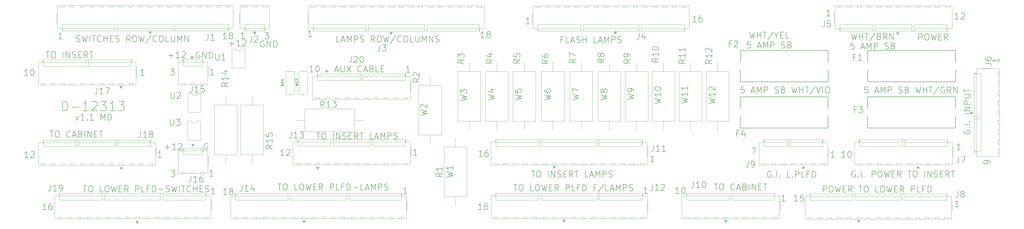
<source format=gto>
G04 #@! TF.GenerationSoftware,KiCad,Pcbnew,5.1.12-84ad8e8a86~92~ubuntu20.04.1*
G04 #@! TF.CreationDate,2022-03-17T08:21:24-04:00*
G04 #@! TF.ProjectId,sys11-interconnect,73797331-312d-4696-9e74-6572636f6e6e,1.1*
G04 #@! TF.SameCoordinates,Original*
G04 #@! TF.FileFunction,Legend,Top*
G04 #@! TF.FilePolarity,Positive*
%FSLAX46Y46*%
G04 Gerber Fmt 4.6, Leading zero omitted, Abs format (unit mm)*
G04 Created by KiCad (PCBNEW 5.1.12-84ad8e8a86~92~ubuntu20.04.1) date 2022-03-17 08:21:24*
%MOMM*%
%LPD*%
G01*
G04 APERTURE LIST*
%ADD10C,0.177800*%
%ADD11C,0.152400*%
%ADD12C,0.120000*%
%ADD13C,0.150000*%
%ADD14O,2.400000X2.400000*%
%ADD15C,2.400000*%
%ADD16O,1.600000X1.600000*%
%ADD17C,1.600000*%
%ADD18C,4.500000*%
%ADD19R,1.600000X1.600000*%
%ADD20O,3.160000X4.100000*%
%ADD21O,4.100000X3.160000*%
G04 APERTURE END LIST*
D10*
X39354880Y-112993714D02*
X39959642Y-114687047D01*
X40564404Y-112993714D01*
X42862500Y-114687047D02*
X41411071Y-114687047D01*
X42136785Y-114687047D02*
X42136785Y-112147047D01*
X41894880Y-112509904D01*
X41652976Y-112751809D01*
X41411071Y-112872761D01*
X43951071Y-114445142D02*
X44072023Y-114566095D01*
X43951071Y-114687047D01*
X43830119Y-114566095D01*
X43951071Y-114445142D01*
X43951071Y-114687047D01*
X46491071Y-114687047D02*
X45039642Y-114687047D01*
X45765357Y-114687047D02*
X45765357Y-112147047D01*
X45523452Y-112509904D01*
X45281547Y-112751809D01*
X45039642Y-112872761D01*
X49514880Y-114687047D02*
X49514880Y-112147047D01*
X50361547Y-113961333D01*
X51208214Y-112147047D01*
X51208214Y-114687047D01*
X52417738Y-114687047D02*
X52417738Y-112147047D01*
X53022500Y-112147047D01*
X53385357Y-112268000D01*
X53627261Y-112509904D01*
X53748214Y-112751809D01*
X53869166Y-113235619D01*
X53869166Y-113598476D01*
X53748214Y-114082285D01*
X53627261Y-114324190D01*
X53385357Y-114566095D01*
X53022500Y-114687047D01*
X52417738Y-114687047D01*
X86614000Y-88525047D02*
X86614000Y-89129809D01*
X86009238Y-88887904D02*
X86614000Y-89129809D01*
X87218761Y-88887904D01*
X86251142Y-89613619D02*
X86614000Y-89129809D01*
X86976857Y-89613619D01*
X233616500Y-133102047D02*
X233616500Y-133706809D01*
X233011738Y-133464904D02*
X233616500Y-133706809D01*
X234221261Y-133464904D01*
X233253642Y-134190619D02*
X233616500Y-133706809D01*
X233979357Y-134190619D01*
X141224000Y-94176547D02*
X141224000Y-94781309D01*
X140619238Y-94539404D02*
X141224000Y-94781309D01*
X141828761Y-94539404D01*
X140861142Y-95265119D02*
X141224000Y-94781309D01*
X141586857Y-95265119D01*
X57721500Y-100590047D02*
X57721500Y-101194809D01*
X57116738Y-100952904D02*
X57721500Y-101194809D01*
X58326261Y-100952904D01*
X57358642Y-101678619D02*
X57721500Y-101194809D01*
X58084357Y-101678619D01*
X57848500Y-133546547D02*
X57848500Y-134151309D01*
X57243738Y-133909404D02*
X57848500Y-134151309D01*
X58453261Y-133909404D01*
X57485642Y-134635119D02*
X57848500Y-134151309D01*
X58211357Y-134635119D01*
X64325500Y-155517547D02*
X64325500Y-156122309D01*
X63720738Y-155880404D02*
X64325500Y-156122309D01*
X64930261Y-155880404D01*
X63962642Y-156606119D02*
X64325500Y-156122309D01*
X64688357Y-156606119D01*
X86931500Y-124148547D02*
X86931500Y-124753309D01*
X86326738Y-124511404D02*
X86931500Y-124753309D01*
X87536261Y-124511404D01*
X86568642Y-125237119D02*
X86931500Y-124753309D01*
X87294357Y-125237119D01*
X137668000Y-133419547D02*
X137668000Y-134024309D01*
X137063238Y-133782404D02*
X137668000Y-134024309D01*
X138272761Y-133782404D01*
X137305142Y-134508119D02*
X137668000Y-134024309D01*
X138030857Y-134508119D01*
X132080000Y-155263547D02*
X132080000Y-155868309D01*
X131475238Y-155626404D02*
X132080000Y-155868309D01*
X132684761Y-155626404D01*
X131717142Y-156352119D02*
X132080000Y-155868309D01*
X132442857Y-156352119D01*
X237617000Y-154946047D02*
X237617000Y-155550809D01*
X237012238Y-155308904D02*
X237617000Y-155550809D01*
X238221761Y-155308904D01*
X237254142Y-156034619D02*
X237617000Y-155550809D01*
X237979857Y-156034619D01*
X303276000Y-155073047D02*
X303276000Y-155677809D01*
X302671238Y-155435904D02*
X303276000Y-155677809D01*
X303880761Y-155435904D01*
X302913142Y-156161619D02*
X303276000Y-155677809D01*
X303638857Y-156161619D01*
X357251000Y-155073047D02*
X357251000Y-155677809D01*
X356646238Y-155435904D02*
X357251000Y-155677809D01*
X357855761Y-155435904D01*
X356888142Y-156161619D02*
X357251000Y-155677809D01*
X357613857Y-156161619D01*
X334835500Y-133356047D02*
X334835500Y-133960809D01*
X334230738Y-133718904D02*
X334835500Y-133960809D01*
X335440261Y-133718904D01*
X334472642Y-134444619D02*
X334835500Y-133960809D01*
X335198357Y-134444619D01*
X381381000Y-133356047D02*
X381381000Y-133960809D01*
X380776238Y-133718904D02*
X381381000Y-133960809D01*
X381985761Y-133718904D01*
X381018142Y-134444619D02*
X381381000Y-133960809D01*
X381743857Y-134444619D01*
X402469047Y-111696500D02*
X403073809Y-111696500D01*
X402831904Y-112301261D02*
X403073809Y-111696500D01*
X402831904Y-111091738D01*
X403557619Y-112059357D02*
X403073809Y-111696500D01*
X403557619Y-111333642D01*
X373126000Y-78682547D02*
X373126000Y-79287309D01*
X372521238Y-79045404D02*
X373126000Y-79287309D01*
X373730761Y-79045404D01*
X372763142Y-79771119D02*
X373126000Y-79287309D01*
X373488857Y-79771119D01*
X258445000Y-78492047D02*
X258445000Y-79096809D01*
X257840238Y-78854904D02*
X258445000Y-79096809D01*
X259049761Y-78854904D01*
X258082142Y-79580619D02*
X258445000Y-79096809D01*
X258807857Y-79580619D01*
X167449500Y-78619047D02*
X167449500Y-79223809D01*
X166844738Y-78981904D02*
X167449500Y-79223809D01*
X168054261Y-78981904D01*
X167086642Y-79707619D02*
X167449500Y-79223809D01*
X167812357Y-79707619D01*
X112077500Y-78492047D02*
X112077500Y-79096809D01*
X111472738Y-78854904D02*
X112077500Y-79096809D01*
X112682261Y-78854904D01*
X111714642Y-79580619D02*
X112077500Y-79096809D01*
X112440357Y-79580619D01*
X69596000Y-78428547D02*
X69596000Y-79033309D01*
X68991238Y-78791404D02*
X69596000Y-79033309D01*
X70200761Y-78791404D01*
X69233142Y-79517119D02*
X69596000Y-79033309D01*
X69958857Y-79517119D01*
X189934547Y-137807095D02*
X192474547Y-137202333D01*
X190660261Y-136718523D01*
X192474547Y-136234714D01*
X189934547Y-135629952D01*
X192474547Y-133331857D02*
X192474547Y-134783285D01*
X192474547Y-134057571D02*
X189934547Y-134057571D01*
X190297404Y-134299476D01*
X190539309Y-134541380D01*
X190660261Y-134783285D01*
X179330047Y-112597595D02*
X181870047Y-111992833D01*
X180055761Y-111509023D01*
X181870047Y-111025214D01*
X179330047Y-110420452D01*
X179571952Y-109573785D02*
X179451000Y-109452833D01*
X179330047Y-109210928D01*
X179330047Y-108606166D01*
X179451000Y-108364261D01*
X179571952Y-108243309D01*
X179813857Y-108122357D01*
X180055761Y-108122357D01*
X180418619Y-108243309D01*
X181870047Y-109694738D01*
X181870047Y-108122357D01*
X296360547Y-107965119D02*
X298900547Y-107360357D01*
X297086261Y-106876547D01*
X298900547Y-106392738D01*
X296360547Y-105787976D01*
X298900547Y-103489880D02*
X298900547Y-104941309D01*
X298900547Y-104215595D02*
X296360547Y-104215595D01*
X296723404Y-104457500D01*
X296965309Y-104699404D01*
X297086261Y-104941309D01*
X296602452Y-102522261D02*
X296481500Y-102401309D01*
X296360547Y-102159404D01*
X296360547Y-101554642D01*
X296481500Y-101312738D01*
X296602452Y-101191785D01*
X296844357Y-101070833D01*
X297086261Y-101070833D01*
X297449119Y-101191785D01*
X298900547Y-102643214D01*
X298900547Y-101070833D01*
X285311547Y-107774619D02*
X287851547Y-107169857D01*
X286037261Y-106686047D01*
X287851547Y-106202238D01*
X285311547Y-105597476D01*
X287851547Y-103299380D02*
X287851547Y-104750809D01*
X287851547Y-104025095D02*
X285311547Y-104025095D01*
X285674404Y-104267000D01*
X285916309Y-104508904D01*
X286037261Y-104750809D01*
X287851547Y-100880333D02*
X287851547Y-102331761D01*
X287851547Y-101606047D02*
X285311547Y-101606047D01*
X285674404Y-101847952D01*
X285916309Y-102089857D01*
X286037261Y-102331761D01*
X274389547Y-107965119D02*
X276929547Y-107360357D01*
X275115261Y-106876547D01*
X276929547Y-106392738D01*
X274389547Y-105787976D01*
X276929547Y-103489880D02*
X276929547Y-104941309D01*
X276929547Y-104215595D02*
X274389547Y-104215595D01*
X274752404Y-104457500D01*
X274994309Y-104699404D01*
X275115261Y-104941309D01*
X274389547Y-101917500D02*
X274389547Y-101675595D01*
X274510500Y-101433690D01*
X274631452Y-101312738D01*
X274873357Y-101191785D01*
X275357166Y-101070833D01*
X275961928Y-101070833D01*
X276445738Y-101191785D01*
X276687642Y-101312738D01*
X276808595Y-101433690D01*
X276929547Y-101675595D01*
X276929547Y-101917500D01*
X276808595Y-102159404D01*
X276687642Y-102280357D01*
X276445738Y-102401309D01*
X275961928Y-102522261D01*
X275357166Y-102522261D01*
X274873357Y-102401309D01*
X274631452Y-102280357D01*
X274510500Y-102159404D01*
X274389547Y-101917500D01*
X263467547Y-106247595D02*
X266007547Y-105642833D01*
X264193261Y-105159023D01*
X266007547Y-104675214D01*
X263467547Y-104070452D01*
X266007547Y-102981880D02*
X266007547Y-102498071D01*
X265886595Y-102256166D01*
X265765642Y-102135214D01*
X265402785Y-101893309D01*
X264918976Y-101772357D01*
X263951357Y-101772357D01*
X263709452Y-101893309D01*
X263588500Y-102014261D01*
X263467547Y-102256166D01*
X263467547Y-102739976D01*
X263588500Y-102981880D01*
X263709452Y-103102833D01*
X263951357Y-103223785D01*
X264556119Y-103223785D01*
X264798023Y-103102833D01*
X264918976Y-102981880D01*
X265039928Y-102739976D01*
X265039928Y-102256166D01*
X264918976Y-102014261D01*
X264798023Y-101893309D01*
X264556119Y-101772357D01*
X252545547Y-106438095D02*
X255085547Y-105833333D01*
X253271261Y-105349523D01*
X255085547Y-104865714D01*
X252545547Y-104260952D01*
X253634119Y-102930476D02*
X253513166Y-103172380D01*
X253392214Y-103293333D01*
X253150309Y-103414285D01*
X253029357Y-103414285D01*
X252787452Y-103293333D01*
X252666500Y-103172380D01*
X252545547Y-102930476D01*
X252545547Y-102446666D01*
X252666500Y-102204761D01*
X252787452Y-102083809D01*
X253029357Y-101962857D01*
X253150309Y-101962857D01*
X253392214Y-102083809D01*
X253513166Y-102204761D01*
X253634119Y-102446666D01*
X253634119Y-102930476D01*
X253755071Y-103172380D01*
X253876023Y-103293333D01*
X254117928Y-103414285D01*
X254601738Y-103414285D01*
X254843642Y-103293333D01*
X254964595Y-103172380D01*
X255085547Y-102930476D01*
X255085547Y-102446666D01*
X254964595Y-102204761D01*
X254843642Y-102083809D01*
X254601738Y-101962857D01*
X254117928Y-101962857D01*
X253876023Y-102083809D01*
X253755071Y-102204761D01*
X253634119Y-102446666D01*
X240988547Y-106311095D02*
X243528547Y-105706333D01*
X241714261Y-105222523D01*
X243528547Y-104738714D01*
X240988547Y-104133952D01*
X240988547Y-103408238D02*
X240988547Y-101714904D01*
X243528547Y-102803476D01*
X229622047Y-106438095D02*
X232162047Y-105833333D01*
X230347761Y-105349523D01*
X232162047Y-104865714D01*
X229622047Y-104260952D01*
X229622047Y-102204761D02*
X229622047Y-102688571D01*
X229743000Y-102930476D01*
X229863952Y-103051428D01*
X230226809Y-103293333D01*
X230710619Y-103414285D01*
X231678238Y-103414285D01*
X231920142Y-103293333D01*
X232041095Y-103172380D01*
X232162047Y-102930476D01*
X232162047Y-102446666D01*
X232041095Y-102204761D01*
X231920142Y-102083809D01*
X231678238Y-101962857D01*
X231073476Y-101962857D01*
X230831571Y-102083809D01*
X230710619Y-102204761D01*
X230589666Y-102446666D01*
X230589666Y-102930476D01*
X230710619Y-103172380D01*
X230831571Y-103293333D01*
X231073476Y-103414285D01*
X217811047Y-106438095D02*
X220351047Y-105833333D01*
X218536761Y-105349523D01*
X220351047Y-104865714D01*
X217811047Y-104260952D01*
X217811047Y-102083809D02*
X217811047Y-103293333D01*
X219020571Y-103414285D01*
X218899619Y-103293333D01*
X218778666Y-103051428D01*
X218778666Y-102446666D01*
X218899619Y-102204761D01*
X219020571Y-102083809D01*
X219262476Y-101962857D01*
X219867238Y-101962857D01*
X220109142Y-102083809D01*
X220230095Y-102204761D01*
X220351047Y-102446666D01*
X220351047Y-103051428D01*
X220230095Y-103293333D01*
X220109142Y-103414285D01*
X206762047Y-106438095D02*
X209302047Y-105833333D01*
X207487761Y-105349523D01*
X209302047Y-104865714D01*
X206762047Y-104260952D01*
X207608714Y-102204761D02*
X209302047Y-102204761D01*
X206641095Y-102809523D02*
X208455380Y-103414285D01*
X208455380Y-101841904D01*
X195586047Y-106692095D02*
X198126047Y-106087333D01*
X196311761Y-105603523D01*
X198126047Y-105119714D01*
X195586047Y-104514952D01*
X195586047Y-103789238D02*
X195586047Y-102216857D01*
X196553666Y-103063523D01*
X196553666Y-102700666D01*
X196674619Y-102458761D01*
X196795571Y-102337809D01*
X197037476Y-102216857D01*
X197642238Y-102216857D01*
X197884142Y-102337809D01*
X198005095Y-102458761D01*
X198126047Y-102700666D01*
X198126047Y-103426380D01*
X198005095Y-103668285D01*
X197884142Y-103789238D01*
X397851690Y-73539047D02*
X396400261Y-73539047D01*
X397125976Y-73539047D02*
X397125976Y-70999047D01*
X396884071Y-71361904D01*
X396642166Y-71603809D01*
X396400261Y-71724761D01*
X398819309Y-71240952D02*
X398940261Y-71120000D01*
X399182166Y-70999047D01*
X399786928Y-70999047D01*
X400028833Y-71120000D01*
X400149785Y-71240952D01*
X400270738Y-71482857D01*
X400270738Y-71724761D01*
X400149785Y-72087619D01*
X398698357Y-73539047D01*
X400270738Y-73539047D01*
X345657714Y-72332547D02*
X344206285Y-72332547D01*
X344932000Y-72332547D02*
X344932000Y-69792547D01*
X344690095Y-70155404D01*
X344448190Y-70397309D01*
X344206285Y-70518261D01*
X414216547Y-89571285D02*
X414216547Y-91022714D01*
X414216547Y-90297000D02*
X411676547Y-90297000D01*
X412039404Y-90538904D01*
X412281309Y-90780809D01*
X412402261Y-91022714D01*
X410597047Y-132246309D02*
X410597047Y-131762500D01*
X410476095Y-131520595D01*
X410355142Y-131399642D01*
X409992285Y-131157738D01*
X409508476Y-131036785D01*
X408540857Y-131036785D01*
X408298952Y-131157738D01*
X408178000Y-131278690D01*
X408057047Y-131520595D01*
X408057047Y-132004404D01*
X408178000Y-132246309D01*
X408298952Y-132367261D01*
X408540857Y-132488214D01*
X409145619Y-132488214D01*
X409387523Y-132367261D01*
X409508476Y-132246309D01*
X409629428Y-132004404D01*
X409629428Y-131520595D01*
X409508476Y-131278690D01*
X409387523Y-131157738D01*
X409145619Y-131036785D01*
X397918214Y-149929547D02*
X396466785Y-149929547D01*
X397192500Y-149929547D02*
X397192500Y-147389547D01*
X396950595Y-147752404D01*
X396708690Y-147994309D01*
X396466785Y-148115261D01*
X398680214Y-126752047D02*
X397228785Y-126752047D01*
X397954500Y-126752047D02*
X397954500Y-124212047D01*
X397712595Y-124574904D01*
X397470690Y-124816809D01*
X397228785Y-124937761D01*
X351877690Y-129800047D02*
X350426261Y-129800047D01*
X351151976Y-129800047D02*
X351151976Y-127260047D01*
X350910071Y-127622904D01*
X350668166Y-127864809D01*
X350426261Y-127985761D01*
X353450071Y-127260047D02*
X353691976Y-127260047D01*
X353933880Y-127381000D01*
X354054833Y-127501952D01*
X354175785Y-127743857D01*
X354296738Y-128227666D01*
X354296738Y-128832428D01*
X354175785Y-129316238D01*
X354054833Y-129558142D01*
X353933880Y-129679095D01*
X353691976Y-129800047D01*
X353450071Y-129800047D01*
X353208166Y-129679095D01*
X353087214Y-129558142D01*
X352966261Y-129316238D01*
X352845309Y-128832428D01*
X352845309Y-128227666D01*
X352966261Y-127743857D01*
X353087214Y-127501952D01*
X353208166Y-127381000D01*
X353450071Y-127260047D01*
X347499214Y-129800047D02*
X346047785Y-129800047D01*
X346773500Y-129800047D02*
X346773500Y-127260047D01*
X346531595Y-127622904D01*
X346289690Y-127864809D01*
X346047785Y-127985761D01*
X313859333Y-125863047D02*
X315552666Y-125863047D01*
X314464095Y-128403047D01*
X332510190Y-147643547D02*
X331058761Y-147643547D01*
X331784476Y-147643547D02*
X331784476Y-145103547D01*
X331542571Y-145466404D01*
X331300666Y-145708309D01*
X331058761Y-145829261D01*
X334808285Y-145103547D02*
X333598761Y-145103547D01*
X333477809Y-146313071D01*
X333598761Y-146192119D01*
X333840666Y-146071166D01*
X334445428Y-146071166D01*
X334687333Y-146192119D01*
X334808285Y-146313071D01*
X334929238Y-146554976D01*
X334929238Y-147159738D01*
X334808285Y-147401642D01*
X334687333Y-147522595D01*
X334445428Y-147643547D01*
X333840666Y-147643547D01*
X333598761Y-147522595D01*
X333477809Y-147401642D01*
X327496714Y-147643547D02*
X326045285Y-147643547D01*
X326771000Y-147643547D02*
X326771000Y-145103547D01*
X326529095Y-145466404D01*
X326287190Y-145708309D01*
X326045285Y-145829261D01*
X284377190Y-144532047D02*
X282925761Y-144532047D01*
X283651476Y-144532047D02*
X283651476Y-141992047D01*
X283409571Y-142354904D01*
X283167666Y-142596809D01*
X282925761Y-142717761D01*
X285949571Y-141992047D02*
X286191476Y-141992047D01*
X286433380Y-142113000D01*
X286554333Y-142233952D01*
X286675285Y-142475857D01*
X286796238Y-142959666D01*
X286796238Y-143564428D01*
X286675285Y-144048238D01*
X286554333Y-144290142D01*
X286433380Y-144411095D01*
X286191476Y-144532047D01*
X285949571Y-144532047D01*
X285707666Y-144411095D01*
X285586714Y-144290142D01*
X285465761Y-144048238D01*
X285344809Y-143564428D01*
X285344809Y-142959666D01*
X285465761Y-142475857D01*
X285586714Y-142233952D01*
X285707666Y-142113000D01*
X285949571Y-141992047D01*
X271553214Y-144468547D02*
X270101785Y-144468547D01*
X270827500Y-144468547D02*
X270827500Y-141928547D01*
X270585595Y-142291404D01*
X270343690Y-142533309D01*
X270101785Y-142654261D01*
X204303690Y-151072547D02*
X202852261Y-151072547D01*
X203577976Y-151072547D02*
X203577976Y-148532547D01*
X203336071Y-148895404D01*
X203094166Y-149137309D01*
X202852261Y-149258261D01*
X206480833Y-148532547D02*
X205997023Y-148532547D01*
X205755119Y-148653500D01*
X205634166Y-148774452D01*
X205392261Y-149137309D01*
X205271309Y-149621119D01*
X205271309Y-150588738D01*
X205392261Y-150830642D01*
X205513214Y-150951595D01*
X205755119Y-151072547D01*
X206238928Y-151072547D01*
X206480833Y-150951595D01*
X206601785Y-150830642D01*
X206722738Y-150588738D01*
X206722738Y-149983976D01*
X206601785Y-149742071D01*
X206480833Y-149621119D01*
X206238928Y-149500166D01*
X205755119Y-149500166D01*
X205513214Y-149621119D01*
X205392261Y-149742071D01*
X205271309Y-149983976D01*
X274220214Y-131578047D02*
X272768785Y-131578047D01*
X273494500Y-131578047D02*
X273494500Y-129038047D01*
X273252595Y-129400904D01*
X273010690Y-129642809D01*
X272768785Y-129763761D01*
X204494190Y-129482547D02*
X203042761Y-129482547D01*
X203768476Y-129482547D02*
X203768476Y-126942547D01*
X203526571Y-127305404D01*
X203284666Y-127547309D01*
X203042761Y-127668261D01*
X206671333Y-126942547D02*
X206187523Y-126942547D01*
X205945619Y-127063500D01*
X205824666Y-127184452D01*
X205582761Y-127547309D01*
X205461809Y-128031119D01*
X205461809Y-128998738D01*
X205582761Y-129240642D01*
X205703714Y-129361595D01*
X205945619Y-129482547D01*
X206429428Y-129482547D01*
X206671333Y-129361595D01*
X206792285Y-129240642D01*
X206913238Y-128998738D01*
X206913238Y-128393976D01*
X206792285Y-128152071D01*
X206671333Y-128031119D01*
X206429428Y-127910166D01*
X205945619Y-127910166D01*
X205703714Y-128031119D01*
X205582761Y-128152071D01*
X205461809Y-128393976D01*
X291425690Y-74745547D02*
X289974261Y-74745547D01*
X290699976Y-74745547D02*
X290699976Y-72205547D01*
X290458071Y-72568404D01*
X290216166Y-72810309D01*
X289974261Y-72931261D01*
X293602833Y-72205547D02*
X293119023Y-72205547D01*
X292877119Y-72326500D01*
X292756166Y-72447452D01*
X292514261Y-72810309D01*
X292393309Y-73294119D01*
X292393309Y-74261738D01*
X292514261Y-74503642D01*
X292635214Y-74624595D01*
X292877119Y-74745547D01*
X293360928Y-74745547D01*
X293602833Y-74624595D01*
X293723785Y-74503642D01*
X293844738Y-74261738D01*
X293844738Y-73656976D01*
X293723785Y-73415071D01*
X293602833Y-73294119D01*
X293360928Y-73173166D01*
X292877119Y-73173166D01*
X292635214Y-73294119D01*
X292514261Y-73415071D01*
X292393309Y-73656976D01*
X223674214Y-75507547D02*
X222222785Y-75507547D01*
X222948500Y-75507547D02*
X222948500Y-72967547D01*
X222706595Y-73330404D01*
X222464690Y-73572309D01*
X222222785Y-73693261D01*
X177954214Y-128974547D02*
X176502785Y-128974547D01*
X177228500Y-128974547D02*
X177228500Y-126434547D01*
X176986595Y-126797404D01*
X176744690Y-127039309D01*
X176502785Y-127160261D01*
X123976190Y-129101547D02*
X122524761Y-129101547D01*
X123250476Y-129101547D02*
X123250476Y-126561547D01*
X123008571Y-126924404D01*
X122766666Y-127166309D01*
X122524761Y-127287261D01*
X124943809Y-126803452D02*
X125064761Y-126682500D01*
X125306666Y-126561547D01*
X125911428Y-126561547D01*
X126153333Y-126682500D01*
X126274285Y-126803452D01*
X126395238Y-127045357D01*
X126395238Y-127287261D01*
X126274285Y-127650119D01*
X124822857Y-129101547D01*
X126395238Y-129101547D01*
X175033214Y-95192547D02*
X173581785Y-95192547D01*
X174307500Y-95192547D02*
X174307500Y-92652547D01*
X174065595Y-93015404D01*
X173823690Y-93257309D01*
X173581785Y-93378261D01*
X135787190Y-95065547D02*
X134335761Y-95065547D01*
X135061476Y-95065547D02*
X135061476Y-92525547D01*
X134819571Y-92888404D01*
X134577666Y-93130309D01*
X134335761Y-93251261D01*
X137359571Y-92525547D02*
X137601476Y-92525547D01*
X137843380Y-92646500D01*
X137964333Y-92767452D01*
X138085285Y-93009357D01*
X138206238Y-93493166D01*
X138206238Y-94097928D01*
X138085285Y-94581738D01*
X137964333Y-94823642D01*
X137843380Y-94944595D01*
X137601476Y-95065547D01*
X137359571Y-95065547D01*
X137117666Y-94944595D01*
X136996714Y-94823642D01*
X136875761Y-94581738D01*
X136754809Y-94097928D01*
X136754809Y-93493166D01*
X136875761Y-93009357D01*
X136996714Y-92767452D01*
X137117666Y-92646500D01*
X137359571Y-92525547D01*
X205319690Y-81095547D02*
X203868261Y-81095547D01*
X204593976Y-81095547D02*
X204593976Y-78555547D01*
X204352071Y-78918404D01*
X204110166Y-79160309D01*
X203868261Y-79281261D01*
X206771119Y-79644119D02*
X206529214Y-79523166D01*
X206408261Y-79402214D01*
X206287309Y-79160309D01*
X206287309Y-79039357D01*
X206408261Y-78797452D01*
X206529214Y-78676500D01*
X206771119Y-78555547D01*
X207254928Y-78555547D01*
X207496833Y-78676500D01*
X207617785Y-78797452D01*
X207738738Y-79039357D01*
X207738738Y-79160309D01*
X207617785Y-79402214D01*
X207496833Y-79523166D01*
X207254928Y-79644119D01*
X206771119Y-79644119D01*
X206529214Y-79765071D01*
X206408261Y-79886023D01*
X206287309Y-80127928D01*
X206287309Y-80611738D01*
X206408261Y-80853642D01*
X206529214Y-80974595D01*
X206771119Y-81095547D01*
X207254928Y-81095547D01*
X207496833Y-80974595D01*
X207617785Y-80853642D01*
X207738738Y-80611738D01*
X207738738Y-80127928D01*
X207617785Y-79886023D01*
X207496833Y-79765071D01*
X207254928Y-79644119D01*
X135155214Y-80778047D02*
X133703785Y-80778047D01*
X134429500Y-80778047D02*
X134429500Y-78238047D01*
X134187595Y-78600904D01*
X133945690Y-78842809D01*
X133703785Y-78963761D01*
X95467714Y-96335547D02*
X94016285Y-96335547D01*
X94742000Y-96335547D02*
X94742000Y-93795547D01*
X94500095Y-94158404D01*
X94258190Y-94400309D01*
X94016285Y-94521261D01*
X77829833Y-93795547D02*
X79402214Y-93795547D01*
X78555547Y-94763166D01*
X78918404Y-94763166D01*
X79160309Y-94884119D01*
X79281261Y-95005071D01*
X79402214Y-95246976D01*
X79402214Y-95851738D01*
X79281261Y-96093642D01*
X79160309Y-96214595D01*
X78918404Y-96335547D01*
X78192690Y-96335547D01*
X77950785Y-96214595D01*
X77829833Y-96093642D01*
X95150214Y-137483547D02*
X93698785Y-137483547D01*
X94424500Y-137483547D02*
X94424500Y-134943547D01*
X94182595Y-135306404D01*
X93940690Y-135548309D01*
X93698785Y-135669261D01*
X78020333Y-135134047D02*
X79592714Y-135134047D01*
X78746047Y-136101666D01*
X79108904Y-136101666D01*
X79350809Y-136222619D01*
X79471761Y-136343571D01*
X79592714Y-136585476D01*
X79592714Y-137190238D01*
X79471761Y-137432142D01*
X79350809Y-137553095D01*
X79108904Y-137674047D01*
X78383190Y-137674047D01*
X78141285Y-137553095D01*
X78020333Y-137432142D01*
X173890214Y-144659047D02*
X172438785Y-144659047D01*
X173164500Y-144659047D02*
X173164500Y-142119047D01*
X172922595Y-142481904D01*
X172680690Y-142723809D01*
X172438785Y-142844761D01*
X100735190Y-144913047D02*
X99283761Y-144913047D01*
X100009476Y-144913047D02*
X100009476Y-142373047D01*
X99767571Y-142735904D01*
X99525666Y-142977809D01*
X99283761Y-143098761D01*
X102186619Y-143461619D02*
X101944714Y-143340666D01*
X101823761Y-143219714D01*
X101702809Y-142977809D01*
X101702809Y-142856857D01*
X101823761Y-142614952D01*
X101944714Y-142494000D01*
X102186619Y-142373047D01*
X102670428Y-142373047D01*
X102912333Y-142494000D01*
X103033285Y-142614952D01*
X103154238Y-142856857D01*
X103154238Y-142977809D01*
X103033285Y-143219714D01*
X102912333Y-143340666D01*
X102670428Y-143461619D01*
X102186619Y-143461619D01*
X101944714Y-143582571D01*
X101823761Y-143703523D01*
X101702809Y-143945428D01*
X101702809Y-144429238D01*
X101823761Y-144671142D01*
X101944714Y-144792095D01*
X102186619Y-144913047D01*
X102670428Y-144913047D01*
X102912333Y-144792095D01*
X103033285Y-144671142D01*
X103154238Y-144429238D01*
X103154238Y-143945428D01*
X103033285Y-143703523D01*
X102912333Y-143582571D01*
X102670428Y-143461619D01*
X95848714Y-144722547D02*
X94397285Y-144722547D01*
X95123000Y-144722547D02*
X95123000Y-142182547D01*
X94881095Y-142545404D01*
X94639190Y-142787309D01*
X94397285Y-142908261D01*
X27392690Y-151072547D02*
X25941261Y-151072547D01*
X26666976Y-151072547D02*
X26666976Y-148532547D01*
X26425071Y-148895404D01*
X26183166Y-149137309D01*
X25941261Y-149258261D01*
X29569833Y-148532547D02*
X29086023Y-148532547D01*
X28844119Y-148653500D01*
X28723166Y-148774452D01*
X28481261Y-149137309D01*
X28360309Y-149621119D01*
X28360309Y-150588738D01*
X28481261Y-150830642D01*
X28602214Y-150951595D01*
X28844119Y-151072547D01*
X29327928Y-151072547D01*
X29569833Y-150951595D01*
X29690785Y-150830642D01*
X29811738Y-150588738D01*
X29811738Y-149983976D01*
X29690785Y-149742071D01*
X29569833Y-149621119D01*
X29327928Y-149500166D01*
X28844119Y-149500166D01*
X28602214Y-149621119D01*
X28481261Y-149742071D01*
X28360309Y-149983976D01*
X74195214Y-129800047D02*
X72743785Y-129800047D01*
X73469500Y-129800047D02*
X73469500Y-127260047D01*
X73227595Y-127622904D01*
X72985690Y-127864809D01*
X72743785Y-127985761D01*
X20153690Y-129927047D02*
X18702261Y-129927047D01*
X19427976Y-129927047D02*
X19427976Y-127387047D01*
X19186071Y-127749904D01*
X18944166Y-127991809D01*
X18702261Y-128112761D01*
X21121309Y-127628952D02*
X21242261Y-127508000D01*
X21484166Y-127387047D01*
X22088928Y-127387047D01*
X22330833Y-127508000D01*
X22451785Y-127628952D01*
X22572738Y-127870857D01*
X22572738Y-128112761D01*
X22451785Y-128475619D01*
X21000357Y-129927047D01*
X22572738Y-129927047D01*
X67146714Y-96526047D02*
X65695285Y-96526047D01*
X66421000Y-96526047D02*
X66421000Y-93986047D01*
X66179095Y-94348904D01*
X65937190Y-94590809D01*
X65695285Y-94711761D01*
D11*
X20026690Y-96526047D02*
X18575261Y-96526047D01*
X19300976Y-96526047D02*
X19300976Y-93986047D01*
X19059071Y-94348904D01*
X18817166Y-94590809D01*
X18575261Y-94711761D01*
X21599071Y-93986047D02*
X21840976Y-93986047D01*
X22082880Y-94107000D01*
X22203833Y-94227952D01*
X22324785Y-94469857D01*
X22445738Y-94953666D01*
X22445738Y-95558428D01*
X22324785Y-96042238D01*
X22203833Y-96284142D01*
X22082880Y-96405095D01*
X21840976Y-96526047D01*
X21599071Y-96526047D01*
X21357166Y-96405095D01*
X21236214Y-96284142D01*
X21115261Y-96042238D01*
X20994309Y-95558428D01*
X20994309Y-94953666D01*
X21115261Y-94469857D01*
X21236214Y-94227952D01*
X21357166Y-94107000D01*
X21599071Y-93986047D01*
X33990642Y-110816571D02*
X33990642Y-107006571D01*
X34897785Y-107006571D01*
X35442071Y-107188000D01*
X35804928Y-107550857D01*
X35986357Y-107913714D01*
X36167785Y-108639428D01*
X36167785Y-109183714D01*
X35986357Y-109909428D01*
X35804928Y-110272285D01*
X35442071Y-110635142D01*
X34897785Y-110816571D01*
X33990642Y-110816571D01*
X37800642Y-109365142D02*
X40703500Y-109365142D01*
X44513500Y-110816571D02*
X42336357Y-110816571D01*
X43424928Y-110816571D02*
X43424928Y-107006571D01*
X43062071Y-107550857D01*
X42699214Y-107913714D01*
X42336357Y-108095142D01*
X45964928Y-107369428D02*
X46146357Y-107188000D01*
X46509214Y-107006571D01*
X47416357Y-107006571D01*
X47779214Y-107188000D01*
X47960642Y-107369428D01*
X48142071Y-107732285D01*
X48142071Y-108095142D01*
X47960642Y-108639428D01*
X45783500Y-110816571D01*
X48142071Y-110816571D01*
X49412071Y-107006571D02*
X51770642Y-107006571D01*
X50500642Y-108458000D01*
X51044928Y-108458000D01*
X51407785Y-108639428D01*
X51589214Y-108820857D01*
X51770642Y-109183714D01*
X51770642Y-110090857D01*
X51589214Y-110453714D01*
X51407785Y-110635142D01*
X51044928Y-110816571D01*
X49956357Y-110816571D01*
X49593500Y-110635142D01*
X49412071Y-110453714D01*
X55399214Y-110816571D02*
X53222071Y-110816571D01*
X54310642Y-110816571D02*
X54310642Y-107006571D01*
X53947785Y-107550857D01*
X53584928Y-107913714D01*
X53222071Y-108095142D01*
X56669214Y-107006571D02*
X59027785Y-107006571D01*
X57757785Y-108458000D01*
X58302071Y-108458000D01*
X58664928Y-108639428D01*
X58846357Y-108820857D01*
X59027785Y-109183714D01*
X59027785Y-110090857D01*
X58846357Y-110453714D01*
X58664928Y-110635142D01*
X58302071Y-110816571D01*
X57213500Y-110816571D01*
X56850642Y-110635142D01*
X56669214Y-110453714D01*
X115793761Y-82486500D02*
X115551857Y-82365547D01*
X115189000Y-82365547D01*
X114826142Y-82486500D01*
X114584238Y-82728404D01*
X114463285Y-82970309D01*
X114342333Y-83454119D01*
X114342333Y-83816976D01*
X114463285Y-84300785D01*
X114584238Y-84542690D01*
X114826142Y-84784595D01*
X115189000Y-84905547D01*
X115430904Y-84905547D01*
X115793761Y-84784595D01*
X115914714Y-84663642D01*
X115914714Y-83816976D01*
X115430904Y-83816976D01*
X117003285Y-84905547D02*
X117003285Y-82365547D01*
X118454714Y-84905547D01*
X118454714Y-82365547D01*
X119664238Y-84905547D02*
X119664238Y-82365547D01*
X120269000Y-82365547D01*
X120631857Y-82486500D01*
X120873761Y-82728404D01*
X120994714Y-82970309D01*
X121115666Y-83454119D01*
X121115666Y-83816976D01*
X120994714Y-84300785D01*
X120873761Y-84542690D01*
X120631857Y-84784595D01*
X120269000Y-84905547D01*
X119664238Y-84905547D01*
X101705833Y-83556928D02*
X103641071Y-83556928D01*
X102673452Y-84524547D02*
X102673452Y-82589309D01*
X106181071Y-84524547D02*
X104729642Y-84524547D01*
X105455357Y-84524547D02*
X105455357Y-81984547D01*
X105213452Y-82347404D01*
X104971547Y-82589309D01*
X104729642Y-82710261D01*
X107148690Y-82226452D02*
X107269642Y-82105500D01*
X107511547Y-81984547D01*
X108116309Y-81984547D01*
X108358214Y-82105500D01*
X108479166Y-82226452D01*
X108600119Y-82468357D01*
X108600119Y-82710261D01*
X108479166Y-83073119D01*
X107027738Y-84524547D01*
X108600119Y-84524547D01*
X116056833Y-79063547D02*
X117629214Y-79063547D01*
X116782547Y-80031166D01*
X117145404Y-80031166D01*
X117387309Y-80152119D01*
X117508261Y-80273071D01*
X117629214Y-80514976D01*
X117629214Y-81119738D01*
X117508261Y-81361642D01*
X117387309Y-81482595D01*
X117145404Y-81603547D01*
X116419690Y-81603547D01*
X116177785Y-81482595D01*
X116056833Y-81361642D01*
X107913714Y-81413047D02*
X106462285Y-81413047D01*
X107188000Y-81413047D02*
X107188000Y-78873047D01*
X106946095Y-79235904D01*
X106704190Y-79477809D01*
X106462285Y-79598761D01*
X100671690Y-81603547D02*
X99220261Y-81603547D01*
X99945976Y-81603547D02*
X99945976Y-79063547D01*
X99704071Y-79426404D01*
X99462166Y-79668309D01*
X99220261Y-79789261D01*
X102123119Y-80152119D02*
X101881214Y-80031166D01*
X101760261Y-79910214D01*
X101639309Y-79668309D01*
X101639309Y-79547357D01*
X101760261Y-79305452D01*
X101881214Y-79184500D01*
X102123119Y-79063547D01*
X102606928Y-79063547D01*
X102848833Y-79184500D01*
X102969785Y-79305452D01*
X103090738Y-79547357D01*
X103090738Y-79668309D01*
X102969785Y-79910214D01*
X102848833Y-80031166D01*
X102606928Y-80152119D01*
X102123119Y-80152119D01*
X101881214Y-80273071D01*
X101760261Y-80394023D01*
X101639309Y-80635928D01*
X101639309Y-81119738D01*
X101760261Y-81361642D01*
X101881214Y-81482595D01*
X102123119Y-81603547D01*
X102606928Y-81603547D01*
X102848833Y-81482595D01*
X102969785Y-81361642D01*
X103090738Y-81119738D01*
X103090738Y-80635928D01*
X102969785Y-80394023D01*
X102848833Y-80273071D01*
X102606928Y-80152119D01*
X33872714Y-81603547D02*
X32421285Y-81603547D01*
X33147000Y-81603547D02*
X33147000Y-79063547D01*
X32905095Y-79426404D01*
X32663190Y-79668309D01*
X32421285Y-79789261D01*
X381674309Y-82111547D02*
X381674309Y-79571547D01*
X382641928Y-79571547D01*
X382883833Y-79692500D01*
X383004785Y-79813452D01*
X383125738Y-80055357D01*
X383125738Y-80418214D01*
X383004785Y-80660119D01*
X382883833Y-80781071D01*
X382641928Y-80902023D01*
X381674309Y-80902023D01*
X384698119Y-79571547D02*
X385181928Y-79571547D01*
X385423833Y-79692500D01*
X385665738Y-79934404D01*
X385786690Y-80418214D01*
X385786690Y-81264880D01*
X385665738Y-81748690D01*
X385423833Y-81990595D01*
X385181928Y-82111547D01*
X384698119Y-82111547D01*
X384456214Y-81990595D01*
X384214309Y-81748690D01*
X384093357Y-81264880D01*
X384093357Y-80418214D01*
X384214309Y-79934404D01*
X384456214Y-79692500D01*
X384698119Y-79571547D01*
X386633357Y-79571547D02*
X387238119Y-82111547D01*
X387721928Y-80297261D01*
X388205738Y-82111547D01*
X388810500Y-79571547D01*
X389778119Y-80781071D02*
X390624785Y-80781071D01*
X390987642Y-82111547D02*
X389778119Y-82111547D01*
X389778119Y-79571547D01*
X390987642Y-79571547D01*
X393527642Y-82111547D02*
X392680976Y-80902023D01*
X392076214Y-82111547D02*
X392076214Y-79571547D01*
X393043833Y-79571547D01*
X393285738Y-79692500D01*
X393406690Y-79813452D01*
X393527642Y-80055357D01*
X393527642Y-80418214D01*
X393406690Y-80660119D01*
X393285738Y-80781071D01*
X393043833Y-80902023D01*
X392076214Y-80902023D01*
X400113500Y-118808500D02*
X399992547Y-119050404D01*
X399992547Y-119413261D01*
X400113500Y-119776119D01*
X400355404Y-120018023D01*
X400597309Y-120138976D01*
X401081119Y-120259928D01*
X401443976Y-120259928D01*
X401927785Y-120138976D01*
X402169690Y-120018023D01*
X402411595Y-119776119D01*
X402532547Y-119413261D01*
X402532547Y-119171357D01*
X402411595Y-118808500D01*
X402290642Y-118687547D01*
X401443976Y-118687547D01*
X401443976Y-119171357D01*
X402290642Y-117598976D02*
X402411595Y-117478023D01*
X402532547Y-117598976D01*
X402411595Y-117719928D01*
X402290642Y-117598976D01*
X402532547Y-117598976D01*
X402532547Y-116389452D02*
X399992547Y-116389452D01*
X402290642Y-115179928D02*
X402411595Y-115058976D01*
X402532547Y-115179928D01*
X402411595Y-115300880D01*
X402290642Y-115179928D01*
X402532547Y-115179928D01*
X402532547Y-112035166D02*
X399992547Y-112035166D01*
X402532547Y-110825642D02*
X399992547Y-110825642D01*
X402532547Y-109374214D01*
X399992547Y-109374214D01*
X402532547Y-108164690D02*
X399992547Y-108164690D01*
X399992547Y-107197071D01*
X400113500Y-106955166D01*
X400234452Y-106834214D01*
X400476357Y-106713261D01*
X400839214Y-106713261D01*
X401081119Y-106834214D01*
X401202071Y-106955166D01*
X401323023Y-107197071D01*
X401323023Y-108164690D01*
X399992547Y-105624690D02*
X402048738Y-105624690D01*
X402290642Y-105503738D01*
X402411595Y-105382785D01*
X402532547Y-105140880D01*
X402532547Y-104657071D01*
X402411595Y-104415166D01*
X402290642Y-104294214D01*
X402048738Y-104173261D01*
X399992547Y-104173261D01*
X399992547Y-103326595D02*
X399992547Y-101875166D01*
X402532547Y-102600880D02*
X399992547Y-102600880D01*
X360985404Y-101098047D02*
X359775880Y-101098047D01*
X359654928Y-102307571D01*
X359775880Y-102186619D01*
X360017785Y-102065666D01*
X360622547Y-102065666D01*
X360864452Y-102186619D01*
X360985404Y-102307571D01*
X361106357Y-102549476D01*
X361106357Y-103154238D01*
X360985404Y-103396142D01*
X360864452Y-103517095D01*
X360622547Y-103638047D01*
X360017785Y-103638047D01*
X359775880Y-103517095D01*
X359654928Y-103396142D01*
X364009214Y-102912333D02*
X365218738Y-102912333D01*
X363767309Y-103638047D02*
X364613976Y-101098047D01*
X365460642Y-103638047D01*
X366307309Y-103638047D02*
X366307309Y-101098047D01*
X367153976Y-102912333D01*
X368000642Y-101098047D01*
X368000642Y-103638047D01*
X369210166Y-103638047D02*
X369210166Y-101098047D01*
X370177785Y-101098047D01*
X370419690Y-101219000D01*
X370540642Y-101339952D01*
X370661595Y-101581857D01*
X370661595Y-101944714D01*
X370540642Y-102186619D01*
X370419690Y-102307571D01*
X370177785Y-102428523D01*
X369210166Y-102428523D01*
X373564452Y-103517095D02*
X373927309Y-103638047D01*
X374532071Y-103638047D01*
X374773976Y-103517095D01*
X374894928Y-103396142D01*
X375015880Y-103154238D01*
X375015880Y-102912333D01*
X374894928Y-102670428D01*
X374773976Y-102549476D01*
X374532071Y-102428523D01*
X374048261Y-102307571D01*
X373806357Y-102186619D01*
X373685404Y-102065666D01*
X373564452Y-101823761D01*
X373564452Y-101581857D01*
X373685404Y-101339952D01*
X373806357Y-101219000D01*
X374048261Y-101098047D01*
X374653023Y-101098047D01*
X375015880Y-101219000D01*
X376951119Y-102307571D02*
X377313976Y-102428523D01*
X377434928Y-102549476D01*
X377555880Y-102791380D01*
X377555880Y-103154238D01*
X377434928Y-103396142D01*
X377313976Y-103517095D01*
X377072071Y-103638047D01*
X376104452Y-103638047D01*
X376104452Y-101098047D01*
X376951119Y-101098047D01*
X377193023Y-101219000D01*
X377313976Y-101339952D01*
X377434928Y-101581857D01*
X377434928Y-101823761D01*
X377313976Y-102065666D01*
X377193023Y-102186619D01*
X376951119Y-102307571D01*
X376104452Y-102307571D01*
X380337785Y-101098047D02*
X380942547Y-103638047D01*
X381426357Y-101823761D01*
X381910166Y-103638047D01*
X382514928Y-101098047D01*
X383482547Y-103638047D02*
X383482547Y-101098047D01*
X383482547Y-102307571D02*
X384933976Y-102307571D01*
X384933976Y-103638047D02*
X384933976Y-101098047D01*
X385780642Y-101098047D02*
X387232071Y-101098047D01*
X386506357Y-103638047D02*
X386506357Y-101098047D01*
X389893023Y-100977095D02*
X387715880Y-104242809D01*
X392070166Y-101219000D02*
X391828261Y-101098047D01*
X391465404Y-101098047D01*
X391102547Y-101219000D01*
X390860642Y-101460904D01*
X390739690Y-101702809D01*
X390618738Y-102186619D01*
X390618738Y-102549476D01*
X390739690Y-103033285D01*
X390860642Y-103275190D01*
X391102547Y-103517095D01*
X391465404Y-103638047D01*
X391707309Y-103638047D01*
X392070166Y-103517095D01*
X392191119Y-103396142D01*
X392191119Y-102549476D01*
X391707309Y-102549476D01*
X394731119Y-103638047D02*
X393884452Y-102428523D01*
X393279690Y-103638047D02*
X393279690Y-101098047D01*
X394247309Y-101098047D01*
X394489214Y-101219000D01*
X394610166Y-101339952D01*
X394731119Y-101581857D01*
X394731119Y-101944714D01*
X394610166Y-102186619D01*
X394489214Y-102307571D01*
X394247309Y-102428523D01*
X393279690Y-102428523D01*
X395819690Y-103638047D02*
X395819690Y-101098047D01*
X397271119Y-103638047D01*
X397271119Y-101098047D01*
X310714571Y-101098047D02*
X309505047Y-101098047D01*
X309384095Y-102307571D01*
X309505047Y-102186619D01*
X309746952Y-102065666D01*
X310351714Y-102065666D01*
X310593619Y-102186619D01*
X310714571Y-102307571D01*
X310835523Y-102549476D01*
X310835523Y-103154238D01*
X310714571Y-103396142D01*
X310593619Y-103517095D01*
X310351714Y-103638047D01*
X309746952Y-103638047D01*
X309505047Y-103517095D01*
X309384095Y-103396142D01*
X313738380Y-102912333D02*
X314947904Y-102912333D01*
X313496476Y-103638047D02*
X314343142Y-101098047D01*
X315189809Y-103638047D01*
X316036476Y-103638047D02*
X316036476Y-101098047D01*
X316883142Y-102912333D01*
X317729809Y-101098047D01*
X317729809Y-103638047D01*
X318939333Y-103638047D02*
X318939333Y-101098047D01*
X319906952Y-101098047D01*
X320148857Y-101219000D01*
X320269809Y-101339952D01*
X320390761Y-101581857D01*
X320390761Y-101944714D01*
X320269809Y-102186619D01*
X320148857Y-102307571D01*
X319906952Y-102428523D01*
X318939333Y-102428523D01*
X323293619Y-103517095D02*
X323656476Y-103638047D01*
X324261238Y-103638047D01*
X324503142Y-103517095D01*
X324624095Y-103396142D01*
X324745047Y-103154238D01*
X324745047Y-102912333D01*
X324624095Y-102670428D01*
X324503142Y-102549476D01*
X324261238Y-102428523D01*
X323777428Y-102307571D01*
X323535523Y-102186619D01*
X323414571Y-102065666D01*
X323293619Y-101823761D01*
X323293619Y-101581857D01*
X323414571Y-101339952D01*
X323535523Y-101219000D01*
X323777428Y-101098047D01*
X324382190Y-101098047D01*
X324745047Y-101219000D01*
X326680285Y-102307571D02*
X327043142Y-102428523D01*
X327164095Y-102549476D01*
X327285047Y-102791380D01*
X327285047Y-103154238D01*
X327164095Y-103396142D01*
X327043142Y-103517095D01*
X326801238Y-103638047D01*
X325833619Y-103638047D01*
X325833619Y-101098047D01*
X326680285Y-101098047D01*
X326922190Y-101219000D01*
X327043142Y-101339952D01*
X327164095Y-101581857D01*
X327164095Y-101823761D01*
X327043142Y-102065666D01*
X326922190Y-102186619D01*
X326680285Y-102307571D01*
X325833619Y-102307571D01*
X330066952Y-101098047D02*
X330671714Y-103638047D01*
X331155523Y-101823761D01*
X331639333Y-103638047D01*
X332244095Y-101098047D01*
X333211714Y-103638047D02*
X333211714Y-101098047D01*
X333211714Y-102307571D02*
X334663142Y-102307571D01*
X334663142Y-103638047D02*
X334663142Y-101098047D01*
X335509809Y-101098047D02*
X336961238Y-101098047D01*
X336235523Y-103638047D02*
X336235523Y-101098047D01*
X339622190Y-100977095D02*
X337445047Y-104242809D01*
X340106000Y-101098047D02*
X340952666Y-103638047D01*
X341799333Y-101098047D01*
X342646000Y-103638047D02*
X342646000Y-101098047D01*
X344339333Y-101098047D02*
X344823142Y-101098047D01*
X345065047Y-101219000D01*
X345306952Y-101460904D01*
X345427904Y-101944714D01*
X345427904Y-102791380D01*
X345306952Y-103275190D01*
X345065047Y-103517095D01*
X344823142Y-103638047D01*
X344339333Y-103638047D01*
X344097428Y-103517095D01*
X343855523Y-103275190D01*
X343734571Y-102791380D01*
X343734571Y-101944714D01*
X343855523Y-101460904D01*
X344097428Y-101219000D01*
X344339333Y-101098047D01*
X354378380Y-79304847D02*
X354983142Y-81844847D01*
X355466952Y-80030561D01*
X355950761Y-81844847D01*
X356555523Y-79304847D01*
X357523142Y-81844847D02*
X357523142Y-79304847D01*
X357523142Y-80514371D02*
X358974571Y-80514371D01*
X358974571Y-81844847D02*
X358974571Y-79304847D01*
X359821238Y-79304847D02*
X361272666Y-79304847D01*
X360546952Y-81844847D02*
X360546952Y-79304847D01*
X363933619Y-79183895D02*
X361756476Y-82449609D01*
X365626952Y-80514371D02*
X365989809Y-80635323D01*
X366110761Y-80756276D01*
X366231714Y-80998180D01*
X366231714Y-81361038D01*
X366110761Y-81602942D01*
X365989809Y-81723895D01*
X365747904Y-81844847D01*
X364780285Y-81844847D01*
X364780285Y-79304847D01*
X365626952Y-79304847D01*
X365868857Y-79425800D01*
X365989809Y-79546752D01*
X366110761Y-79788657D01*
X366110761Y-80030561D01*
X365989809Y-80272466D01*
X365868857Y-80393419D01*
X365626952Y-80514371D01*
X364780285Y-80514371D01*
X368771714Y-81844847D02*
X367925047Y-80635323D01*
X367320285Y-81844847D02*
X367320285Y-79304847D01*
X368287904Y-79304847D01*
X368529809Y-79425800D01*
X368650761Y-79546752D01*
X368771714Y-79788657D01*
X368771714Y-80151514D01*
X368650761Y-80393419D01*
X368529809Y-80514371D01*
X368287904Y-80635323D01*
X367320285Y-80635323D01*
X369860285Y-81844847D02*
X369860285Y-79304847D01*
X371311714Y-81844847D01*
X371311714Y-79304847D01*
X355346000Y-83267247D02*
X354136476Y-83267247D01*
X354015523Y-84476771D01*
X354136476Y-84355819D01*
X354378380Y-84234866D01*
X354983142Y-84234866D01*
X355225047Y-84355819D01*
X355346000Y-84476771D01*
X355466952Y-84718676D01*
X355466952Y-85323438D01*
X355346000Y-85565342D01*
X355225047Y-85686295D01*
X354983142Y-85807247D01*
X354378380Y-85807247D01*
X354136476Y-85686295D01*
X354015523Y-85565342D01*
X358369809Y-85081533D02*
X359579333Y-85081533D01*
X358127904Y-85807247D02*
X358974571Y-83267247D01*
X359821238Y-85807247D01*
X360667904Y-85807247D02*
X360667904Y-83267247D01*
X361514571Y-85081533D01*
X362361238Y-83267247D01*
X362361238Y-85807247D01*
X363570761Y-85807247D02*
X363570761Y-83267247D01*
X364538380Y-83267247D01*
X364780285Y-83388200D01*
X364901238Y-83509152D01*
X365022190Y-83751057D01*
X365022190Y-84113914D01*
X364901238Y-84355819D01*
X364780285Y-84476771D01*
X364538380Y-84597723D01*
X363570761Y-84597723D01*
X367925047Y-85686295D02*
X368287904Y-85807247D01*
X368892666Y-85807247D01*
X369134571Y-85686295D01*
X369255523Y-85565342D01*
X369376476Y-85323438D01*
X369376476Y-85081533D01*
X369255523Y-84839628D01*
X369134571Y-84718676D01*
X368892666Y-84597723D01*
X368408857Y-84476771D01*
X368166952Y-84355819D01*
X368046000Y-84234866D01*
X367925047Y-83992961D01*
X367925047Y-83751057D01*
X368046000Y-83509152D01*
X368166952Y-83388200D01*
X368408857Y-83267247D01*
X369013619Y-83267247D01*
X369376476Y-83388200D01*
X371311714Y-84476771D02*
X371674571Y-84597723D01*
X371795523Y-84718676D01*
X371916476Y-84960580D01*
X371916476Y-85323438D01*
X371795523Y-85565342D01*
X371674571Y-85686295D01*
X371432666Y-85807247D01*
X370465047Y-85807247D01*
X370465047Y-83267247D01*
X371311714Y-83267247D01*
X371553619Y-83388200D01*
X371674571Y-83509152D01*
X371795523Y-83751057D01*
X371795523Y-83992961D01*
X371674571Y-84234866D01*
X371553619Y-84355819D01*
X371311714Y-84476771D01*
X370465047Y-84476771D01*
X312946142Y-78860347D02*
X313550904Y-81400347D01*
X314034714Y-79586061D01*
X314518523Y-81400347D01*
X315123285Y-78860347D01*
X316090904Y-81400347D02*
X316090904Y-78860347D01*
X316090904Y-80069871D02*
X317542333Y-80069871D01*
X317542333Y-81400347D02*
X317542333Y-78860347D01*
X318389000Y-78860347D02*
X319840428Y-78860347D01*
X319114714Y-81400347D02*
X319114714Y-78860347D01*
X322501380Y-78739395D02*
X320324238Y-82005109D01*
X323831857Y-80190823D02*
X323831857Y-81400347D01*
X322985190Y-78860347D02*
X323831857Y-80190823D01*
X324678523Y-78860347D01*
X325525190Y-80069871D02*
X326371857Y-80069871D01*
X326734714Y-81400347D02*
X325525190Y-81400347D01*
X325525190Y-78860347D01*
X326734714Y-78860347D01*
X329032809Y-81400347D02*
X327823285Y-81400347D01*
X327823285Y-78860347D01*
X313309000Y-82822747D02*
X312099476Y-82822747D01*
X311978523Y-84032271D01*
X312099476Y-83911319D01*
X312341380Y-83790366D01*
X312946142Y-83790366D01*
X313188047Y-83911319D01*
X313309000Y-84032271D01*
X313429952Y-84274176D01*
X313429952Y-84878938D01*
X313309000Y-85120842D01*
X313188047Y-85241795D01*
X312946142Y-85362747D01*
X312341380Y-85362747D01*
X312099476Y-85241795D01*
X311978523Y-85120842D01*
X316332809Y-84637033D02*
X317542333Y-84637033D01*
X316090904Y-85362747D02*
X316937571Y-82822747D01*
X317784238Y-85362747D01*
X318630904Y-85362747D02*
X318630904Y-82822747D01*
X319477571Y-84637033D01*
X320324238Y-82822747D01*
X320324238Y-85362747D01*
X321533761Y-85362747D02*
X321533761Y-82822747D01*
X322501380Y-82822747D01*
X322743285Y-82943700D01*
X322864238Y-83064652D01*
X322985190Y-83306557D01*
X322985190Y-83669414D01*
X322864238Y-83911319D01*
X322743285Y-84032271D01*
X322501380Y-84153223D01*
X321533761Y-84153223D01*
X325888047Y-85241795D02*
X326250904Y-85362747D01*
X326855666Y-85362747D01*
X327097571Y-85241795D01*
X327218523Y-85120842D01*
X327339476Y-84878938D01*
X327339476Y-84637033D01*
X327218523Y-84395128D01*
X327097571Y-84274176D01*
X326855666Y-84153223D01*
X326371857Y-84032271D01*
X326129952Y-83911319D01*
X326009000Y-83790366D01*
X325888047Y-83548461D01*
X325888047Y-83306557D01*
X326009000Y-83064652D01*
X326129952Y-82943700D01*
X326371857Y-82822747D01*
X326976619Y-82822747D01*
X327339476Y-82943700D01*
X329274714Y-84032271D02*
X329637571Y-84153223D01*
X329758523Y-84274176D01*
X329879476Y-84516080D01*
X329879476Y-84878938D01*
X329758523Y-85120842D01*
X329637571Y-85241795D01*
X329395666Y-85362747D01*
X328428047Y-85362747D01*
X328428047Y-82822747D01*
X329274714Y-82822747D01*
X329516619Y-82943700D01*
X329637571Y-83064652D01*
X329758523Y-83306557D01*
X329758523Y-83548461D01*
X329637571Y-83790366D01*
X329516619Y-83911319D01*
X329274714Y-84032271D01*
X328428047Y-84032271D01*
X355869119Y-135382000D02*
X355627214Y-135261047D01*
X355264357Y-135261047D01*
X354901500Y-135382000D01*
X354659595Y-135623904D01*
X354538642Y-135865809D01*
X354417690Y-136349619D01*
X354417690Y-136712476D01*
X354538642Y-137196285D01*
X354659595Y-137438190D01*
X354901500Y-137680095D01*
X355264357Y-137801047D01*
X355506261Y-137801047D01*
X355869119Y-137680095D01*
X355990071Y-137559142D01*
X355990071Y-136712476D01*
X355506261Y-136712476D01*
X357078642Y-137559142D02*
X357199595Y-137680095D01*
X357078642Y-137801047D01*
X356957690Y-137680095D01*
X357078642Y-137559142D01*
X357078642Y-137801047D01*
X358288166Y-137801047D02*
X358288166Y-135261047D01*
X359497690Y-137559142D02*
X359618642Y-137680095D01*
X359497690Y-137801047D01*
X359376738Y-137680095D01*
X359497690Y-137559142D01*
X359497690Y-137801047D01*
X362642452Y-137801047D02*
X362642452Y-135261047D01*
X363610071Y-135261047D01*
X363851976Y-135382000D01*
X363972928Y-135502952D01*
X364093880Y-135744857D01*
X364093880Y-136107714D01*
X363972928Y-136349619D01*
X363851976Y-136470571D01*
X363610071Y-136591523D01*
X362642452Y-136591523D01*
X365666261Y-135261047D02*
X366150071Y-135261047D01*
X366391976Y-135382000D01*
X366633880Y-135623904D01*
X366754833Y-136107714D01*
X366754833Y-136954380D01*
X366633880Y-137438190D01*
X366391976Y-137680095D01*
X366150071Y-137801047D01*
X365666261Y-137801047D01*
X365424357Y-137680095D01*
X365182452Y-137438190D01*
X365061500Y-136954380D01*
X365061500Y-136107714D01*
X365182452Y-135623904D01*
X365424357Y-135382000D01*
X365666261Y-135261047D01*
X367601500Y-135261047D02*
X368206261Y-137801047D01*
X368690071Y-135986761D01*
X369173880Y-137801047D01*
X369778642Y-135261047D01*
X370746261Y-136470571D02*
X371592928Y-136470571D01*
X371955785Y-137801047D02*
X370746261Y-137801047D01*
X370746261Y-135261047D01*
X371955785Y-135261047D01*
X374495785Y-137801047D02*
X373649119Y-136591523D01*
X373044357Y-137801047D02*
X373044357Y-135261047D01*
X374011976Y-135261047D01*
X374253880Y-135382000D01*
X374374833Y-135502952D01*
X374495785Y-135744857D01*
X374495785Y-136107714D01*
X374374833Y-136349619D01*
X374253880Y-136470571D01*
X374011976Y-136591523D01*
X373044357Y-136591523D01*
X377156738Y-135261047D02*
X378608166Y-135261047D01*
X377882452Y-137801047D02*
X377882452Y-135261047D01*
X379938642Y-135261047D02*
X380422452Y-135261047D01*
X380664357Y-135382000D01*
X380906261Y-135623904D01*
X381027214Y-136107714D01*
X381027214Y-136954380D01*
X380906261Y-137438190D01*
X380664357Y-137680095D01*
X380422452Y-137801047D01*
X379938642Y-137801047D01*
X379696738Y-137680095D01*
X379454833Y-137438190D01*
X379333880Y-136954380D01*
X379333880Y-136107714D01*
X379454833Y-135623904D01*
X379696738Y-135382000D01*
X379938642Y-135261047D01*
X384051023Y-137801047D02*
X384051023Y-135261047D01*
X385260547Y-137801047D02*
X385260547Y-135261047D01*
X386711976Y-137801047D01*
X386711976Y-135261047D01*
X387800547Y-137680095D02*
X388163404Y-137801047D01*
X388768166Y-137801047D01*
X389010071Y-137680095D01*
X389131023Y-137559142D01*
X389251976Y-137317238D01*
X389251976Y-137075333D01*
X389131023Y-136833428D01*
X389010071Y-136712476D01*
X388768166Y-136591523D01*
X388284357Y-136470571D01*
X388042452Y-136349619D01*
X387921500Y-136228666D01*
X387800547Y-135986761D01*
X387800547Y-135744857D01*
X387921500Y-135502952D01*
X388042452Y-135382000D01*
X388284357Y-135261047D01*
X388889119Y-135261047D01*
X389251976Y-135382000D01*
X390340547Y-136470571D02*
X391187214Y-136470571D01*
X391550071Y-137801047D02*
X390340547Y-137801047D01*
X390340547Y-135261047D01*
X391550071Y-135261047D01*
X394090071Y-137801047D02*
X393243404Y-136591523D01*
X392638642Y-137801047D02*
X392638642Y-135261047D01*
X393606261Y-135261047D01*
X393848166Y-135382000D01*
X393969119Y-135502952D01*
X394090071Y-135744857D01*
X394090071Y-136107714D01*
X393969119Y-136349619D01*
X393848166Y-136470571D01*
X393606261Y-136591523D01*
X392638642Y-136591523D01*
X394815785Y-135261047D02*
X396267214Y-135261047D01*
X395541500Y-137801047D02*
X395541500Y-135261047D01*
X321603309Y-135509000D02*
X321361404Y-135388047D01*
X320998547Y-135388047D01*
X320635690Y-135509000D01*
X320393785Y-135750904D01*
X320272833Y-135992809D01*
X320151880Y-136476619D01*
X320151880Y-136839476D01*
X320272833Y-137323285D01*
X320393785Y-137565190D01*
X320635690Y-137807095D01*
X320998547Y-137928047D01*
X321240452Y-137928047D01*
X321603309Y-137807095D01*
X321724261Y-137686142D01*
X321724261Y-136839476D01*
X321240452Y-136839476D01*
X322812833Y-137686142D02*
X322933785Y-137807095D01*
X322812833Y-137928047D01*
X322691880Y-137807095D01*
X322812833Y-137686142D01*
X322812833Y-137928047D01*
X324022357Y-137928047D02*
X324022357Y-135388047D01*
X325231880Y-137686142D02*
X325352833Y-137807095D01*
X325231880Y-137928047D01*
X325110928Y-137807095D01*
X325231880Y-137686142D01*
X325231880Y-137928047D01*
X329586166Y-137928047D02*
X328376642Y-137928047D01*
X328376642Y-135388047D01*
X330432833Y-137686142D02*
X330553785Y-137807095D01*
X330432833Y-137928047D01*
X330311880Y-137807095D01*
X330432833Y-137686142D01*
X330432833Y-137928047D01*
X331642357Y-137928047D02*
X331642357Y-135388047D01*
X332609976Y-135388047D01*
X332851880Y-135509000D01*
X332972833Y-135629952D01*
X333093785Y-135871857D01*
X333093785Y-136234714D01*
X332972833Y-136476619D01*
X332851880Y-136597571D01*
X332609976Y-136718523D01*
X331642357Y-136718523D01*
X335391880Y-137928047D02*
X334182357Y-137928047D01*
X334182357Y-135388047D01*
X337085214Y-136597571D02*
X336238547Y-136597571D01*
X336238547Y-137928047D02*
X336238547Y-135388047D01*
X337448071Y-135388047D01*
X338415690Y-137928047D02*
X338415690Y-135388047D01*
X339020452Y-135388047D01*
X339383309Y-135509000D01*
X339625214Y-135750904D01*
X339746166Y-135992809D01*
X339867119Y-136476619D01*
X339867119Y-136839476D01*
X339746166Y-137323285D01*
X339625214Y-137565190D01*
X339383309Y-137807095D01*
X339020452Y-137928047D01*
X338415690Y-137928047D01*
X342791142Y-143960547D02*
X342791142Y-141420547D01*
X343758761Y-141420547D01*
X344000666Y-141541500D01*
X344121619Y-141662452D01*
X344242571Y-141904357D01*
X344242571Y-142267214D01*
X344121619Y-142509119D01*
X344000666Y-142630071D01*
X343758761Y-142751023D01*
X342791142Y-142751023D01*
X345814952Y-141420547D02*
X346298761Y-141420547D01*
X346540666Y-141541500D01*
X346782571Y-141783404D01*
X346903523Y-142267214D01*
X346903523Y-143113880D01*
X346782571Y-143597690D01*
X346540666Y-143839595D01*
X346298761Y-143960547D01*
X345814952Y-143960547D01*
X345573047Y-143839595D01*
X345331142Y-143597690D01*
X345210190Y-143113880D01*
X345210190Y-142267214D01*
X345331142Y-141783404D01*
X345573047Y-141541500D01*
X345814952Y-141420547D01*
X347750190Y-141420547D02*
X348354952Y-143960547D01*
X348838761Y-142146261D01*
X349322571Y-143960547D01*
X349927333Y-141420547D01*
X350894952Y-142630071D02*
X351741619Y-142630071D01*
X352104476Y-143960547D02*
X350894952Y-143960547D01*
X350894952Y-141420547D01*
X352104476Y-141420547D01*
X354644476Y-143960547D02*
X353797809Y-142751023D01*
X353193047Y-143960547D02*
X353193047Y-141420547D01*
X354160666Y-141420547D01*
X354402571Y-141541500D01*
X354523523Y-141662452D01*
X354644476Y-141904357D01*
X354644476Y-142267214D01*
X354523523Y-142509119D01*
X354402571Y-142630071D01*
X354160666Y-142751023D01*
X353193047Y-142751023D01*
X357305428Y-141420547D02*
X358756857Y-141420547D01*
X358031142Y-143960547D02*
X358031142Y-141420547D01*
X360087333Y-141420547D02*
X360571142Y-141420547D01*
X360813047Y-141541500D01*
X361054952Y-141783404D01*
X361175904Y-142267214D01*
X361175904Y-143113880D01*
X361054952Y-143597690D01*
X360813047Y-143839595D01*
X360571142Y-143960547D01*
X360087333Y-143960547D01*
X359845428Y-143839595D01*
X359603523Y-143597690D01*
X359482571Y-143113880D01*
X359482571Y-142267214D01*
X359603523Y-141783404D01*
X359845428Y-141541500D01*
X360087333Y-141420547D01*
X365409238Y-143960547D02*
X364199714Y-143960547D01*
X364199714Y-141420547D01*
X366739714Y-141420547D02*
X367223523Y-141420547D01*
X367465428Y-141541500D01*
X367707333Y-141783404D01*
X367828285Y-142267214D01*
X367828285Y-143113880D01*
X367707333Y-143597690D01*
X367465428Y-143839595D01*
X367223523Y-143960547D01*
X366739714Y-143960547D01*
X366497809Y-143839595D01*
X366255904Y-143597690D01*
X366134952Y-143113880D01*
X366134952Y-142267214D01*
X366255904Y-141783404D01*
X366497809Y-141541500D01*
X366739714Y-141420547D01*
X368674952Y-141420547D02*
X369279714Y-143960547D01*
X369763523Y-142146261D01*
X370247333Y-143960547D01*
X370852095Y-141420547D01*
X371819714Y-142630071D02*
X372666380Y-142630071D01*
X373029238Y-143960547D02*
X371819714Y-143960547D01*
X371819714Y-141420547D01*
X373029238Y-141420547D01*
X375569238Y-143960547D02*
X374722571Y-142751023D01*
X374117809Y-143960547D02*
X374117809Y-141420547D01*
X375085428Y-141420547D01*
X375327333Y-141541500D01*
X375448285Y-141662452D01*
X375569238Y-141904357D01*
X375569238Y-142267214D01*
X375448285Y-142509119D01*
X375327333Y-142630071D01*
X375085428Y-142751023D01*
X374117809Y-142751023D01*
X378593047Y-143960547D02*
X378593047Y-141420547D01*
X379560666Y-141420547D01*
X379802571Y-141541500D01*
X379923523Y-141662452D01*
X380044476Y-141904357D01*
X380044476Y-142267214D01*
X379923523Y-142509119D01*
X379802571Y-142630071D01*
X379560666Y-142751023D01*
X378593047Y-142751023D01*
X382342571Y-143960547D02*
X381133047Y-143960547D01*
X381133047Y-141420547D01*
X384035904Y-142630071D02*
X383189238Y-142630071D01*
X383189238Y-143960547D02*
X383189238Y-141420547D01*
X384398761Y-141420547D01*
X385366380Y-143960547D02*
X385366380Y-141420547D01*
X385971142Y-141420547D01*
X386334000Y-141541500D01*
X386575904Y-141783404D01*
X386696857Y-142025309D01*
X386817809Y-142509119D01*
X386817809Y-142871976D01*
X386696857Y-143355785D01*
X386575904Y-143597690D01*
X386334000Y-143839595D01*
X385971142Y-143960547D01*
X385366380Y-143960547D01*
X298604214Y-140531547D02*
X300055642Y-140531547D01*
X299329928Y-143071547D02*
X299329928Y-140531547D01*
X301386119Y-140531547D02*
X301869928Y-140531547D01*
X302111833Y-140652500D01*
X302353738Y-140894404D01*
X302474690Y-141378214D01*
X302474690Y-142224880D01*
X302353738Y-142708690D01*
X302111833Y-142950595D01*
X301869928Y-143071547D01*
X301386119Y-143071547D01*
X301144214Y-142950595D01*
X300902309Y-142708690D01*
X300781357Y-142224880D01*
X300781357Y-141378214D01*
X300902309Y-140894404D01*
X301144214Y-140652500D01*
X301386119Y-140531547D01*
X306949928Y-142829642D02*
X306828976Y-142950595D01*
X306466119Y-143071547D01*
X306224214Y-143071547D01*
X305861357Y-142950595D01*
X305619452Y-142708690D01*
X305498500Y-142466785D01*
X305377547Y-141982976D01*
X305377547Y-141620119D01*
X305498500Y-141136309D01*
X305619452Y-140894404D01*
X305861357Y-140652500D01*
X306224214Y-140531547D01*
X306466119Y-140531547D01*
X306828976Y-140652500D01*
X306949928Y-140773452D01*
X307917547Y-142345833D02*
X309127071Y-142345833D01*
X307675642Y-143071547D02*
X308522309Y-140531547D01*
X309368976Y-143071547D01*
X311062309Y-141741071D02*
X311425166Y-141862023D01*
X311546119Y-141982976D01*
X311667071Y-142224880D01*
X311667071Y-142587738D01*
X311546119Y-142829642D01*
X311425166Y-142950595D01*
X311183261Y-143071547D01*
X310215642Y-143071547D01*
X310215642Y-140531547D01*
X311062309Y-140531547D01*
X311304214Y-140652500D01*
X311425166Y-140773452D01*
X311546119Y-141015357D01*
X311546119Y-141257261D01*
X311425166Y-141499166D01*
X311304214Y-141620119D01*
X311062309Y-141741071D01*
X310215642Y-141741071D01*
X312755642Y-143071547D02*
X312755642Y-140531547D01*
X313965166Y-143071547D02*
X313965166Y-140531547D01*
X315416595Y-143071547D01*
X315416595Y-140531547D01*
X316626119Y-141741071D02*
X317472785Y-141741071D01*
X317835642Y-143071547D02*
X316626119Y-143071547D01*
X316626119Y-140531547D01*
X317835642Y-140531547D01*
X318561357Y-140531547D02*
X320012785Y-140531547D01*
X319287071Y-143071547D02*
X319287071Y-140531547D01*
X217179071Y-140849047D02*
X218630500Y-140849047D01*
X217904785Y-143389047D02*
X217904785Y-140849047D01*
X219960976Y-140849047D02*
X220444785Y-140849047D01*
X220686690Y-140970000D01*
X220928595Y-141211904D01*
X221049547Y-141695714D01*
X221049547Y-142542380D01*
X220928595Y-143026190D01*
X220686690Y-143268095D01*
X220444785Y-143389047D01*
X219960976Y-143389047D01*
X219719071Y-143268095D01*
X219477166Y-143026190D01*
X219356214Y-142542380D01*
X219356214Y-141695714D01*
X219477166Y-141211904D01*
X219719071Y-140970000D01*
X219960976Y-140849047D01*
X225282880Y-143389047D02*
X224073357Y-143389047D01*
X224073357Y-140849047D01*
X226613357Y-140849047D02*
X227097166Y-140849047D01*
X227339071Y-140970000D01*
X227580976Y-141211904D01*
X227701928Y-141695714D01*
X227701928Y-142542380D01*
X227580976Y-143026190D01*
X227339071Y-143268095D01*
X227097166Y-143389047D01*
X226613357Y-143389047D01*
X226371452Y-143268095D01*
X226129547Y-143026190D01*
X226008595Y-142542380D01*
X226008595Y-141695714D01*
X226129547Y-141211904D01*
X226371452Y-140970000D01*
X226613357Y-140849047D01*
X228548595Y-140849047D02*
X229153357Y-143389047D01*
X229637166Y-141574761D01*
X230120976Y-143389047D01*
X230725738Y-140849047D01*
X231693357Y-142058571D02*
X232540023Y-142058571D01*
X232902880Y-143389047D02*
X231693357Y-143389047D01*
X231693357Y-140849047D01*
X232902880Y-140849047D01*
X235442880Y-143389047D02*
X234596214Y-142179523D01*
X233991452Y-143389047D02*
X233991452Y-140849047D01*
X234959071Y-140849047D01*
X235200976Y-140970000D01*
X235321928Y-141090952D01*
X235442880Y-141332857D01*
X235442880Y-141695714D01*
X235321928Y-141937619D01*
X235200976Y-142058571D01*
X234959071Y-142179523D01*
X233991452Y-142179523D01*
X238466690Y-143389047D02*
X238466690Y-140849047D01*
X239434309Y-140849047D01*
X239676214Y-140970000D01*
X239797166Y-141090952D01*
X239918119Y-141332857D01*
X239918119Y-141695714D01*
X239797166Y-141937619D01*
X239676214Y-142058571D01*
X239434309Y-142179523D01*
X238466690Y-142179523D01*
X242216214Y-143389047D02*
X241006690Y-143389047D01*
X241006690Y-140849047D01*
X243909547Y-142058571D02*
X243062880Y-142058571D01*
X243062880Y-143389047D02*
X243062880Y-140849047D01*
X244272404Y-140849047D01*
X245240023Y-143389047D02*
X245240023Y-140849047D01*
X245844785Y-140849047D01*
X246207642Y-140970000D01*
X246449547Y-141211904D01*
X246570500Y-141453809D01*
X246691452Y-141937619D01*
X246691452Y-142300476D01*
X246570500Y-142784285D01*
X246449547Y-143026190D01*
X246207642Y-143268095D01*
X245844785Y-143389047D01*
X245240023Y-143389047D01*
X250561928Y-142058571D02*
X249715261Y-142058571D01*
X249715261Y-143389047D02*
X249715261Y-140849047D01*
X250924785Y-140849047D01*
X253706690Y-140728095D02*
X251529547Y-143993809D01*
X255762880Y-143389047D02*
X254553357Y-143389047D01*
X254553357Y-140849047D01*
X256488595Y-142663333D02*
X257698119Y-142663333D01*
X256246690Y-143389047D02*
X257093357Y-140849047D01*
X257940023Y-143389047D01*
X258786690Y-143389047D02*
X258786690Y-140849047D01*
X259633357Y-142663333D01*
X260480023Y-140849047D01*
X260480023Y-143389047D01*
X261689547Y-143389047D02*
X261689547Y-140849047D01*
X262657166Y-140849047D01*
X262899071Y-140970000D01*
X263020023Y-141090952D01*
X263140976Y-141332857D01*
X263140976Y-141695714D01*
X263020023Y-141937619D01*
X262899071Y-142058571D01*
X262657166Y-142179523D01*
X261689547Y-142179523D01*
X264108595Y-143268095D02*
X264471452Y-143389047D01*
X265076214Y-143389047D01*
X265318119Y-143268095D01*
X265439071Y-143147142D01*
X265560023Y-142905238D01*
X265560023Y-142663333D01*
X265439071Y-142421428D01*
X265318119Y-142300476D01*
X265076214Y-142179523D01*
X264592404Y-142058571D01*
X264350500Y-141937619D01*
X264229547Y-141816666D01*
X264108595Y-141574761D01*
X264108595Y-141332857D01*
X264229547Y-141090952D01*
X264350500Y-140970000D01*
X264592404Y-140849047D01*
X265197166Y-140849047D01*
X265560023Y-140970000D01*
X224348523Y-135261047D02*
X225799952Y-135261047D01*
X225074238Y-137801047D02*
X225074238Y-135261047D01*
X227130428Y-135261047D02*
X227614238Y-135261047D01*
X227856142Y-135382000D01*
X228098047Y-135623904D01*
X228219000Y-136107714D01*
X228219000Y-136954380D01*
X228098047Y-137438190D01*
X227856142Y-137680095D01*
X227614238Y-137801047D01*
X227130428Y-137801047D01*
X226888523Y-137680095D01*
X226646619Y-137438190D01*
X226525666Y-136954380D01*
X226525666Y-136107714D01*
X226646619Y-135623904D01*
X226888523Y-135382000D01*
X227130428Y-135261047D01*
X231242809Y-137801047D02*
X231242809Y-135261047D01*
X232452333Y-137801047D02*
X232452333Y-135261047D01*
X233903761Y-137801047D01*
X233903761Y-135261047D01*
X234992333Y-137680095D02*
X235355190Y-137801047D01*
X235959952Y-137801047D01*
X236201857Y-137680095D01*
X236322809Y-137559142D01*
X236443761Y-137317238D01*
X236443761Y-137075333D01*
X236322809Y-136833428D01*
X236201857Y-136712476D01*
X235959952Y-136591523D01*
X235476142Y-136470571D01*
X235234238Y-136349619D01*
X235113285Y-136228666D01*
X234992333Y-135986761D01*
X234992333Y-135744857D01*
X235113285Y-135502952D01*
X235234238Y-135382000D01*
X235476142Y-135261047D01*
X236080904Y-135261047D01*
X236443761Y-135382000D01*
X237532333Y-136470571D02*
X238379000Y-136470571D01*
X238741857Y-137801047D02*
X237532333Y-137801047D01*
X237532333Y-135261047D01*
X238741857Y-135261047D01*
X241281857Y-137801047D02*
X240435190Y-136591523D01*
X239830428Y-137801047D02*
X239830428Y-135261047D01*
X240798047Y-135261047D01*
X241039952Y-135382000D01*
X241160904Y-135502952D01*
X241281857Y-135744857D01*
X241281857Y-136107714D01*
X241160904Y-136349619D01*
X241039952Y-136470571D01*
X240798047Y-136591523D01*
X239830428Y-136591523D01*
X242007571Y-135261047D02*
X243459000Y-135261047D01*
X242733285Y-137801047D02*
X242733285Y-135261047D01*
X247450428Y-137801047D02*
X246240904Y-137801047D01*
X246240904Y-135261047D01*
X248176142Y-137075333D02*
X249385666Y-137075333D01*
X247934238Y-137801047D02*
X248780904Y-135261047D01*
X249627571Y-137801047D01*
X250474238Y-137801047D02*
X250474238Y-135261047D01*
X251320904Y-137075333D01*
X252167571Y-135261047D01*
X252167571Y-137801047D01*
X253377095Y-137801047D02*
X253377095Y-135261047D01*
X254344714Y-135261047D01*
X254586619Y-135382000D01*
X254707571Y-135502952D01*
X254828523Y-135744857D01*
X254828523Y-136107714D01*
X254707571Y-136349619D01*
X254586619Y-136470571D01*
X254344714Y-136591523D01*
X253377095Y-136591523D01*
X255796142Y-137680095D02*
X256159000Y-137801047D01*
X256763761Y-137801047D01*
X257005666Y-137680095D01*
X257126619Y-137559142D01*
X257247571Y-137317238D01*
X257247571Y-137075333D01*
X257126619Y-136833428D01*
X257005666Y-136712476D01*
X256763761Y-136591523D01*
X256279952Y-136470571D01*
X256038047Y-136349619D01*
X255917095Y-136228666D01*
X255796142Y-135986761D01*
X255796142Y-135744857D01*
X255917095Y-135502952D01*
X256038047Y-135382000D01*
X256279952Y-135261047D01*
X256884714Y-135261047D01*
X257247571Y-135382000D01*
X237229952Y-81860571D02*
X236383285Y-81860571D01*
X236383285Y-83191047D02*
X236383285Y-80651047D01*
X237592809Y-80651047D01*
X239769952Y-83191047D02*
X238560428Y-83191047D01*
X238560428Y-80651047D01*
X240495666Y-82465333D02*
X241705190Y-82465333D01*
X240253761Y-83191047D02*
X241100428Y-80651047D01*
X241947095Y-83191047D01*
X242672809Y-83070095D02*
X243035666Y-83191047D01*
X243640428Y-83191047D01*
X243882333Y-83070095D01*
X244003285Y-82949142D01*
X244124238Y-82707238D01*
X244124238Y-82465333D01*
X244003285Y-82223428D01*
X243882333Y-82102476D01*
X243640428Y-81981523D01*
X243156619Y-81860571D01*
X242914714Y-81739619D01*
X242793761Y-81618666D01*
X242672809Y-81376761D01*
X242672809Y-81134857D01*
X242793761Y-80892952D01*
X242914714Y-80772000D01*
X243156619Y-80651047D01*
X243761380Y-80651047D01*
X244124238Y-80772000D01*
X245212809Y-83191047D02*
X245212809Y-80651047D01*
X245212809Y-81860571D02*
X246664238Y-81860571D01*
X246664238Y-83191047D02*
X246664238Y-80651047D01*
X251018523Y-83191047D02*
X249809000Y-83191047D01*
X249809000Y-80651047D01*
X251744238Y-82465333D02*
X252953761Y-82465333D01*
X251502333Y-83191047D02*
X252349000Y-80651047D01*
X253195666Y-83191047D01*
X254042333Y-83191047D02*
X254042333Y-80651047D01*
X254889000Y-82465333D01*
X255735666Y-80651047D01*
X255735666Y-83191047D01*
X256945190Y-83191047D02*
X256945190Y-80651047D01*
X257912809Y-80651047D01*
X258154714Y-80772000D01*
X258275666Y-80892952D01*
X258396619Y-81134857D01*
X258396619Y-81497714D01*
X258275666Y-81739619D01*
X258154714Y-81860571D01*
X257912809Y-81981523D01*
X256945190Y-81981523D01*
X259364238Y-83070095D02*
X259727095Y-83191047D01*
X260331857Y-83191047D01*
X260573761Y-83070095D01*
X260694714Y-82949142D01*
X260815666Y-82707238D01*
X260815666Y-82465333D01*
X260694714Y-82223428D01*
X260573761Y-82102476D01*
X260331857Y-81981523D01*
X259848047Y-81860571D01*
X259606142Y-81739619D01*
X259485190Y-81618666D01*
X259364238Y-81376761D01*
X259364238Y-81134857D01*
X259485190Y-80892952D01*
X259606142Y-80772000D01*
X259848047Y-80651047D01*
X260452809Y-80651047D01*
X260815666Y-80772000D01*
X146518690Y-82873547D02*
X145309166Y-82873547D01*
X145309166Y-80333547D01*
X147244404Y-82147833D02*
X148453928Y-82147833D01*
X147002500Y-82873547D02*
X147849166Y-80333547D01*
X148695833Y-82873547D01*
X149542500Y-82873547D02*
X149542500Y-80333547D01*
X150389166Y-82147833D01*
X151235833Y-80333547D01*
X151235833Y-82873547D01*
X152445357Y-82873547D02*
X152445357Y-80333547D01*
X153412976Y-80333547D01*
X153654880Y-80454500D01*
X153775833Y-80575452D01*
X153896785Y-80817357D01*
X153896785Y-81180214D01*
X153775833Y-81422119D01*
X153654880Y-81543071D01*
X153412976Y-81664023D01*
X152445357Y-81664023D01*
X154864404Y-82752595D02*
X155227261Y-82873547D01*
X155832023Y-82873547D01*
X156073928Y-82752595D01*
X156194880Y-82631642D01*
X156315833Y-82389738D01*
X156315833Y-82147833D01*
X156194880Y-81905928D01*
X156073928Y-81784976D01*
X155832023Y-81664023D01*
X155348214Y-81543071D01*
X155106309Y-81422119D01*
X154985357Y-81301166D01*
X154864404Y-81059261D01*
X154864404Y-80817357D01*
X154985357Y-80575452D01*
X155106309Y-80454500D01*
X155348214Y-80333547D01*
X155952976Y-80333547D01*
X156315833Y-80454500D01*
X160791071Y-82873547D02*
X159944404Y-81664023D01*
X159339642Y-82873547D02*
X159339642Y-80333547D01*
X160307261Y-80333547D01*
X160549166Y-80454500D01*
X160670119Y-80575452D01*
X160791071Y-80817357D01*
X160791071Y-81180214D01*
X160670119Y-81422119D01*
X160549166Y-81543071D01*
X160307261Y-81664023D01*
X159339642Y-81664023D01*
X162363452Y-80333547D02*
X162847261Y-80333547D01*
X163089166Y-80454500D01*
X163331071Y-80696404D01*
X163452023Y-81180214D01*
X163452023Y-82026880D01*
X163331071Y-82510690D01*
X163089166Y-82752595D01*
X162847261Y-82873547D01*
X162363452Y-82873547D01*
X162121547Y-82752595D01*
X161879642Y-82510690D01*
X161758690Y-82026880D01*
X161758690Y-81180214D01*
X161879642Y-80696404D01*
X162121547Y-80454500D01*
X162363452Y-80333547D01*
X164298690Y-80333547D02*
X164903452Y-82873547D01*
X165387261Y-81059261D01*
X165871071Y-82873547D01*
X166475833Y-80333547D01*
X169257738Y-80212595D02*
X167080595Y-83478309D01*
X171555833Y-82631642D02*
X171434880Y-82752595D01*
X171072023Y-82873547D01*
X170830119Y-82873547D01*
X170467261Y-82752595D01*
X170225357Y-82510690D01*
X170104404Y-82268785D01*
X169983452Y-81784976D01*
X169983452Y-81422119D01*
X170104404Y-80938309D01*
X170225357Y-80696404D01*
X170467261Y-80454500D01*
X170830119Y-80333547D01*
X171072023Y-80333547D01*
X171434880Y-80454500D01*
X171555833Y-80575452D01*
X173128214Y-80333547D02*
X173612023Y-80333547D01*
X173853928Y-80454500D01*
X174095833Y-80696404D01*
X174216785Y-81180214D01*
X174216785Y-82026880D01*
X174095833Y-82510690D01*
X173853928Y-82752595D01*
X173612023Y-82873547D01*
X173128214Y-82873547D01*
X172886309Y-82752595D01*
X172644404Y-82510690D01*
X172523452Y-82026880D01*
X172523452Y-81180214D01*
X172644404Y-80696404D01*
X172886309Y-80454500D01*
X173128214Y-80333547D01*
X176514880Y-82873547D02*
X175305357Y-82873547D01*
X175305357Y-80333547D01*
X177361547Y-80333547D02*
X177361547Y-82389738D01*
X177482500Y-82631642D01*
X177603452Y-82752595D01*
X177845357Y-82873547D01*
X178329166Y-82873547D01*
X178571071Y-82752595D01*
X178692023Y-82631642D01*
X178812976Y-82389738D01*
X178812976Y-80333547D01*
X180022500Y-82873547D02*
X180022500Y-80333547D01*
X180869166Y-82147833D01*
X181715833Y-80333547D01*
X181715833Y-82873547D01*
X182925357Y-82873547D02*
X182925357Y-80333547D01*
X184376785Y-82873547D01*
X184376785Y-80333547D01*
X185465357Y-82752595D02*
X185828214Y-82873547D01*
X186432976Y-82873547D01*
X186674880Y-82752595D01*
X186795833Y-82631642D01*
X186916785Y-82389738D01*
X186916785Y-82147833D01*
X186795833Y-81905928D01*
X186674880Y-81784976D01*
X186432976Y-81664023D01*
X185949166Y-81543071D01*
X185707261Y-81422119D01*
X185586309Y-81301166D01*
X185465357Y-81059261D01*
X185465357Y-80817357D01*
X185586309Y-80575452D01*
X185707261Y-80454500D01*
X185949166Y-80333547D01*
X186553928Y-80333547D01*
X186916785Y-80454500D01*
X144704404Y-94339833D02*
X145913928Y-94339833D01*
X144462500Y-95065547D02*
X145309166Y-92525547D01*
X146155833Y-95065547D01*
X147002500Y-92525547D02*
X147002500Y-94581738D01*
X147123452Y-94823642D01*
X147244404Y-94944595D01*
X147486309Y-95065547D01*
X147970119Y-95065547D01*
X148212023Y-94944595D01*
X148332976Y-94823642D01*
X148453928Y-94581738D01*
X148453928Y-92525547D01*
X149421547Y-92525547D02*
X151114880Y-95065547D01*
X151114880Y-92525547D02*
X149421547Y-95065547D01*
X155469166Y-94823642D02*
X155348214Y-94944595D01*
X154985357Y-95065547D01*
X154743452Y-95065547D01*
X154380595Y-94944595D01*
X154138690Y-94702690D01*
X154017738Y-94460785D01*
X153896785Y-93976976D01*
X153896785Y-93614119D01*
X154017738Y-93130309D01*
X154138690Y-92888404D01*
X154380595Y-92646500D01*
X154743452Y-92525547D01*
X154985357Y-92525547D01*
X155348214Y-92646500D01*
X155469166Y-92767452D01*
X156436785Y-94339833D02*
X157646309Y-94339833D01*
X156194880Y-95065547D02*
X157041547Y-92525547D01*
X157888214Y-95065547D01*
X159581547Y-93735071D02*
X159944404Y-93856023D01*
X160065357Y-93976976D01*
X160186309Y-94218880D01*
X160186309Y-94581738D01*
X160065357Y-94823642D01*
X159944404Y-94944595D01*
X159702499Y-95065547D01*
X158734880Y-95065547D01*
X158734880Y-92525547D01*
X159581547Y-92525547D01*
X159823452Y-92646500D01*
X159944404Y-92767452D01*
X160065357Y-93009357D01*
X160065357Y-93251261D01*
X159944404Y-93493166D01*
X159823452Y-93614119D01*
X159581547Y-93735071D01*
X158734880Y-93735071D01*
X162484404Y-95065547D02*
X161274880Y-95065547D01*
X161274880Y-92525547D01*
X163331071Y-93735071D02*
X164177738Y-93735071D01*
X164540595Y-95065547D02*
X163331071Y-95065547D01*
X163331071Y-92525547D01*
X164540595Y-92525547D01*
X137036023Y-119767047D02*
X138487452Y-119767047D01*
X137761738Y-122307047D02*
X137761738Y-119767047D01*
X139817928Y-119767047D02*
X140301738Y-119767047D01*
X140543642Y-119888000D01*
X140785547Y-120129904D01*
X140906500Y-120613714D01*
X140906500Y-121460380D01*
X140785547Y-121944190D01*
X140543642Y-122186095D01*
X140301738Y-122307047D01*
X139817928Y-122307047D01*
X139576023Y-122186095D01*
X139334119Y-121944190D01*
X139213166Y-121460380D01*
X139213166Y-120613714D01*
X139334119Y-120129904D01*
X139576023Y-119888000D01*
X139817928Y-119767047D01*
X143930309Y-122307047D02*
X143930309Y-119767047D01*
X145139833Y-122307047D02*
X145139833Y-119767047D01*
X146591261Y-122307047D01*
X146591261Y-119767047D01*
X147679833Y-122186095D02*
X148042690Y-122307047D01*
X148647452Y-122307047D01*
X148889357Y-122186095D01*
X149010309Y-122065142D01*
X149131261Y-121823238D01*
X149131261Y-121581333D01*
X149010309Y-121339428D01*
X148889357Y-121218476D01*
X148647452Y-121097523D01*
X148163642Y-120976571D01*
X147921738Y-120855619D01*
X147800785Y-120734666D01*
X147679833Y-120492761D01*
X147679833Y-120250857D01*
X147800785Y-120008952D01*
X147921738Y-119888000D01*
X148163642Y-119767047D01*
X148768404Y-119767047D01*
X149131261Y-119888000D01*
X150219833Y-120976571D02*
X151066500Y-120976571D01*
X151429357Y-122307047D02*
X150219833Y-122307047D01*
X150219833Y-119767047D01*
X151429357Y-119767047D01*
X153969357Y-122307047D02*
X153122690Y-121097523D01*
X152517928Y-122307047D02*
X152517928Y-119767047D01*
X153485547Y-119767047D01*
X153727452Y-119888000D01*
X153848404Y-120008952D01*
X153969357Y-120250857D01*
X153969357Y-120613714D01*
X153848404Y-120855619D01*
X153727452Y-120976571D01*
X153485547Y-121097523D01*
X152517928Y-121097523D01*
X154695071Y-119767047D02*
X156146500Y-119767047D01*
X155420785Y-122307047D02*
X155420785Y-119767047D01*
X160137928Y-122307047D02*
X158928404Y-122307047D01*
X158928404Y-119767047D01*
X160863642Y-121581333D02*
X162073166Y-121581333D01*
X160621738Y-122307047D02*
X161468404Y-119767047D01*
X162315071Y-122307047D01*
X163161738Y-122307047D02*
X163161738Y-119767047D01*
X164008404Y-121581333D01*
X164855071Y-119767047D01*
X164855071Y-122307047D01*
X166064595Y-122307047D02*
X166064595Y-119767047D01*
X167032214Y-119767047D01*
X167274119Y-119888000D01*
X167395071Y-120008952D01*
X167516023Y-120250857D01*
X167516023Y-120613714D01*
X167395071Y-120855619D01*
X167274119Y-120976571D01*
X167032214Y-121097523D01*
X166064595Y-121097523D01*
X168483642Y-122186095D02*
X168846500Y-122307047D01*
X169451261Y-122307047D01*
X169693166Y-122186095D01*
X169814119Y-122065142D01*
X169935071Y-121823238D01*
X169935071Y-121581333D01*
X169814119Y-121339428D01*
X169693166Y-121218476D01*
X169451261Y-121097523D01*
X168967452Y-120976571D01*
X168725547Y-120855619D01*
X168604595Y-120734666D01*
X168483642Y-120492761D01*
X168483642Y-120250857D01*
X168604595Y-120008952D01*
X168725547Y-119888000D01*
X168967452Y-119767047D01*
X169572214Y-119767047D01*
X169935071Y-119888000D01*
X92930738Y-124142500D02*
X92688833Y-124021547D01*
X92325976Y-124021547D01*
X91963119Y-124142500D01*
X91721214Y-124384404D01*
X91600261Y-124626309D01*
X91479309Y-125110119D01*
X91479309Y-125472976D01*
X91600261Y-125956785D01*
X91721214Y-126198690D01*
X91963119Y-126440595D01*
X92325976Y-126561547D01*
X92567880Y-126561547D01*
X92930738Y-126440595D01*
X93051690Y-126319642D01*
X93051690Y-125472976D01*
X92567880Y-125472976D01*
X75607333Y-125657428D02*
X77542571Y-125657428D01*
X76574952Y-126625047D02*
X76574952Y-124689809D01*
X80082571Y-126625047D02*
X78631142Y-126625047D01*
X79356857Y-126625047D02*
X79356857Y-124085047D01*
X79114952Y-124447904D01*
X78873047Y-124689809D01*
X78631142Y-124810761D01*
X81050190Y-124326952D02*
X81171142Y-124206000D01*
X81413047Y-124085047D01*
X82017809Y-124085047D01*
X82259714Y-124206000D01*
X82380666Y-124326952D01*
X82501619Y-124568857D01*
X82501619Y-124810761D01*
X82380666Y-125173619D01*
X80929238Y-126625047D01*
X82501619Y-126625047D01*
X28856214Y-119068547D02*
X30307642Y-119068547D01*
X29581928Y-121608547D02*
X29581928Y-119068547D01*
X31638119Y-119068547D02*
X32121928Y-119068547D01*
X32363833Y-119189500D01*
X32605738Y-119431404D01*
X32726690Y-119915214D01*
X32726690Y-120761880D01*
X32605738Y-121245690D01*
X32363833Y-121487595D01*
X32121928Y-121608547D01*
X31638119Y-121608547D01*
X31396214Y-121487595D01*
X31154309Y-121245690D01*
X31033357Y-120761880D01*
X31033357Y-119915214D01*
X31154309Y-119431404D01*
X31396214Y-119189500D01*
X31638119Y-119068547D01*
X37201928Y-121366642D02*
X37080976Y-121487595D01*
X36718119Y-121608547D01*
X36476214Y-121608547D01*
X36113357Y-121487595D01*
X35871452Y-121245690D01*
X35750500Y-121003785D01*
X35629547Y-120519976D01*
X35629547Y-120157119D01*
X35750500Y-119673309D01*
X35871452Y-119431404D01*
X36113357Y-119189500D01*
X36476214Y-119068547D01*
X36718119Y-119068547D01*
X37080976Y-119189500D01*
X37201928Y-119310452D01*
X38169547Y-120882833D02*
X39379071Y-120882833D01*
X37927642Y-121608547D02*
X38774309Y-119068547D01*
X39620976Y-121608547D01*
X41314309Y-120278071D02*
X41677166Y-120399023D01*
X41798119Y-120519976D01*
X41919071Y-120761880D01*
X41919071Y-121124738D01*
X41798119Y-121366642D01*
X41677166Y-121487595D01*
X41435261Y-121608547D01*
X40467642Y-121608547D01*
X40467642Y-119068547D01*
X41314309Y-119068547D01*
X41556214Y-119189500D01*
X41677166Y-119310452D01*
X41798119Y-119552357D01*
X41798119Y-119794261D01*
X41677166Y-120036166D01*
X41556214Y-120157119D01*
X41314309Y-120278071D01*
X40467642Y-120278071D01*
X43007642Y-121608547D02*
X43007642Y-119068547D01*
X44217166Y-121608547D02*
X44217166Y-119068547D01*
X45668595Y-121608547D01*
X45668595Y-119068547D01*
X46878119Y-120278071D02*
X47724785Y-120278071D01*
X48087642Y-121608547D02*
X46878119Y-121608547D01*
X46878119Y-119068547D01*
X48087642Y-119068547D01*
X48813357Y-119068547D02*
X50264785Y-119068547D01*
X49539071Y-121608547D02*
X49539071Y-119068547D01*
X121393857Y-140531547D02*
X122845285Y-140531547D01*
X122119571Y-143071547D02*
X122119571Y-140531547D01*
X124175761Y-140531547D02*
X124659571Y-140531547D01*
X124901476Y-140652500D01*
X125143380Y-140894404D01*
X125264333Y-141378214D01*
X125264333Y-142224880D01*
X125143380Y-142708690D01*
X124901476Y-142950595D01*
X124659571Y-143071547D01*
X124175761Y-143071547D01*
X123933857Y-142950595D01*
X123691952Y-142708690D01*
X123571000Y-142224880D01*
X123571000Y-141378214D01*
X123691952Y-140894404D01*
X123933857Y-140652500D01*
X124175761Y-140531547D01*
X129497666Y-143071547D02*
X128288142Y-143071547D01*
X128288142Y-140531547D01*
X130828142Y-140531547D02*
X131311952Y-140531547D01*
X131553857Y-140652500D01*
X131795761Y-140894404D01*
X131916714Y-141378214D01*
X131916714Y-142224880D01*
X131795761Y-142708690D01*
X131553857Y-142950595D01*
X131311952Y-143071547D01*
X130828142Y-143071547D01*
X130586238Y-142950595D01*
X130344333Y-142708690D01*
X130223380Y-142224880D01*
X130223380Y-141378214D01*
X130344333Y-140894404D01*
X130586238Y-140652500D01*
X130828142Y-140531547D01*
X132763380Y-140531547D02*
X133368142Y-143071547D01*
X133851952Y-141257261D01*
X134335761Y-143071547D01*
X134940523Y-140531547D01*
X135908142Y-141741071D02*
X136754809Y-141741071D01*
X137117666Y-143071547D02*
X135908142Y-143071547D01*
X135908142Y-140531547D01*
X137117666Y-140531547D01*
X139657666Y-143071547D02*
X138811000Y-141862023D01*
X138206238Y-143071547D02*
X138206238Y-140531547D01*
X139173857Y-140531547D01*
X139415761Y-140652500D01*
X139536714Y-140773452D01*
X139657666Y-141015357D01*
X139657666Y-141378214D01*
X139536714Y-141620119D01*
X139415761Y-141741071D01*
X139173857Y-141862023D01*
X138206238Y-141862023D01*
X142681476Y-143071547D02*
X142681476Y-140531547D01*
X143649095Y-140531547D01*
X143891000Y-140652500D01*
X144011952Y-140773452D01*
X144132904Y-141015357D01*
X144132904Y-141378214D01*
X144011952Y-141620119D01*
X143891000Y-141741071D01*
X143649095Y-141862023D01*
X142681476Y-141862023D01*
X146431000Y-143071547D02*
X145221476Y-143071547D01*
X145221476Y-140531547D01*
X148124333Y-141741071D02*
X147277666Y-141741071D01*
X147277666Y-143071547D02*
X147277666Y-140531547D01*
X148487190Y-140531547D01*
X149454809Y-143071547D02*
X149454809Y-140531547D01*
X150059571Y-140531547D01*
X150422428Y-140652500D01*
X150664333Y-140894404D01*
X150785285Y-141136309D01*
X150906238Y-141620119D01*
X150906238Y-141982976D01*
X150785285Y-142466785D01*
X150664333Y-142708690D01*
X150422428Y-142950595D01*
X150059571Y-143071547D01*
X149454809Y-143071547D01*
X151994809Y-142103928D02*
X153930047Y-142103928D01*
X156349095Y-143071547D02*
X155139571Y-143071547D01*
X155139571Y-140531547D01*
X157074809Y-142345833D02*
X158284333Y-142345833D01*
X156832904Y-143071547D02*
X157679571Y-140531547D01*
X158526238Y-143071547D01*
X159372904Y-143071547D02*
X159372904Y-140531547D01*
X160219571Y-142345833D01*
X161066238Y-140531547D01*
X161066238Y-143071547D01*
X162275761Y-143071547D02*
X162275761Y-140531547D01*
X163243380Y-140531547D01*
X163485285Y-140652500D01*
X163606238Y-140773452D01*
X163727190Y-141015357D01*
X163727190Y-141378214D01*
X163606238Y-141620119D01*
X163485285Y-141741071D01*
X163243380Y-141862023D01*
X162275761Y-141862023D01*
X164694809Y-142950595D02*
X165057666Y-143071547D01*
X165662428Y-143071547D01*
X165904333Y-142950595D01*
X166025285Y-142829642D01*
X166146238Y-142587738D01*
X166146238Y-142345833D01*
X166025285Y-142103928D01*
X165904333Y-141982976D01*
X165662428Y-141862023D01*
X165178619Y-141741071D01*
X164936714Y-141620119D01*
X164815761Y-141499166D01*
X164694809Y-141257261D01*
X164694809Y-141015357D01*
X164815761Y-140773452D01*
X164936714Y-140652500D01*
X165178619Y-140531547D01*
X165783380Y-140531547D01*
X166146238Y-140652500D01*
X42366595Y-141293547D02*
X43818023Y-141293547D01*
X43092309Y-143833547D02*
X43092309Y-141293547D01*
X45148500Y-141293547D02*
X45632309Y-141293547D01*
X45874214Y-141414500D01*
X46116119Y-141656404D01*
X46237071Y-142140214D01*
X46237071Y-142986880D01*
X46116119Y-143470690D01*
X45874214Y-143712595D01*
X45632309Y-143833547D01*
X45148500Y-143833547D01*
X44906595Y-143712595D01*
X44664690Y-143470690D01*
X44543738Y-142986880D01*
X44543738Y-142140214D01*
X44664690Y-141656404D01*
X44906595Y-141414500D01*
X45148500Y-141293547D01*
X50470404Y-143833547D02*
X49260880Y-143833547D01*
X49260880Y-141293547D01*
X51800880Y-141293547D02*
X52284690Y-141293547D01*
X52526595Y-141414500D01*
X52768500Y-141656404D01*
X52889452Y-142140214D01*
X52889452Y-142986880D01*
X52768500Y-143470690D01*
X52526595Y-143712595D01*
X52284690Y-143833547D01*
X51800880Y-143833547D01*
X51558976Y-143712595D01*
X51317071Y-143470690D01*
X51196119Y-142986880D01*
X51196119Y-142140214D01*
X51317071Y-141656404D01*
X51558976Y-141414500D01*
X51800880Y-141293547D01*
X53736119Y-141293547D02*
X54340880Y-143833547D01*
X54824690Y-142019261D01*
X55308500Y-143833547D01*
X55913261Y-141293547D01*
X56880880Y-142503071D02*
X57727547Y-142503071D01*
X58090404Y-143833547D02*
X56880880Y-143833547D01*
X56880880Y-141293547D01*
X58090404Y-141293547D01*
X60630404Y-143833547D02*
X59783738Y-142624023D01*
X59178976Y-143833547D02*
X59178976Y-141293547D01*
X60146595Y-141293547D01*
X60388500Y-141414500D01*
X60509452Y-141535452D01*
X60630404Y-141777357D01*
X60630404Y-142140214D01*
X60509452Y-142382119D01*
X60388500Y-142503071D01*
X60146595Y-142624023D01*
X59178976Y-142624023D01*
X63654214Y-143833547D02*
X63654214Y-141293547D01*
X64621833Y-141293547D01*
X64863738Y-141414500D01*
X64984690Y-141535452D01*
X65105642Y-141777357D01*
X65105642Y-142140214D01*
X64984690Y-142382119D01*
X64863738Y-142503071D01*
X64621833Y-142624023D01*
X63654214Y-142624023D01*
X67403738Y-143833547D02*
X66194214Y-143833547D01*
X66194214Y-141293547D01*
X69097071Y-142503071D02*
X68250404Y-142503071D01*
X68250404Y-143833547D02*
X68250404Y-141293547D01*
X69459928Y-141293547D01*
X70427547Y-143833547D02*
X70427547Y-141293547D01*
X71032309Y-141293547D01*
X71395166Y-141414500D01*
X71637071Y-141656404D01*
X71758023Y-141898309D01*
X71878976Y-142382119D01*
X71878976Y-142744976D01*
X71758023Y-143228785D01*
X71637071Y-143470690D01*
X71395166Y-143712595D01*
X71032309Y-143833547D01*
X70427547Y-143833547D01*
X72967547Y-142865928D02*
X74902785Y-142865928D01*
X75991357Y-143712595D02*
X76354214Y-143833547D01*
X76958976Y-143833547D01*
X77200880Y-143712595D01*
X77321833Y-143591642D01*
X77442785Y-143349738D01*
X77442785Y-143107833D01*
X77321833Y-142865928D01*
X77200880Y-142744976D01*
X76958976Y-142624023D01*
X76475166Y-142503071D01*
X76233261Y-142382119D01*
X76112309Y-142261166D01*
X75991357Y-142019261D01*
X75991357Y-141777357D01*
X76112309Y-141535452D01*
X76233261Y-141414500D01*
X76475166Y-141293547D01*
X77079928Y-141293547D01*
X77442785Y-141414500D01*
X78289452Y-141293547D02*
X78894214Y-143833547D01*
X79378023Y-142019261D01*
X79861833Y-143833547D01*
X80466595Y-141293547D01*
X81434214Y-143833547D02*
X81434214Y-141293547D01*
X82280880Y-141293547D02*
X83732309Y-141293547D01*
X83006595Y-143833547D02*
X83006595Y-141293547D01*
X86030404Y-143591642D02*
X85909452Y-143712595D01*
X85546595Y-143833547D01*
X85304690Y-143833547D01*
X84941833Y-143712595D01*
X84699928Y-143470690D01*
X84578976Y-143228785D01*
X84458023Y-142744976D01*
X84458023Y-142382119D01*
X84578976Y-141898309D01*
X84699928Y-141656404D01*
X84941833Y-141414500D01*
X85304690Y-141293547D01*
X85546595Y-141293547D01*
X85909452Y-141414500D01*
X86030404Y-141535452D01*
X87118976Y-143833547D02*
X87118976Y-141293547D01*
X87118976Y-142503071D02*
X88570404Y-142503071D01*
X88570404Y-143833547D02*
X88570404Y-141293547D01*
X89779928Y-142503071D02*
X90626595Y-142503071D01*
X90989452Y-143833547D02*
X89779928Y-143833547D01*
X89779928Y-141293547D01*
X90989452Y-141293547D01*
X91957071Y-143712595D02*
X92319928Y-143833547D01*
X92924690Y-143833547D01*
X93166595Y-143712595D01*
X93287547Y-143591642D01*
X93408500Y-143349738D01*
X93408500Y-143107833D01*
X93287547Y-142865928D01*
X93166595Y-142744976D01*
X92924690Y-142624023D01*
X92440880Y-142503071D01*
X92198976Y-142382119D01*
X92078023Y-142261166D01*
X91957071Y-142019261D01*
X91957071Y-141777357D01*
X92078023Y-141535452D01*
X92198976Y-141414500D01*
X92440880Y-141293547D01*
X93045642Y-141293547D01*
X93408500Y-141414500D01*
X89631761Y-87058500D02*
X89389857Y-86937547D01*
X89027000Y-86937547D01*
X88664142Y-87058500D01*
X88422238Y-87300404D01*
X88301285Y-87542309D01*
X88180333Y-88026119D01*
X88180333Y-88388976D01*
X88301285Y-88872785D01*
X88422238Y-89114690D01*
X88664142Y-89356595D01*
X89027000Y-89477547D01*
X89268904Y-89477547D01*
X89631761Y-89356595D01*
X89752714Y-89235642D01*
X89752714Y-88388976D01*
X89268904Y-88388976D01*
X90841285Y-89477547D02*
X90841285Y-86937547D01*
X92292714Y-89477547D01*
X92292714Y-86937547D01*
X93502238Y-89477547D02*
X93502238Y-86937547D01*
X94107000Y-86937547D01*
X94469857Y-87058500D01*
X94711761Y-87300404D01*
X94832714Y-87542309D01*
X94953666Y-88026119D01*
X94953666Y-88388976D01*
X94832714Y-88872785D01*
X94711761Y-89114690D01*
X94469857Y-89356595D01*
X94107000Y-89477547D01*
X93502238Y-89477547D01*
X77067833Y-88382928D02*
X79003071Y-88382928D01*
X78035452Y-89350547D02*
X78035452Y-87415309D01*
X81543071Y-89350547D02*
X80091642Y-89350547D01*
X80817357Y-89350547D02*
X80817357Y-86810547D01*
X80575452Y-87173404D01*
X80333547Y-87415309D01*
X80091642Y-87536261D01*
X82510690Y-87052452D02*
X82631642Y-86931500D01*
X82873547Y-86810547D01*
X83478309Y-86810547D01*
X83720214Y-86931500D01*
X83841166Y-87052452D01*
X83962119Y-87294357D01*
X83962119Y-87536261D01*
X83841166Y-87899119D01*
X82389738Y-89350547D01*
X83962119Y-89350547D01*
X27274761Y-86810547D02*
X28726190Y-86810547D01*
X28000476Y-89350547D02*
X28000476Y-86810547D01*
X30056666Y-86810547D02*
X30540476Y-86810547D01*
X30782380Y-86931500D01*
X31024285Y-87173404D01*
X31145238Y-87657214D01*
X31145238Y-88503880D01*
X31024285Y-88987690D01*
X30782380Y-89229595D01*
X30540476Y-89350547D01*
X30056666Y-89350547D01*
X29814761Y-89229595D01*
X29572857Y-88987690D01*
X29451904Y-88503880D01*
X29451904Y-87657214D01*
X29572857Y-87173404D01*
X29814761Y-86931500D01*
X30056666Y-86810547D01*
X34169047Y-89350547D02*
X34169047Y-86810547D01*
X35378571Y-89350547D02*
X35378571Y-86810547D01*
X36830000Y-89350547D01*
X36830000Y-86810547D01*
X37918571Y-89229595D02*
X38281428Y-89350547D01*
X38886190Y-89350547D01*
X39128095Y-89229595D01*
X39249047Y-89108642D01*
X39370000Y-88866738D01*
X39370000Y-88624833D01*
X39249047Y-88382928D01*
X39128095Y-88261976D01*
X38886190Y-88141023D01*
X38402380Y-88020071D01*
X38160476Y-87899119D01*
X38039523Y-87778166D01*
X37918571Y-87536261D01*
X37918571Y-87294357D01*
X38039523Y-87052452D01*
X38160476Y-86931500D01*
X38402380Y-86810547D01*
X39007142Y-86810547D01*
X39370000Y-86931500D01*
X40458571Y-88020071D02*
X41305238Y-88020071D01*
X41668095Y-89350547D02*
X40458571Y-89350547D01*
X40458571Y-86810547D01*
X41668095Y-86810547D01*
X44208095Y-89350547D02*
X43361428Y-88141023D01*
X42756666Y-89350547D02*
X42756666Y-86810547D01*
X43724285Y-86810547D01*
X43966190Y-86931500D01*
X44087142Y-87052452D01*
X44208095Y-87294357D01*
X44208095Y-87657214D01*
X44087142Y-87899119D01*
X43966190Y-88020071D01*
X43724285Y-88141023D01*
X42756666Y-88141023D01*
X44933809Y-86810547D02*
X46385238Y-86810547D01*
X45659523Y-89350547D02*
X45659523Y-86810547D01*
X39620976Y-82689095D02*
X39983833Y-82810047D01*
X40588595Y-82810047D01*
X40830500Y-82689095D01*
X40951452Y-82568142D01*
X41072404Y-82326238D01*
X41072404Y-82084333D01*
X40951452Y-81842428D01*
X40830500Y-81721476D01*
X40588595Y-81600523D01*
X40104785Y-81479571D01*
X39862880Y-81358619D01*
X39741928Y-81237666D01*
X39620976Y-80995761D01*
X39620976Y-80753857D01*
X39741928Y-80511952D01*
X39862880Y-80391000D01*
X40104785Y-80270047D01*
X40709547Y-80270047D01*
X41072404Y-80391000D01*
X41919071Y-80270047D02*
X42523833Y-82810047D01*
X43007642Y-80995761D01*
X43491452Y-82810047D01*
X44096214Y-80270047D01*
X45063833Y-82810047D02*
X45063833Y-80270047D01*
X45910500Y-80270047D02*
X47361928Y-80270047D01*
X46636214Y-82810047D02*
X46636214Y-80270047D01*
X49660023Y-82568142D02*
X49539071Y-82689095D01*
X49176214Y-82810047D01*
X48934309Y-82810047D01*
X48571452Y-82689095D01*
X48329547Y-82447190D01*
X48208595Y-82205285D01*
X48087642Y-81721476D01*
X48087642Y-81358619D01*
X48208595Y-80874809D01*
X48329547Y-80632904D01*
X48571452Y-80391000D01*
X48934309Y-80270047D01*
X49176214Y-80270047D01*
X49539071Y-80391000D01*
X49660023Y-80511952D01*
X50748595Y-82810047D02*
X50748595Y-80270047D01*
X50748595Y-81479571D02*
X52200023Y-81479571D01*
X52200023Y-82810047D02*
X52200023Y-80270047D01*
X53409547Y-81479571D02*
X54256214Y-81479571D01*
X54619071Y-82810047D02*
X53409547Y-82810047D01*
X53409547Y-80270047D01*
X54619071Y-80270047D01*
X55586690Y-82689095D02*
X55949547Y-82810047D01*
X56554309Y-82810047D01*
X56796214Y-82689095D01*
X56917166Y-82568142D01*
X57038119Y-82326238D01*
X57038119Y-82084333D01*
X56917166Y-81842428D01*
X56796214Y-81721476D01*
X56554309Y-81600523D01*
X56070500Y-81479571D01*
X55828595Y-81358619D01*
X55707642Y-81237666D01*
X55586690Y-80995761D01*
X55586690Y-80753857D01*
X55707642Y-80511952D01*
X55828595Y-80391000D01*
X56070500Y-80270047D01*
X56675261Y-80270047D01*
X57038119Y-80391000D01*
X61513357Y-82810047D02*
X60666690Y-81600523D01*
X60061928Y-82810047D02*
X60061928Y-80270047D01*
X61029547Y-80270047D01*
X61271452Y-80391000D01*
X61392404Y-80511952D01*
X61513357Y-80753857D01*
X61513357Y-81116714D01*
X61392404Y-81358619D01*
X61271452Y-81479571D01*
X61029547Y-81600523D01*
X60061928Y-81600523D01*
X63085738Y-80270047D02*
X63569547Y-80270047D01*
X63811452Y-80391000D01*
X64053357Y-80632904D01*
X64174309Y-81116714D01*
X64174309Y-81963380D01*
X64053357Y-82447190D01*
X63811452Y-82689095D01*
X63569547Y-82810047D01*
X63085738Y-82810047D01*
X62843833Y-82689095D01*
X62601928Y-82447190D01*
X62480976Y-81963380D01*
X62480976Y-81116714D01*
X62601928Y-80632904D01*
X62843833Y-80391000D01*
X63085738Y-80270047D01*
X65020976Y-80270047D02*
X65625738Y-82810047D01*
X66109547Y-80995761D01*
X66593357Y-82810047D01*
X67198119Y-80270047D01*
X69980023Y-80149095D02*
X67802880Y-83414809D01*
X72278119Y-82568142D02*
X72157166Y-82689095D01*
X71794309Y-82810047D01*
X71552404Y-82810047D01*
X71189547Y-82689095D01*
X70947642Y-82447190D01*
X70826690Y-82205285D01*
X70705738Y-81721476D01*
X70705738Y-81358619D01*
X70826690Y-80874809D01*
X70947642Y-80632904D01*
X71189547Y-80391000D01*
X71552404Y-80270047D01*
X71794309Y-80270047D01*
X72157166Y-80391000D01*
X72278119Y-80511952D01*
X73850500Y-80270047D02*
X74334309Y-80270047D01*
X74576214Y-80391000D01*
X74818119Y-80632904D01*
X74939071Y-81116714D01*
X74939071Y-81963380D01*
X74818119Y-82447190D01*
X74576214Y-82689095D01*
X74334309Y-82810047D01*
X73850500Y-82810047D01*
X73608595Y-82689095D01*
X73366690Y-82447190D01*
X73245738Y-81963380D01*
X73245738Y-81116714D01*
X73366690Y-80632904D01*
X73608595Y-80391000D01*
X73850500Y-80270047D01*
X77237166Y-82810047D02*
X76027642Y-82810047D01*
X76027642Y-80270047D01*
X78083833Y-80270047D02*
X78083833Y-82326238D01*
X78204785Y-82568142D01*
X78325738Y-82689095D01*
X78567642Y-82810047D01*
X79051452Y-82810047D01*
X79293357Y-82689095D01*
X79414309Y-82568142D01*
X79535261Y-82326238D01*
X79535261Y-80270047D01*
X80744785Y-82810047D02*
X80744785Y-80270047D01*
X81591452Y-82084333D01*
X82438119Y-80270047D01*
X82438119Y-82810047D01*
X83647642Y-82810047D02*
X83647642Y-80270047D01*
X85099071Y-82810047D01*
X85099071Y-80270047D01*
D12*
X152550500Y-119301000D02*
X152550500Y-110061000D01*
X152550500Y-110061000D02*
X132310500Y-110061000D01*
X132310500Y-110061000D02*
X132310500Y-119301000D01*
X132310500Y-119301000D02*
X152550500Y-119301000D01*
X156230500Y-114681000D02*
X152550500Y-114681000D01*
X128630500Y-114681000D02*
X132310500Y-114681000D01*
X299974000Y-91102000D02*
X299974000Y-94782000D01*
X299974000Y-118702000D02*
X299974000Y-115022000D01*
X295354000Y-94782000D02*
X295354000Y-115022000D01*
X304594000Y-94782000D02*
X295354000Y-94782000D01*
X304594000Y-115022000D02*
X304594000Y-94782000D01*
X295354000Y-115022000D02*
X304594000Y-115022000D01*
X288925000Y-91102000D02*
X288925000Y-94782000D01*
X288925000Y-118702000D02*
X288925000Y-115022000D01*
X284305000Y-94782000D02*
X284305000Y-115022000D01*
X293545000Y-94782000D02*
X284305000Y-94782000D01*
X293545000Y-115022000D02*
X293545000Y-94782000D01*
X284305000Y-115022000D02*
X293545000Y-115022000D01*
X278003000Y-91102000D02*
X278003000Y-94782000D01*
X278003000Y-118702000D02*
X278003000Y-115022000D01*
X273383000Y-94782000D02*
X273383000Y-115022000D01*
X282623000Y-94782000D02*
X273383000Y-94782000D01*
X282623000Y-115022000D02*
X282623000Y-94782000D01*
X273383000Y-115022000D02*
X282623000Y-115022000D01*
X267081000Y-91102000D02*
X267081000Y-94782000D01*
X267081000Y-118702000D02*
X267081000Y-115022000D01*
X262461000Y-94782000D02*
X262461000Y-115022000D01*
X271701000Y-94782000D02*
X262461000Y-94782000D01*
X271701000Y-115022000D02*
X271701000Y-94782000D01*
X262461000Y-115022000D02*
X271701000Y-115022000D01*
X256032000Y-91102000D02*
X256032000Y-94782000D01*
X256032000Y-118702000D02*
X256032000Y-115022000D01*
X251412000Y-94782000D02*
X251412000Y-115022000D01*
X260652000Y-94782000D02*
X251412000Y-94782000D01*
X260652000Y-115022000D02*
X260652000Y-94782000D01*
X251412000Y-115022000D02*
X260652000Y-115022000D01*
X244602000Y-91102000D02*
X244602000Y-94782000D01*
X244602000Y-118702000D02*
X244602000Y-115022000D01*
X239982000Y-94782000D02*
X239982000Y-115022000D01*
X249222000Y-94782000D02*
X239982000Y-94782000D01*
X249222000Y-115022000D02*
X249222000Y-94782000D01*
X239982000Y-115022000D02*
X249222000Y-115022000D01*
X233045000Y-91102000D02*
X233045000Y-94782000D01*
X233045000Y-118702000D02*
X233045000Y-115022000D01*
X228425000Y-94782000D02*
X228425000Y-115022000D01*
X237665000Y-94782000D02*
X228425000Y-94782000D01*
X237665000Y-115022000D02*
X237665000Y-94782000D01*
X228425000Y-115022000D02*
X237665000Y-115022000D01*
X221488000Y-91102000D02*
X221488000Y-94782000D01*
X221488000Y-118702000D02*
X221488000Y-115022000D01*
X216868000Y-94782000D02*
X216868000Y-115022000D01*
X226108000Y-94782000D02*
X216868000Y-94782000D01*
X226108000Y-115022000D02*
X226108000Y-94782000D01*
X216868000Y-115022000D02*
X226108000Y-115022000D01*
X210312000Y-91102000D02*
X210312000Y-94782000D01*
X210312000Y-118702000D02*
X210312000Y-115022000D01*
X205692000Y-94782000D02*
X205692000Y-115022000D01*
X214932000Y-94782000D02*
X205692000Y-94782000D01*
X214932000Y-115022000D02*
X214932000Y-94782000D01*
X205692000Y-115022000D02*
X214932000Y-115022000D01*
X199136000Y-91102000D02*
X199136000Y-94782000D01*
X199136000Y-118702000D02*
X199136000Y-115022000D01*
X194516000Y-94782000D02*
X194516000Y-115022000D01*
X203756000Y-94782000D02*
X194516000Y-94782000D01*
X203756000Y-115022000D02*
X203756000Y-94782000D01*
X194516000Y-115022000D02*
X203756000Y-115022000D01*
X183261000Y-96690000D02*
X183261000Y-100370000D01*
X183261000Y-124290000D02*
X183261000Y-120610000D01*
X178641000Y-100370000D02*
X178641000Y-120610000D01*
X187881000Y-100370000D02*
X178641000Y-100370000D01*
X187881000Y-120610000D02*
X187881000Y-100370000D01*
X178641000Y-120610000D02*
X187881000Y-120610000D01*
X193548000Y-121836000D02*
X193548000Y-125516000D01*
X193548000Y-149436000D02*
X193548000Y-145756000D01*
X188928000Y-125516000D02*
X188928000Y-145756000D01*
X198168000Y-125516000D02*
X188928000Y-125516000D01*
X198168000Y-145756000D02*
X198168000Y-125516000D01*
X188928000Y-145756000D02*
X198168000Y-145756000D01*
D13*
X309205000Y-109981000D02*
X309205000Y-105156000D01*
X309205000Y-117856000D02*
X309205000Y-113031000D01*
X309205000Y-117856000D02*
X344805000Y-117856000D01*
X344805000Y-109981000D02*
X344805000Y-105156000D01*
X344805000Y-117856000D02*
X344805000Y-113031000D01*
X309205000Y-105156000D02*
X344805000Y-105156000D01*
X396514000Y-113031000D02*
X396514000Y-117856000D01*
X396514000Y-105156000D02*
X396514000Y-109981000D01*
X396514000Y-105156000D02*
X360914000Y-105156000D01*
X360914000Y-113031000D02*
X360914000Y-117856000D01*
X360914000Y-105156000D02*
X360914000Y-109981000D01*
X396514000Y-117856000D02*
X360914000Y-117856000D01*
X344932000Y-94235000D02*
X344932000Y-99060000D01*
X344932000Y-86360000D02*
X344932000Y-91185000D01*
X344932000Y-86360000D02*
X309332000Y-86360000D01*
X309332000Y-94235000D02*
X309332000Y-99060000D01*
X309332000Y-86360000D02*
X309332000Y-91185000D01*
X344932000Y-99060000D02*
X309332000Y-99060000D01*
X396514000Y-94235000D02*
X396514000Y-99060000D01*
X396514000Y-86360000D02*
X396514000Y-91185000D01*
X396514000Y-86360000D02*
X360914000Y-86360000D01*
X360914000Y-94235000D02*
X360914000Y-99060000D01*
X360914000Y-86360000D02*
X360914000Y-91185000D01*
X396514000Y-99060000D02*
X360914000Y-99060000D01*
D12*
X126428500Y-104751000D02*
X126428500Y-104061000D01*
X126428500Y-94131000D02*
X126428500Y-94821000D01*
X128148500Y-104061000D02*
X128148500Y-94821000D01*
X124708500Y-104061000D02*
X128148500Y-104061000D01*
X124708500Y-94821000D02*
X124708500Y-104061000D01*
X128148500Y-94821000D02*
X124708500Y-94821000D01*
X131635500Y-104751000D02*
X131635500Y-104061000D01*
X131635500Y-94131000D02*
X131635500Y-94821000D01*
X133355500Y-104061000D02*
X133355500Y-94821000D01*
X129915500Y-104061000D02*
X133355500Y-104061000D01*
X129915500Y-94821000D02*
X129915500Y-104061000D01*
X133355500Y-94821000D02*
X129915500Y-94821000D01*
X86439500Y-115002000D02*
X84789500Y-115002000D01*
X84789500Y-115002000D02*
X84789500Y-122742000D01*
X84789500Y-122742000D02*
X90089500Y-122742000D01*
X90089500Y-122742000D02*
X90089500Y-115002000D01*
X90089500Y-115002000D02*
X88439500Y-115002000D01*
X88439500Y-115002000D02*
G75*
G02*
X86439500Y-115002000I-1000000J0D01*
G01*
X86503000Y-103699000D02*
X84853000Y-103699000D01*
X84853000Y-103699000D02*
X84853000Y-111439000D01*
X84853000Y-111439000D02*
X90153000Y-111439000D01*
X90153000Y-111439000D02*
X90153000Y-103699000D01*
X90153000Y-103699000D02*
X88503000Y-103699000D01*
X88503000Y-103699000D02*
G75*
G02*
X86503000Y-103699000I-1000000J0D01*
G01*
X104410000Y-85665000D02*
X102760000Y-85665000D01*
X102760000Y-85665000D02*
X102760000Y-93405000D01*
X102760000Y-93405000D02*
X108060000Y-93405000D01*
X108060000Y-93405000D02*
X108060000Y-85665000D01*
X108060000Y-85665000D02*
X106410000Y-85665000D01*
X106410000Y-85665000D02*
G75*
G02*
X104410000Y-85665000I-1000000J0D01*
G01*
X106314500Y-128674500D02*
X115554500Y-128674500D01*
X115554500Y-128674500D02*
X115554500Y-108434500D01*
X115554500Y-108434500D02*
X106314500Y-108434500D01*
X106314500Y-108434500D02*
X106314500Y-128674500D01*
X110934500Y-132354500D02*
X110934500Y-128674500D01*
X110934500Y-104754500D02*
X110934500Y-108434500D01*
X95646500Y-128674500D02*
X104886500Y-128674500D01*
X104886500Y-128674500D02*
X104886500Y-108434500D01*
X104886500Y-108434500D02*
X95646500Y-108434500D01*
X95646500Y-108434500D02*
X95646500Y-128674500D01*
X100266500Y-132354500D02*
X100266500Y-128674500D01*
X100266500Y-104754500D02*
X100266500Y-108434500D01*
X175184500Y-106058000D02*
X135504500Y-106058000D01*
X135504500Y-106058000D02*
X135504500Y-96833000D01*
X135504500Y-96833000D02*
X137409500Y-96833000D01*
X137409500Y-96833000D02*
X137409500Y-95828000D01*
X137409500Y-95828000D02*
X173279500Y-95828000D01*
X173279500Y-95828000D02*
X173279500Y-96833000D01*
X173279500Y-96833000D02*
X175184500Y-96833000D01*
X175184500Y-96833000D02*
X175184500Y-106058000D01*
X175474500Y-102838000D02*
X175474500Y-98838000D01*
X173164500Y-95828000D02*
X173164500Y-96828000D01*
X173164500Y-96828000D02*
X155824500Y-96828000D01*
X155824500Y-96828000D02*
X155824500Y-95828000D01*
X173164500Y-96828000D02*
X173164500Y-98498000D01*
X173164500Y-98498000D02*
X155824500Y-98498000D01*
X155824500Y-98498000D02*
X155824500Y-96828000D01*
X154864500Y-95828000D02*
X154864500Y-96828000D01*
X154864500Y-96828000D02*
X137524500Y-96828000D01*
X137524500Y-96828000D02*
X137524500Y-95828000D01*
X154864500Y-96828000D02*
X154864500Y-98498000D01*
X154864500Y-98498000D02*
X137524500Y-98498000D01*
X137524500Y-98498000D02*
X137524500Y-96828000D01*
X173964500Y-106058000D02*
X173964500Y-105458000D01*
X173964500Y-105458000D02*
X172364500Y-105458000D01*
X172364500Y-105458000D02*
X172364500Y-106058000D01*
X170004500Y-106058000D02*
X170004500Y-105458000D01*
X170004500Y-105458000D02*
X168404500Y-105458000D01*
X168404500Y-105458000D02*
X168404500Y-106058000D01*
X166044500Y-106058000D02*
X166044500Y-105458000D01*
X166044500Y-105458000D02*
X164444500Y-105458000D01*
X164444500Y-105458000D02*
X164444500Y-106058000D01*
X162084500Y-106058000D02*
X162084500Y-105458000D01*
X162084500Y-105458000D02*
X160484500Y-105458000D01*
X160484500Y-105458000D02*
X160484500Y-106058000D01*
X158124500Y-106058000D02*
X158124500Y-105458000D01*
X158124500Y-105458000D02*
X156524500Y-105458000D01*
X156524500Y-105458000D02*
X156524500Y-106058000D01*
X154164500Y-106058000D02*
X154164500Y-105458000D01*
X154164500Y-105458000D02*
X152564500Y-105458000D01*
X152564500Y-105458000D02*
X152564500Y-106058000D01*
X150204500Y-106058000D02*
X150204500Y-105458000D01*
X150204500Y-105458000D02*
X148604500Y-105458000D01*
X148604500Y-105458000D02*
X148604500Y-106058000D01*
X146244500Y-106058000D02*
X146244500Y-105458000D01*
X146244500Y-105458000D02*
X144644500Y-105458000D01*
X144644500Y-105458000D02*
X144644500Y-106058000D01*
X142284500Y-106058000D02*
X142284500Y-105458000D01*
X142284500Y-105458000D02*
X140684500Y-105458000D01*
X140684500Y-105458000D02*
X140684500Y-106058000D01*
X138324500Y-106058000D02*
X138324500Y-105458000D01*
X138324500Y-105458000D02*
X136724500Y-105458000D01*
X136724500Y-105458000D02*
X136724500Y-106058000D01*
X94186000Y-154699000D02*
X30746000Y-154699000D01*
X30746000Y-154699000D02*
X30746000Y-145474000D01*
X30746000Y-145474000D02*
X32651000Y-145474000D01*
X32651000Y-145474000D02*
X32651000Y-144469000D01*
X32651000Y-144469000D02*
X92281000Y-144469000D01*
X92281000Y-144469000D02*
X92281000Y-145474000D01*
X92281000Y-145474000D02*
X94186000Y-145474000D01*
X94186000Y-145474000D02*
X94186000Y-154699000D01*
X94476000Y-151479000D02*
X94476000Y-147479000D01*
X92166000Y-144469000D02*
X92166000Y-145469000D01*
X92166000Y-145469000D02*
X74826000Y-145469000D01*
X74826000Y-145469000D02*
X74826000Y-144469000D01*
X92166000Y-145469000D02*
X92166000Y-147139000D01*
X92166000Y-147139000D02*
X74826000Y-147139000D01*
X74826000Y-147139000D02*
X74826000Y-145469000D01*
X73866000Y-144469000D02*
X73866000Y-145469000D01*
X73866000Y-145469000D02*
X51066000Y-145469000D01*
X51066000Y-145469000D02*
X51066000Y-144469000D01*
X73866000Y-145469000D02*
X73866000Y-147139000D01*
X73866000Y-147139000D02*
X51066000Y-147139000D01*
X51066000Y-147139000D02*
X51066000Y-145469000D01*
X50106000Y-144469000D02*
X50106000Y-145469000D01*
X50106000Y-145469000D02*
X32766000Y-145469000D01*
X32766000Y-145469000D02*
X32766000Y-144469000D01*
X50106000Y-145469000D02*
X50106000Y-147139000D01*
X50106000Y-147139000D02*
X32766000Y-147139000D01*
X32766000Y-147139000D02*
X32766000Y-145469000D01*
X92966000Y-154699000D02*
X92966000Y-154099000D01*
X92966000Y-154099000D02*
X91366000Y-154099000D01*
X91366000Y-154099000D02*
X91366000Y-154699000D01*
X89006000Y-154699000D02*
X89006000Y-154099000D01*
X89006000Y-154099000D02*
X87406000Y-154099000D01*
X87406000Y-154099000D02*
X87406000Y-154699000D01*
X85046000Y-154699000D02*
X85046000Y-154099000D01*
X85046000Y-154099000D02*
X83446000Y-154099000D01*
X83446000Y-154099000D02*
X83446000Y-154699000D01*
X81086000Y-154699000D02*
X81086000Y-154099000D01*
X81086000Y-154099000D02*
X79486000Y-154099000D01*
X79486000Y-154099000D02*
X79486000Y-154699000D01*
X77126000Y-154699000D02*
X77126000Y-154099000D01*
X77126000Y-154099000D02*
X75526000Y-154099000D01*
X75526000Y-154099000D02*
X75526000Y-154699000D01*
X73166000Y-154699000D02*
X73166000Y-154099000D01*
X73166000Y-154099000D02*
X71566000Y-154099000D01*
X71566000Y-154099000D02*
X71566000Y-154699000D01*
X69206000Y-154699000D02*
X69206000Y-154099000D01*
X69206000Y-154099000D02*
X67606000Y-154099000D01*
X67606000Y-154099000D02*
X67606000Y-154699000D01*
X65246000Y-154699000D02*
X65246000Y-154099000D01*
X65246000Y-154099000D02*
X63646000Y-154099000D01*
X63646000Y-154099000D02*
X63646000Y-154699000D01*
X61286000Y-154699000D02*
X61286000Y-154099000D01*
X61286000Y-154099000D02*
X59686000Y-154099000D01*
X59686000Y-154099000D02*
X59686000Y-154699000D01*
X57326000Y-154699000D02*
X57326000Y-154099000D01*
X57326000Y-154099000D02*
X55726000Y-154099000D01*
X55726000Y-154099000D02*
X55726000Y-154699000D01*
X53366000Y-154699000D02*
X53366000Y-154099000D01*
X53366000Y-154099000D02*
X51766000Y-154099000D01*
X51766000Y-154099000D02*
X51766000Y-154699000D01*
X49406000Y-154699000D02*
X49406000Y-154099000D01*
X49406000Y-154099000D02*
X47806000Y-154099000D01*
X47806000Y-154099000D02*
X47806000Y-154699000D01*
X45446000Y-154699000D02*
X45446000Y-154099000D01*
X45446000Y-154099000D02*
X43846000Y-154099000D01*
X43846000Y-154099000D02*
X43846000Y-154699000D01*
X41486000Y-154699000D02*
X41486000Y-154099000D01*
X41486000Y-154099000D02*
X39886000Y-154099000D01*
X39886000Y-154099000D02*
X39886000Y-154699000D01*
X37526000Y-154699000D02*
X37526000Y-154099000D01*
X37526000Y-154099000D02*
X35926000Y-154099000D01*
X35926000Y-154099000D02*
X35926000Y-154699000D01*
X33566000Y-154699000D02*
X33566000Y-154099000D01*
X33566000Y-154099000D02*
X31966000Y-154099000D01*
X31966000Y-154099000D02*
X31966000Y-154699000D01*
X71743000Y-132982000D02*
X24143000Y-132982000D01*
X24143000Y-132982000D02*
X24143000Y-123757000D01*
X24143000Y-123757000D02*
X26048000Y-123757000D01*
X26048000Y-123757000D02*
X26048000Y-122752000D01*
X26048000Y-122752000D02*
X69838000Y-122752000D01*
X69838000Y-122752000D02*
X69838000Y-123757000D01*
X69838000Y-123757000D02*
X71743000Y-123757000D01*
X71743000Y-123757000D02*
X71743000Y-132982000D01*
X72033000Y-129762000D02*
X72033000Y-125762000D01*
X69723000Y-122752000D02*
X69723000Y-123752000D01*
X69723000Y-123752000D02*
X56343000Y-123752000D01*
X56343000Y-123752000D02*
X56343000Y-122752000D01*
X69723000Y-123752000D02*
X69723000Y-125422000D01*
X69723000Y-125422000D02*
X56343000Y-125422000D01*
X56343000Y-125422000D02*
X56343000Y-123752000D01*
X55383000Y-122752000D02*
X55383000Y-123752000D01*
X55383000Y-123752000D02*
X40503000Y-123752000D01*
X40503000Y-123752000D02*
X40503000Y-122752000D01*
X55383000Y-123752000D02*
X55383000Y-125422000D01*
X55383000Y-125422000D02*
X40503000Y-125422000D01*
X40503000Y-125422000D02*
X40503000Y-123752000D01*
X39543000Y-122752000D02*
X39543000Y-123752000D01*
X39543000Y-123752000D02*
X26163000Y-123752000D01*
X26163000Y-123752000D02*
X26163000Y-122752000D01*
X39543000Y-123752000D02*
X39543000Y-125422000D01*
X39543000Y-125422000D02*
X26163000Y-125422000D01*
X26163000Y-125422000D02*
X26163000Y-123752000D01*
X70523000Y-132982000D02*
X70523000Y-132382000D01*
X70523000Y-132382000D02*
X68923000Y-132382000D01*
X68923000Y-132382000D02*
X68923000Y-132982000D01*
X66563000Y-132982000D02*
X66563000Y-132382000D01*
X66563000Y-132382000D02*
X64963000Y-132382000D01*
X64963000Y-132382000D02*
X64963000Y-132982000D01*
X62603000Y-132982000D02*
X62603000Y-132382000D01*
X62603000Y-132382000D02*
X61003000Y-132382000D01*
X61003000Y-132382000D02*
X61003000Y-132982000D01*
X58643000Y-132982000D02*
X58643000Y-132382000D01*
X58643000Y-132382000D02*
X57043000Y-132382000D01*
X57043000Y-132382000D02*
X57043000Y-132982000D01*
X54683000Y-132982000D02*
X54683000Y-132382000D01*
X54683000Y-132382000D02*
X53083000Y-132382000D01*
X53083000Y-132382000D02*
X53083000Y-132982000D01*
X50723000Y-132982000D02*
X50723000Y-132382000D01*
X50723000Y-132382000D02*
X49123000Y-132382000D01*
X49123000Y-132382000D02*
X49123000Y-132982000D01*
X46763000Y-132982000D02*
X46763000Y-132382000D01*
X46763000Y-132382000D02*
X45163000Y-132382000D01*
X45163000Y-132382000D02*
X45163000Y-132982000D01*
X42803000Y-132982000D02*
X42803000Y-132382000D01*
X42803000Y-132382000D02*
X41203000Y-132382000D01*
X41203000Y-132382000D02*
X41203000Y-132982000D01*
X38843000Y-132982000D02*
X38843000Y-132382000D01*
X38843000Y-132382000D02*
X37243000Y-132382000D01*
X37243000Y-132382000D02*
X37243000Y-132982000D01*
X34883000Y-132982000D02*
X34883000Y-132382000D01*
X34883000Y-132382000D02*
X33283000Y-132382000D01*
X33283000Y-132382000D02*
X33283000Y-132982000D01*
X30923000Y-132982000D02*
X30923000Y-132382000D01*
X30923000Y-132382000D02*
X29323000Y-132382000D01*
X29323000Y-132382000D02*
X29323000Y-132982000D01*
X26963000Y-132982000D02*
X26963000Y-132382000D01*
X26963000Y-132382000D02*
X25363000Y-132382000D01*
X25363000Y-132382000D02*
X25363000Y-132982000D01*
X63822000Y-100343000D02*
X24142000Y-100343000D01*
X24142000Y-100343000D02*
X24142000Y-91118000D01*
X24142000Y-91118000D02*
X26047000Y-91118000D01*
X26047000Y-91118000D02*
X26047000Y-90113000D01*
X26047000Y-90113000D02*
X61917000Y-90113000D01*
X61917000Y-90113000D02*
X61917000Y-91118000D01*
X61917000Y-91118000D02*
X63822000Y-91118000D01*
X63822000Y-91118000D02*
X63822000Y-100343000D01*
X64112000Y-97123000D02*
X64112000Y-93123000D01*
X61802000Y-90113000D02*
X61802000Y-91113000D01*
X61802000Y-91113000D02*
X44462000Y-91113000D01*
X44462000Y-91113000D02*
X44462000Y-90113000D01*
X61802000Y-91113000D02*
X61802000Y-92783000D01*
X61802000Y-92783000D02*
X44462000Y-92783000D01*
X44462000Y-92783000D02*
X44462000Y-91113000D01*
X43502000Y-90113000D02*
X43502000Y-91113000D01*
X43502000Y-91113000D02*
X26162000Y-91113000D01*
X26162000Y-91113000D02*
X26162000Y-90113000D01*
X43502000Y-91113000D02*
X43502000Y-92783000D01*
X43502000Y-92783000D02*
X26162000Y-92783000D01*
X26162000Y-92783000D02*
X26162000Y-91113000D01*
X62602000Y-100343000D02*
X62602000Y-99743000D01*
X62602000Y-99743000D02*
X61002000Y-99743000D01*
X61002000Y-99743000D02*
X61002000Y-100343000D01*
X58642000Y-100343000D02*
X58642000Y-99743000D01*
X58642000Y-99743000D02*
X57042000Y-99743000D01*
X57042000Y-99743000D02*
X57042000Y-100343000D01*
X54682000Y-100343000D02*
X54682000Y-99743000D01*
X54682000Y-99743000D02*
X53082000Y-99743000D01*
X53082000Y-99743000D02*
X53082000Y-100343000D01*
X50722000Y-100343000D02*
X50722000Y-99743000D01*
X50722000Y-99743000D02*
X49122000Y-99743000D01*
X49122000Y-99743000D02*
X49122000Y-100343000D01*
X46762000Y-100343000D02*
X46762000Y-99743000D01*
X46762000Y-99743000D02*
X45162000Y-99743000D01*
X45162000Y-99743000D02*
X45162000Y-100343000D01*
X42802000Y-100343000D02*
X42802000Y-99743000D01*
X42802000Y-99743000D02*
X41202000Y-99743000D01*
X41202000Y-99743000D02*
X41202000Y-100343000D01*
X38842000Y-100343000D02*
X38842000Y-99743000D01*
X38842000Y-99743000D02*
X37242000Y-99743000D01*
X37242000Y-99743000D02*
X37242000Y-100343000D01*
X34882000Y-100343000D02*
X34882000Y-99743000D01*
X34882000Y-99743000D02*
X33282000Y-99743000D01*
X33282000Y-99743000D02*
X33282000Y-100343000D01*
X30922000Y-100343000D02*
X30922000Y-99743000D01*
X30922000Y-99743000D02*
X29322000Y-99743000D01*
X29322000Y-99743000D02*
X29322000Y-100343000D01*
X26962000Y-100343000D02*
X26962000Y-99743000D01*
X26962000Y-99743000D02*
X25362000Y-99743000D01*
X25362000Y-99743000D02*
X25362000Y-100343000D01*
X92888500Y-136284000D02*
X80928500Y-136284000D01*
X80928500Y-136284000D02*
X80928500Y-127059000D01*
X80928500Y-127059000D02*
X82833500Y-127059000D01*
X82833500Y-127059000D02*
X82833500Y-126054000D01*
X82833500Y-126054000D02*
X90983500Y-126054000D01*
X90983500Y-126054000D02*
X90983500Y-127059000D01*
X90983500Y-127059000D02*
X92888500Y-127059000D01*
X92888500Y-127059000D02*
X92888500Y-136284000D01*
X93178500Y-133064000D02*
X93178500Y-129064000D01*
X90868500Y-126054000D02*
X90868500Y-127054000D01*
X90868500Y-127054000D02*
X82948500Y-127054000D01*
X82948500Y-127054000D02*
X82948500Y-126054000D01*
X90868500Y-127054000D02*
X90868500Y-128724000D01*
X90868500Y-128724000D02*
X82948500Y-128724000D01*
X82948500Y-128724000D02*
X82948500Y-127054000D01*
X91668500Y-136284000D02*
X91668500Y-135684000D01*
X91668500Y-135684000D02*
X90068500Y-135684000D01*
X90068500Y-135684000D02*
X90068500Y-136284000D01*
X87708500Y-136284000D02*
X87708500Y-135684000D01*
X87708500Y-135684000D02*
X86108500Y-135684000D01*
X86108500Y-135684000D02*
X86108500Y-136284000D01*
X83748500Y-136284000D02*
X83748500Y-135684000D01*
X83748500Y-135684000D02*
X82148500Y-135684000D01*
X82148500Y-135684000D02*
X82148500Y-136284000D01*
X92888500Y-100216000D02*
X80928500Y-100216000D01*
X80928500Y-100216000D02*
X80928500Y-90991000D01*
X80928500Y-90991000D02*
X82833500Y-90991000D01*
X82833500Y-90991000D02*
X82833500Y-89986000D01*
X82833500Y-89986000D02*
X90983500Y-89986000D01*
X90983500Y-89986000D02*
X90983500Y-90991000D01*
X90983500Y-90991000D02*
X92888500Y-90991000D01*
X92888500Y-90991000D02*
X92888500Y-100216000D01*
X93178500Y-96996000D02*
X93178500Y-92996000D01*
X90868500Y-89986000D02*
X90868500Y-90986000D01*
X90868500Y-90986000D02*
X82948500Y-90986000D01*
X82948500Y-90986000D02*
X82948500Y-89986000D01*
X90868500Y-90986000D02*
X90868500Y-92656000D01*
X90868500Y-92656000D02*
X82948500Y-92656000D01*
X82948500Y-92656000D02*
X82948500Y-90986000D01*
X91668500Y-100216000D02*
X91668500Y-99616000D01*
X91668500Y-99616000D02*
X90068500Y-99616000D01*
X90068500Y-99616000D02*
X90068500Y-100216000D01*
X87708500Y-100216000D02*
X87708500Y-99616000D01*
X87708500Y-99616000D02*
X86108500Y-99616000D01*
X86108500Y-99616000D02*
X86108500Y-100216000D01*
X83748500Y-100216000D02*
X83748500Y-99616000D01*
X83748500Y-99616000D02*
X82148500Y-99616000D01*
X82148500Y-99616000D02*
X82148500Y-100216000D01*
X173597000Y-154699000D02*
X102237000Y-154699000D01*
X102237000Y-154699000D02*
X102237000Y-145474000D01*
X102237000Y-145474000D02*
X104142000Y-145474000D01*
X104142000Y-145474000D02*
X104142000Y-144469000D01*
X104142000Y-144469000D02*
X171692000Y-144469000D01*
X171692000Y-144469000D02*
X171692000Y-145474000D01*
X171692000Y-145474000D02*
X173597000Y-145474000D01*
X173597000Y-145474000D02*
X173597000Y-154699000D01*
X173887000Y-151479000D02*
X173887000Y-147479000D01*
X171577000Y-144469000D02*
X171577000Y-145469000D01*
X171577000Y-145469000D02*
X150277000Y-145469000D01*
X150277000Y-145469000D02*
X150277000Y-144469000D01*
X171577000Y-145469000D02*
X171577000Y-147139000D01*
X171577000Y-147139000D02*
X150277000Y-147139000D01*
X150277000Y-147139000D02*
X150277000Y-145469000D01*
X149317000Y-144469000D02*
X149317000Y-145469000D01*
X149317000Y-145469000D02*
X126517000Y-145469000D01*
X126517000Y-145469000D02*
X126517000Y-144469000D01*
X149317000Y-145469000D02*
X149317000Y-147139000D01*
X149317000Y-147139000D02*
X126517000Y-147139000D01*
X126517000Y-147139000D02*
X126517000Y-145469000D01*
X125557000Y-144469000D02*
X125557000Y-145469000D01*
X125557000Y-145469000D02*
X104257000Y-145469000D01*
X104257000Y-145469000D02*
X104257000Y-144469000D01*
X125557000Y-145469000D02*
X125557000Y-147139000D01*
X125557000Y-147139000D02*
X104257000Y-147139000D01*
X104257000Y-147139000D02*
X104257000Y-145469000D01*
X172377000Y-154699000D02*
X172377000Y-154099000D01*
X172377000Y-154099000D02*
X170777000Y-154099000D01*
X170777000Y-154099000D02*
X170777000Y-154699000D01*
X168417000Y-154699000D02*
X168417000Y-154099000D01*
X168417000Y-154099000D02*
X166817000Y-154099000D01*
X166817000Y-154099000D02*
X166817000Y-154699000D01*
X164457000Y-154699000D02*
X164457000Y-154099000D01*
X164457000Y-154099000D02*
X162857000Y-154099000D01*
X162857000Y-154099000D02*
X162857000Y-154699000D01*
X160497000Y-154699000D02*
X160497000Y-154099000D01*
X160497000Y-154099000D02*
X158897000Y-154099000D01*
X158897000Y-154099000D02*
X158897000Y-154699000D01*
X156537000Y-154699000D02*
X156537000Y-154099000D01*
X156537000Y-154099000D02*
X154937000Y-154099000D01*
X154937000Y-154099000D02*
X154937000Y-154699000D01*
X152577000Y-154699000D02*
X152577000Y-154099000D01*
X152577000Y-154099000D02*
X150977000Y-154099000D01*
X150977000Y-154099000D02*
X150977000Y-154699000D01*
X148617000Y-154699000D02*
X148617000Y-154099000D01*
X148617000Y-154099000D02*
X147017000Y-154099000D01*
X147017000Y-154099000D02*
X147017000Y-154699000D01*
X144657000Y-154699000D02*
X144657000Y-154099000D01*
X144657000Y-154099000D02*
X143057000Y-154099000D01*
X143057000Y-154099000D02*
X143057000Y-154699000D01*
X140697000Y-154699000D02*
X140697000Y-154099000D01*
X140697000Y-154099000D02*
X139097000Y-154099000D01*
X139097000Y-154099000D02*
X139097000Y-154699000D01*
X136737000Y-154699000D02*
X136737000Y-154099000D01*
X136737000Y-154099000D02*
X135137000Y-154099000D01*
X135137000Y-154099000D02*
X135137000Y-154699000D01*
X132777000Y-154699000D02*
X132777000Y-154099000D01*
X132777000Y-154099000D02*
X131177000Y-154099000D01*
X131177000Y-154099000D02*
X131177000Y-154699000D01*
X128817000Y-154699000D02*
X128817000Y-154099000D01*
X128817000Y-154099000D02*
X127217000Y-154099000D01*
X127217000Y-154099000D02*
X127217000Y-154699000D01*
X124857000Y-154699000D02*
X124857000Y-154099000D01*
X124857000Y-154099000D02*
X123257000Y-154099000D01*
X123257000Y-154099000D02*
X123257000Y-154699000D01*
X120897000Y-154699000D02*
X120897000Y-154099000D01*
X120897000Y-154099000D02*
X119297000Y-154099000D01*
X119297000Y-154099000D02*
X119297000Y-154699000D01*
X116937000Y-154699000D02*
X116937000Y-154099000D01*
X116937000Y-154099000D02*
X115337000Y-154099000D01*
X115337000Y-154099000D02*
X115337000Y-154699000D01*
X112977000Y-154699000D02*
X112977000Y-154099000D01*
X112977000Y-154099000D02*
X111377000Y-154099000D01*
X111377000Y-154099000D02*
X111377000Y-154699000D01*
X109017000Y-154699000D02*
X109017000Y-154099000D01*
X109017000Y-154099000D02*
X107417000Y-154099000D01*
X107417000Y-154099000D02*
X107417000Y-154699000D01*
X105057000Y-154699000D02*
X105057000Y-154099000D01*
X105057000Y-154099000D02*
X103457000Y-154099000D01*
X103457000Y-154099000D02*
X103457000Y-154699000D01*
X175184500Y-132728000D02*
X127584500Y-132728000D01*
X127584500Y-132728000D02*
X127584500Y-123503000D01*
X127584500Y-123503000D02*
X129489500Y-123503000D01*
X129489500Y-123503000D02*
X129489500Y-122498000D01*
X129489500Y-122498000D02*
X173279500Y-122498000D01*
X173279500Y-122498000D02*
X173279500Y-123503000D01*
X173279500Y-123503000D02*
X175184500Y-123503000D01*
X175184500Y-123503000D02*
X175184500Y-132728000D01*
X175474500Y-129508000D02*
X175474500Y-125508000D01*
X173164500Y-122498000D02*
X173164500Y-123498000D01*
X173164500Y-123498000D02*
X159784500Y-123498000D01*
X159784500Y-123498000D02*
X159784500Y-122498000D01*
X173164500Y-123498000D02*
X173164500Y-125168000D01*
X173164500Y-125168000D02*
X159784500Y-125168000D01*
X159784500Y-125168000D02*
X159784500Y-123498000D01*
X158824500Y-122498000D02*
X158824500Y-123498000D01*
X158824500Y-123498000D02*
X143944500Y-123498000D01*
X143944500Y-123498000D02*
X143944500Y-122498000D01*
X158824500Y-123498000D02*
X158824500Y-125168000D01*
X158824500Y-125168000D02*
X143944500Y-125168000D01*
X143944500Y-125168000D02*
X143944500Y-123498000D01*
X142984500Y-122498000D02*
X142984500Y-123498000D01*
X142984500Y-123498000D02*
X129604500Y-123498000D01*
X129604500Y-123498000D02*
X129604500Y-122498000D01*
X142984500Y-123498000D02*
X142984500Y-125168000D01*
X142984500Y-125168000D02*
X129604500Y-125168000D01*
X129604500Y-125168000D02*
X129604500Y-123498000D01*
X173964500Y-132728000D02*
X173964500Y-132128000D01*
X173964500Y-132128000D02*
X172364500Y-132128000D01*
X172364500Y-132128000D02*
X172364500Y-132728000D01*
X170004500Y-132728000D02*
X170004500Y-132128000D01*
X170004500Y-132128000D02*
X168404500Y-132128000D01*
X168404500Y-132128000D02*
X168404500Y-132728000D01*
X166044500Y-132728000D02*
X166044500Y-132128000D01*
X166044500Y-132128000D02*
X164444500Y-132128000D01*
X164444500Y-132128000D02*
X164444500Y-132728000D01*
X162084500Y-132728000D02*
X162084500Y-132128000D01*
X162084500Y-132128000D02*
X160484500Y-132128000D01*
X160484500Y-132128000D02*
X160484500Y-132728000D01*
X158124500Y-132728000D02*
X158124500Y-132128000D01*
X158124500Y-132128000D02*
X156524500Y-132128000D01*
X156524500Y-132128000D02*
X156524500Y-132728000D01*
X154164500Y-132728000D02*
X154164500Y-132128000D01*
X154164500Y-132128000D02*
X152564500Y-132128000D01*
X152564500Y-132128000D02*
X152564500Y-132728000D01*
X150204500Y-132728000D02*
X150204500Y-132128000D01*
X150204500Y-132128000D02*
X148604500Y-132128000D01*
X148604500Y-132128000D02*
X148604500Y-132728000D01*
X146244500Y-132728000D02*
X146244500Y-132128000D01*
X146244500Y-132128000D02*
X144644500Y-132128000D01*
X144644500Y-132128000D02*
X144644500Y-132728000D01*
X142284500Y-132728000D02*
X142284500Y-132128000D01*
X142284500Y-132128000D02*
X140684500Y-132128000D01*
X140684500Y-132128000D02*
X140684500Y-132728000D01*
X138324500Y-132728000D02*
X138324500Y-132128000D01*
X138324500Y-132128000D02*
X136724500Y-132128000D01*
X136724500Y-132128000D02*
X136724500Y-132728000D01*
X134364500Y-132728000D02*
X134364500Y-132128000D01*
X134364500Y-132128000D02*
X132764500Y-132128000D01*
X132764500Y-132128000D02*
X132764500Y-132728000D01*
X130404500Y-132728000D02*
X130404500Y-132128000D01*
X130404500Y-132128000D02*
X128804500Y-132128000D01*
X128804500Y-132128000D02*
X128804500Y-132728000D01*
X271387000Y-154699000D02*
X207947000Y-154699000D01*
X207947000Y-154699000D02*
X207947000Y-145474000D01*
X207947000Y-145474000D02*
X209852000Y-145474000D01*
X209852000Y-145474000D02*
X209852000Y-144469000D01*
X209852000Y-144469000D02*
X269482000Y-144469000D01*
X269482000Y-144469000D02*
X269482000Y-145474000D01*
X269482000Y-145474000D02*
X271387000Y-145474000D01*
X271387000Y-145474000D02*
X271387000Y-154699000D01*
X271677000Y-151479000D02*
X271677000Y-147479000D01*
X269367000Y-144469000D02*
X269367000Y-145469000D01*
X269367000Y-145469000D02*
X252027000Y-145469000D01*
X252027000Y-145469000D02*
X252027000Y-144469000D01*
X269367000Y-145469000D02*
X269367000Y-147139000D01*
X269367000Y-147139000D02*
X252027000Y-147139000D01*
X252027000Y-147139000D02*
X252027000Y-145469000D01*
X251067000Y-144469000D02*
X251067000Y-145469000D01*
X251067000Y-145469000D02*
X228267000Y-145469000D01*
X228267000Y-145469000D02*
X228267000Y-144469000D01*
X251067000Y-145469000D02*
X251067000Y-147139000D01*
X251067000Y-147139000D02*
X228267000Y-147139000D01*
X228267000Y-147139000D02*
X228267000Y-145469000D01*
X227307000Y-144469000D02*
X227307000Y-145469000D01*
X227307000Y-145469000D02*
X209967000Y-145469000D01*
X209967000Y-145469000D02*
X209967000Y-144469000D01*
X227307000Y-145469000D02*
X227307000Y-147139000D01*
X227307000Y-147139000D02*
X209967000Y-147139000D01*
X209967000Y-147139000D02*
X209967000Y-145469000D01*
X270167000Y-154699000D02*
X270167000Y-154099000D01*
X270167000Y-154099000D02*
X268567000Y-154099000D01*
X268567000Y-154099000D02*
X268567000Y-154699000D01*
X266207000Y-154699000D02*
X266207000Y-154099000D01*
X266207000Y-154099000D02*
X264607000Y-154099000D01*
X264607000Y-154099000D02*
X264607000Y-154699000D01*
X262247000Y-154699000D02*
X262247000Y-154099000D01*
X262247000Y-154099000D02*
X260647000Y-154099000D01*
X260647000Y-154099000D02*
X260647000Y-154699000D01*
X258287000Y-154699000D02*
X258287000Y-154099000D01*
X258287000Y-154099000D02*
X256687000Y-154099000D01*
X256687000Y-154099000D02*
X256687000Y-154699000D01*
X254327000Y-154699000D02*
X254327000Y-154099000D01*
X254327000Y-154099000D02*
X252727000Y-154099000D01*
X252727000Y-154099000D02*
X252727000Y-154699000D01*
X250367000Y-154699000D02*
X250367000Y-154099000D01*
X250367000Y-154099000D02*
X248767000Y-154099000D01*
X248767000Y-154099000D02*
X248767000Y-154699000D01*
X246407000Y-154699000D02*
X246407000Y-154099000D01*
X246407000Y-154099000D02*
X244807000Y-154099000D01*
X244807000Y-154099000D02*
X244807000Y-154699000D01*
X242447000Y-154699000D02*
X242447000Y-154099000D01*
X242447000Y-154099000D02*
X240847000Y-154099000D01*
X240847000Y-154099000D02*
X240847000Y-154699000D01*
X238487000Y-154699000D02*
X238487000Y-154099000D01*
X238487000Y-154099000D02*
X236887000Y-154099000D01*
X236887000Y-154099000D02*
X236887000Y-154699000D01*
X234527000Y-154699000D02*
X234527000Y-154099000D01*
X234527000Y-154099000D02*
X232927000Y-154099000D01*
X232927000Y-154099000D02*
X232927000Y-154699000D01*
X230567000Y-154699000D02*
X230567000Y-154099000D01*
X230567000Y-154099000D02*
X228967000Y-154099000D01*
X228967000Y-154099000D02*
X228967000Y-154699000D01*
X226607000Y-154699000D02*
X226607000Y-154099000D01*
X226607000Y-154099000D02*
X225007000Y-154099000D01*
X225007000Y-154099000D02*
X225007000Y-154699000D01*
X222647000Y-154699000D02*
X222647000Y-154099000D01*
X222647000Y-154099000D02*
X221047000Y-154099000D01*
X221047000Y-154099000D02*
X221047000Y-154699000D01*
X218687000Y-154699000D02*
X218687000Y-154099000D01*
X218687000Y-154099000D02*
X217087000Y-154099000D01*
X217087000Y-154099000D02*
X217087000Y-154699000D01*
X214727000Y-154699000D02*
X214727000Y-154099000D01*
X214727000Y-154099000D02*
X213127000Y-154099000D01*
X213127000Y-154099000D02*
X213127000Y-154699000D01*
X210767000Y-154699000D02*
X210767000Y-154099000D01*
X210767000Y-154099000D02*
X209167000Y-154099000D01*
X209167000Y-154099000D02*
X209167000Y-154699000D01*
X271351000Y-132855000D02*
X207911000Y-132855000D01*
X207911000Y-132855000D02*
X207911000Y-123630000D01*
X207911000Y-123630000D02*
X209816000Y-123630000D01*
X209816000Y-123630000D02*
X209816000Y-122625000D01*
X209816000Y-122625000D02*
X269446000Y-122625000D01*
X269446000Y-122625000D02*
X269446000Y-123630000D01*
X269446000Y-123630000D02*
X271351000Y-123630000D01*
X271351000Y-123630000D02*
X271351000Y-132855000D01*
X271641000Y-129635000D02*
X271641000Y-125635000D01*
X269331000Y-122625000D02*
X269331000Y-123625000D01*
X269331000Y-123625000D02*
X251991000Y-123625000D01*
X251991000Y-123625000D02*
X251991000Y-122625000D01*
X269331000Y-123625000D02*
X269331000Y-125295000D01*
X269331000Y-125295000D02*
X251991000Y-125295000D01*
X251991000Y-125295000D02*
X251991000Y-123625000D01*
X251031000Y-122625000D02*
X251031000Y-123625000D01*
X251031000Y-123625000D02*
X228231000Y-123625000D01*
X228231000Y-123625000D02*
X228231000Y-122625000D01*
X251031000Y-123625000D02*
X251031000Y-125295000D01*
X251031000Y-125295000D02*
X228231000Y-125295000D01*
X228231000Y-125295000D02*
X228231000Y-123625000D01*
X227271000Y-122625000D02*
X227271000Y-123625000D01*
X227271000Y-123625000D02*
X209931000Y-123625000D01*
X209931000Y-123625000D02*
X209931000Y-122625000D01*
X227271000Y-123625000D02*
X227271000Y-125295000D01*
X227271000Y-125295000D02*
X209931000Y-125295000D01*
X209931000Y-125295000D02*
X209931000Y-123625000D01*
X270131000Y-132855000D02*
X270131000Y-132255000D01*
X270131000Y-132255000D02*
X268531000Y-132255000D01*
X268531000Y-132255000D02*
X268531000Y-132855000D01*
X266171000Y-132855000D02*
X266171000Y-132255000D01*
X266171000Y-132255000D02*
X264571000Y-132255000D01*
X264571000Y-132255000D02*
X264571000Y-132855000D01*
X262211000Y-132855000D02*
X262211000Y-132255000D01*
X262211000Y-132255000D02*
X260611000Y-132255000D01*
X260611000Y-132255000D02*
X260611000Y-132855000D01*
X258251000Y-132855000D02*
X258251000Y-132255000D01*
X258251000Y-132255000D02*
X256651000Y-132255000D01*
X256651000Y-132255000D02*
X256651000Y-132855000D01*
X254291000Y-132855000D02*
X254291000Y-132255000D01*
X254291000Y-132255000D02*
X252691000Y-132255000D01*
X252691000Y-132255000D02*
X252691000Y-132855000D01*
X250331000Y-132855000D02*
X250331000Y-132255000D01*
X250331000Y-132255000D02*
X248731000Y-132255000D01*
X248731000Y-132255000D02*
X248731000Y-132855000D01*
X246371000Y-132855000D02*
X246371000Y-132255000D01*
X246371000Y-132255000D02*
X244771000Y-132255000D01*
X244771000Y-132255000D02*
X244771000Y-132855000D01*
X242411000Y-132855000D02*
X242411000Y-132255000D01*
X242411000Y-132255000D02*
X240811000Y-132255000D01*
X240811000Y-132255000D02*
X240811000Y-132855000D01*
X238451000Y-132855000D02*
X238451000Y-132255000D01*
X238451000Y-132255000D02*
X236851000Y-132255000D01*
X236851000Y-132255000D02*
X236851000Y-132855000D01*
X234491000Y-132855000D02*
X234491000Y-132255000D01*
X234491000Y-132255000D02*
X232891000Y-132255000D01*
X232891000Y-132255000D02*
X232891000Y-132855000D01*
X230531000Y-132855000D02*
X230531000Y-132255000D01*
X230531000Y-132255000D02*
X228931000Y-132255000D01*
X228931000Y-132255000D02*
X228931000Y-132855000D01*
X226571000Y-132855000D02*
X226571000Y-132255000D01*
X226571000Y-132255000D02*
X224971000Y-132255000D01*
X224971000Y-132255000D02*
X224971000Y-132855000D01*
X222611000Y-132855000D02*
X222611000Y-132255000D01*
X222611000Y-132255000D02*
X221011000Y-132255000D01*
X221011000Y-132255000D02*
X221011000Y-132855000D01*
X218651000Y-132855000D02*
X218651000Y-132255000D01*
X218651000Y-132255000D02*
X217051000Y-132255000D01*
X217051000Y-132255000D02*
X217051000Y-132855000D01*
X214691000Y-132855000D02*
X214691000Y-132255000D01*
X214691000Y-132255000D02*
X213091000Y-132255000D01*
X213091000Y-132255000D02*
X213091000Y-132855000D01*
X210731000Y-132855000D02*
X210731000Y-132255000D01*
X210731000Y-132255000D02*
X209131000Y-132255000D01*
X209131000Y-132255000D02*
X209131000Y-132855000D01*
X325108000Y-154699000D02*
X285428000Y-154699000D01*
X285428000Y-154699000D02*
X285428000Y-145474000D01*
X285428000Y-145474000D02*
X287333000Y-145474000D01*
X287333000Y-145474000D02*
X287333000Y-144469000D01*
X287333000Y-144469000D02*
X323203000Y-144469000D01*
X323203000Y-144469000D02*
X323203000Y-145474000D01*
X323203000Y-145474000D02*
X325108000Y-145474000D01*
X325108000Y-145474000D02*
X325108000Y-154699000D01*
X325398000Y-151479000D02*
X325398000Y-147479000D01*
X323088000Y-144469000D02*
X323088000Y-145469000D01*
X323088000Y-145469000D02*
X305748000Y-145469000D01*
X305748000Y-145469000D02*
X305748000Y-144469000D01*
X323088000Y-145469000D02*
X323088000Y-147139000D01*
X323088000Y-147139000D02*
X305748000Y-147139000D01*
X305748000Y-147139000D02*
X305748000Y-145469000D01*
X304788000Y-144469000D02*
X304788000Y-145469000D01*
X304788000Y-145469000D02*
X287448000Y-145469000D01*
X287448000Y-145469000D02*
X287448000Y-144469000D01*
X304788000Y-145469000D02*
X304788000Y-147139000D01*
X304788000Y-147139000D02*
X287448000Y-147139000D01*
X287448000Y-147139000D02*
X287448000Y-145469000D01*
X323888000Y-154699000D02*
X323888000Y-154099000D01*
X323888000Y-154099000D02*
X322288000Y-154099000D01*
X322288000Y-154099000D02*
X322288000Y-154699000D01*
X319928000Y-154699000D02*
X319928000Y-154099000D01*
X319928000Y-154099000D02*
X318328000Y-154099000D01*
X318328000Y-154099000D02*
X318328000Y-154699000D01*
X315968000Y-154699000D02*
X315968000Y-154099000D01*
X315968000Y-154099000D02*
X314368000Y-154099000D01*
X314368000Y-154099000D02*
X314368000Y-154699000D01*
X312008000Y-154699000D02*
X312008000Y-154099000D01*
X312008000Y-154099000D02*
X310408000Y-154099000D01*
X310408000Y-154099000D02*
X310408000Y-154699000D01*
X308048000Y-154699000D02*
X308048000Y-154099000D01*
X308048000Y-154099000D02*
X306448000Y-154099000D01*
X306448000Y-154099000D02*
X306448000Y-154699000D01*
X304088000Y-154699000D02*
X304088000Y-154099000D01*
X304088000Y-154099000D02*
X302488000Y-154099000D01*
X302488000Y-154099000D02*
X302488000Y-154699000D01*
X300128000Y-154699000D02*
X300128000Y-154099000D01*
X300128000Y-154099000D02*
X298528000Y-154099000D01*
X298528000Y-154099000D02*
X298528000Y-154699000D01*
X296168000Y-154699000D02*
X296168000Y-154099000D01*
X296168000Y-154099000D02*
X294568000Y-154099000D01*
X294568000Y-154099000D02*
X294568000Y-154699000D01*
X292208000Y-154699000D02*
X292208000Y-154099000D01*
X292208000Y-154099000D02*
X290608000Y-154099000D01*
X290608000Y-154099000D02*
X290608000Y-154699000D01*
X288248000Y-154699000D02*
X288248000Y-154099000D01*
X288248000Y-154099000D02*
X286648000Y-154099000D01*
X286648000Y-154099000D02*
X286648000Y-154699000D01*
X344666000Y-132855000D02*
X316866000Y-132855000D01*
X316866000Y-132855000D02*
X316866000Y-123630000D01*
X316866000Y-123630000D02*
X318771000Y-123630000D01*
X318771000Y-123630000D02*
X318771000Y-122625000D01*
X318771000Y-122625000D02*
X342761000Y-122625000D01*
X342761000Y-122625000D02*
X342761000Y-123630000D01*
X342761000Y-123630000D02*
X344666000Y-123630000D01*
X344666000Y-123630000D02*
X344666000Y-132855000D01*
X344956000Y-129635000D02*
X344956000Y-125635000D01*
X342646000Y-122625000D02*
X342646000Y-123625000D01*
X342646000Y-123625000D02*
X329266000Y-123625000D01*
X329266000Y-123625000D02*
X329266000Y-122625000D01*
X342646000Y-123625000D02*
X342646000Y-125295000D01*
X342646000Y-125295000D02*
X329266000Y-125295000D01*
X329266000Y-125295000D02*
X329266000Y-123625000D01*
X328306000Y-122625000D02*
X328306000Y-123625000D01*
X328306000Y-123625000D02*
X318886000Y-123625000D01*
X318886000Y-123625000D02*
X318886000Y-122625000D01*
X328306000Y-123625000D02*
X328306000Y-125295000D01*
X328306000Y-125295000D02*
X318886000Y-125295000D01*
X318886000Y-125295000D02*
X318886000Y-123625000D01*
X343446000Y-132855000D02*
X343446000Y-132255000D01*
X343446000Y-132255000D02*
X341846000Y-132255000D01*
X341846000Y-132255000D02*
X341846000Y-132855000D01*
X339486000Y-132855000D02*
X339486000Y-132255000D01*
X339486000Y-132255000D02*
X337886000Y-132255000D01*
X337886000Y-132255000D02*
X337886000Y-132855000D01*
X335526000Y-132855000D02*
X335526000Y-132255000D01*
X335526000Y-132255000D02*
X333926000Y-132255000D01*
X333926000Y-132255000D02*
X333926000Y-132855000D01*
X331566000Y-132855000D02*
X331566000Y-132255000D01*
X331566000Y-132255000D02*
X329966000Y-132255000D01*
X329966000Y-132255000D02*
X329966000Y-132855000D01*
X327606000Y-132855000D02*
X327606000Y-132255000D01*
X327606000Y-132255000D02*
X326006000Y-132255000D01*
X326006000Y-132255000D02*
X326006000Y-132855000D01*
X323646000Y-132855000D02*
X323646000Y-132255000D01*
X323646000Y-132255000D02*
X322046000Y-132255000D01*
X322046000Y-132255000D02*
X322046000Y-132855000D01*
X319686000Y-132855000D02*
X319686000Y-132255000D01*
X319686000Y-132255000D02*
X318086000Y-132255000D01*
X318086000Y-132255000D02*
X318086000Y-132855000D01*
X394958000Y-154826000D02*
X335478000Y-154826000D01*
X335478000Y-154826000D02*
X335478000Y-145601000D01*
X335478000Y-145601000D02*
X337383000Y-145601000D01*
X337383000Y-145601000D02*
X337383000Y-144596000D01*
X337383000Y-144596000D02*
X393053000Y-144596000D01*
X393053000Y-144596000D02*
X393053000Y-145601000D01*
X393053000Y-145601000D02*
X394958000Y-145601000D01*
X394958000Y-145601000D02*
X394958000Y-154826000D01*
X395248000Y-151606000D02*
X395248000Y-147606000D01*
X392938000Y-144596000D02*
X392938000Y-145596000D01*
X392938000Y-145596000D02*
X375598000Y-145596000D01*
X375598000Y-145596000D02*
X375598000Y-144596000D01*
X392938000Y-145596000D02*
X392938000Y-147266000D01*
X392938000Y-147266000D02*
X375598000Y-147266000D01*
X375598000Y-147266000D02*
X375598000Y-145596000D01*
X374638000Y-144596000D02*
X374638000Y-145596000D01*
X374638000Y-145596000D02*
X355798000Y-145596000D01*
X355798000Y-145596000D02*
X355798000Y-144596000D01*
X374638000Y-145596000D02*
X374638000Y-147266000D01*
X374638000Y-147266000D02*
X355798000Y-147266000D01*
X355798000Y-147266000D02*
X355798000Y-145596000D01*
X354838000Y-144596000D02*
X354838000Y-145596000D01*
X354838000Y-145596000D02*
X337498000Y-145596000D01*
X337498000Y-145596000D02*
X337498000Y-144596000D01*
X354838000Y-145596000D02*
X354838000Y-147266000D01*
X354838000Y-147266000D02*
X337498000Y-147266000D01*
X337498000Y-147266000D02*
X337498000Y-145596000D01*
X393738000Y-154826000D02*
X393738000Y-154226000D01*
X393738000Y-154226000D02*
X392138000Y-154226000D01*
X392138000Y-154226000D02*
X392138000Y-154826000D01*
X389778000Y-154826000D02*
X389778000Y-154226000D01*
X389778000Y-154226000D02*
X388178000Y-154226000D01*
X388178000Y-154226000D02*
X388178000Y-154826000D01*
X385818000Y-154826000D02*
X385818000Y-154226000D01*
X385818000Y-154226000D02*
X384218000Y-154226000D01*
X384218000Y-154226000D02*
X384218000Y-154826000D01*
X381858000Y-154826000D02*
X381858000Y-154226000D01*
X381858000Y-154226000D02*
X380258000Y-154226000D01*
X380258000Y-154226000D02*
X380258000Y-154826000D01*
X377898000Y-154826000D02*
X377898000Y-154226000D01*
X377898000Y-154226000D02*
X376298000Y-154226000D01*
X376298000Y-154226000D02*
X376298000Y-154826000D01*
X373938000Y-154826000D02*
X373938000Y-154226000D01*
X373938000Y-154226000D02*
X372338000Y-154226000D01*
X372338000Y-154226000D02*
X372338000Y-154826000D01*
X369978000Y-154826000D02*
X369978000Y-154226000D01*
X369978000Y-154226000D02*
X368378000Y-154226000D01*
X368378000Y-154226000D02*
X368378000Y-154826000D01*
X366018000Y-154826000D02*
X366018000Y-154226000D01*
X366018000Y-154226000D02*
X364418000Y-154226000D01*
X364418000Y-154226000D02*
X364418000Y-154826000D01*
X362058000Y-154826000D02*
X362058000Y-154226000D01*
X362058000Y-154226000D02*
X360458000Y-154226000D01*
X360458000Y-154226000D02*
X360458000Y-154826000D01*
X358098000Y-154826000D02*
X358098000Y-154226000D01*
X358098000Y-154226000D02*
X356498000Y-154226000D01*
X356498000Y-154226000D02*
X356498000Y-154826000D01*
X354138000Y-154826000D02*
X354138000Y-154226000D01*
X354138000Y-154226000D02*
X352538000Y-154226000D01*
X352538000Y-154226000D02*
X352538000Y-154826000D01*
X350178000Y-154826000D02*
X350178000Y-154226000D01*
X350178000Y-154226000D02*
X348578000Y-154226000D01*
X348578000Y-154226000D02*
X348578000Y-154826000D01*
X346218000Y-154826000D02*
X346218000Y-154226000D01*
X346218000Y-154226000D02*
X344618000Y-154226000D01*
X344618000Y-154226000D02*
X344618000Y-154826000D01*
X342258000Y-154826000D02*
X342258000Y-154226000D01*
X342258000Y-154226000D02*
X340658000Y-154226000D01*
X340658000Y-154226000D02*
X340658000Y-154826000D01*
X338298000Y-154826000D02*
X338298000Y-154226000D01*
X338298000Y-154226000D02*
X336698000Y-154226000D01*
X336698000Y-154226000D02*
X336698000Y-154826000D01*
X395292000Y-132855000D02*
X355612000Y-132855000D01*
X355612000Y-132855000D02*
X355612000Y-123630000D01*
X355612000Y-123630000D02*
X357517000Y-123630000D01*
X357517000Y-123630000D02*
X357517000Y-122625000D01*
X357517000Y-122625000D02*
X393387000Y-122625000D01*
X393387000Y-122625000D02*
X393387000Y-123630000D01*
X393387000Y-123630000D02*
X395292000Y-123630000D01*
X395292000Y-123630000D02*
X395292000Y-132855000D01*
X395582000Y-129635000D02*
X395582000Y-125635000D01*
X393272000Y-122625000D02*
X393272000Y-123625000D01*
X393272000Y-123625000D02*
X375932000Y-123625000D01*
X375932000Y-123625000D02*
X375932000Y-122625000D01*
X393272000Y-123625000D02*
X393272000Y-125295000D01*
X393272000Y-125295000D02*
X375932000Y-125295000D01*
X375932000Y-125295000D02*
X375932000Y-123625000D01*
X374972000Y-122625000D02*
X374972000Y-123625000D01*
X374972000Y-123625000D02*
X357632000Y-123625000D01*
X357632000Y-123625000D02*
X357632000Y-122625000D01*
X374972000Y-123625000D02*
X374972000Y-125295000D01*
X374972000Y-125295000D02*
X357632000Y-125295000D01*
X357632000Y-125295000D02*
X357632000Y-123625000D01*
X394072000Y-132855000D02*
X394072000Y-132255000D01*
X394072000Y-132255000D02*
X392472000Y-132255000D01*
X392472000Y-132255000D02*
X392472000Y-132855000D01*
X390112000Y-132855000D02*
X390112000Y-132255000D01*
X390112000Y-132255000D02*
X388512000Y-132255000D01*
X388512000Y-132255000D02*
X388512000Y-132855000D01*
X386152000Y-132855000D02*
X386152000Y-132255000D01*
X386152000Y-132255000D02*
X384552000Y-132255000D01*
X384552000Y-132255000D02*
X384552000Y-132855000D01*
X382192000Y-132855000D02*
X382192000Y-132255000D01*
X382192000Y-132255000D02*
X380592000Y-132255000D01*
X380592000Y-132255000D02*
X380592000Y-132855000D01*
X378232000Y-132855000D02*
X378232000Y-132255000D01*
X378232000Y-132255000D02*
X376632000Y-132255000D01*
X376632000Y-132255000D02*
X376632000Y-132855000D01*
X374272000Y-132855000D02*
X374272000Y-132255000D01*
X374272000Y-132255000D02*
X372672000Y-132255000D01*
X372672000Y-132255000D02*
X372672000Y-132855000D01*
X370312000Y-132855000D02*
X370312000Y-132255000D01*
X370312000Y-132255000D02*
X368712000Y-132255000D01*
X368712000Y-132255000D02*
X368712000Y-132855000D01*
X366352000Y-132855000D02*
X366352000Y-132255000D01*
X366352000Y-132255000D02*
X364752000Y-132255000D01*
X364752000Y-132255000D02*
X364752000Y-132855000D01*
X362392000Y-132855000D02*
X362392000Y-132255000D01*
X362392000Y-132255000D02*
X360792000Y-132255000D01*
X360792000Y-132255000D02*
X360792000Y-132855000D01*
X358432000Y-132855000D02*
X358432000Y-132255000D01*
X358432000Y-132255000D02*
X356832000Y-132255000D01*
X356832000Y-132255000D02*
X356832000Y-132855000D01*
X414414000Y-93738000D02*
X414414000Y-129458000D01*
X414414000Y-129458000D02*
X405189000Y-129458000D01*
X405189000Y-129458000D02*
X405189000Y-127553000D01*
X405189000Y-127553000D02*
X404184000Y-127553000D01*
X404184000Y-127553000D02*
X404184000Y-95643000D01*
X404184000Y-95643000D02*
X405189000Y-95643000D01*
X405189000Y-95643000D02*
X405189000Y-93738000D01*
X405189000Y-93738000D02*
X414414000Y-93738000D01*
X411194000Y-93448000D02*
X407194000Y-93448000D01*
X404184000Y-95758000D02*
X405184000Y-95758000D01*
X405184000Y-95758000D02*
X405184000Y-113098000D01*
X405184000Y-113098000D02*
X404184000Y-113098000D01*
X405184000Y-95758000D02*
X406854000Y-95758000D01*
X406854000Y-95758000D02*
X406854000Y-113098000D01*
X406854000Y-113098000D02*
X405184000Y-113098000D01*
X404184000Y-114058000D02*
X405184000Y-114058000D01*
X405184000Y-114058000D02*
X405184000Y-127438000D01*
X405184000Y-127438000D02*
X404184000Y-127438000D01*
X405184000Y-114058000D02*
X406854000Y-114058000D01*
X406854000Y-114058000D02*
X406854000Y-127438000D01*
X406854000Y-127438000D02*
X405184000Y-127438000D01*
X414414000Y-94958000D02*
X413814000Y-94958000D01*
X413814000Y-94958000D02*
X413814000Y-96558000D01*
X413814000Y-96558000D02*
X414414000Y-96558000D01*
X414414000Y-98918000D02*
X413814000Y-98918000D01*
X413814000Y-98918000D02*
X413814000Y-100518000D01*
X413814000Y-100518000D02*
X414414000Y-100518000D01*
X414414000Y-102878000D02*
X413814000Y-102878000D01*
X413814000Y-102878000D02*
X413814000Y-104478000D01*
X413814000Y-104478000D02*
X414414000Y-104478000D01*
X414414000Y-106838000D02*
X413814000Y-106838000D01*
X413814000Y-106838000D02*
X413814000Y-108438000D01*
X413814000Y-108438000D02*
X414414000Y-108438000D01*
X414414000Y-110798000D02*
X413814000Y-110798000D01*
X413814000Y-110798000D02*
X413814000Y-112398000D01*
X413814000Y-112398000D02*
X414414000Y-112398000D01*
X414414000Y-114758000D02*
X413814000Y-114758000D01*
X413814000Y-114758000D02*
X413814000Y-116358000D01*
X413814000Y-116358000D02*
X414414000Y-116358000D01*
X414414000Y-118718000D02*
X413814000Y-118718000D01*
X413814000Y-118718000D02*
X413814000Y-120318000D01*
X413814000Y-120318000D02*
X414414000Y-120318000D01*
X414414000Y-122678000D02*
X413814000Y-122678000D01*
X413814000Y-122678000D02*
X413814000Y-124278000D01*
X413814000Y-124278000D02*
X414414000Y-124278000D01*
X414414000Y-126638000D02*
X413814000Y-126638000D01*
X413814000Y-126638000D02*
X413814000Y-128238000D01*
X413814000Y-128238000D02*
X414414000Y-128238000D01*
X347611000Y-68186000D02*
X395211000Y-68186000D01*
X395211000Y-68186000D02*
X395211000Y-77411000D01*
X395211000Y-77411000D02*
X393306000Y-77411000D01*
X393306000Y-77411000D02*
X393306000Y-78416000D01*
X393306000Y-78416000D02*
X349516000Y-78416000D01*
X349516000Y-78416000D02*
X349516000Y-77411000D01*
X349516000Y-77411000D02*
X347611000Y-77411000D01*
X347611000Y-77411000D02*
X347611000Y-68186000D01*
X347321000Y-71406000D02*
X347321000Y-75406000D01*
X349631000Y-78416000D02*
X349631000Y-77416000D01*
X349631000Y-77416000D02*
X363011000Y-77416000D01*
X363011000Y-77416000D02*
X363011000Y-78416000D01*
X349631000Y-77416000D02*
X349631000Y-75746000D01*
X349631000Y-75746000D02*
X363011000Y-75746000D01*
X363011000Y-75746000D02*
X363011000Y-77416000D01*
X363971000Y-78416000D02*
X363971000Y-77416000D01*
X363971000Y-77416000D02*
X378851000Y-77416000D01*
X378851000Y-77416000D02*
X378851000Y-78416000D01*
X363971000Y-77416000D02*
X363971000Y-75746000D01*
X363971000Y-75746000D02*
X378851000Y-75746000D01*
X378851000Y-75746000D02*
X378851000Y-77416000D01*
X379811000Y-78416000D02*
X379811000Y-77416000D01*
X379811000Y-77416000D02*
X393191000Y-77416000D01*
X393191000Y-77416000D02*
X393191000Y-78416000D01*
X379811000Y-77416000D02*
X379811000Y-75746000D01*
X379811000Y-75746000D02*
X393191000Y-75746000D01*
X393191000Y-75746000D02*
X393191000Y-77416000D01*
X348831000Y-68186000D02*
X348831000Y-68786000D01*
X348831000Y-68786000D02*
X350431000Y-68786000D01*
X350431000Y-68786000D02*
X350431000Y-68186000D01*
X352791000Y-68186000D02*
X352791000Y-68786000D01*
X352791000Y-68786000D02*
X354391000Y-68786000D01*
X354391000Y-68786000D02*
X354391000Y-68186000D01*
X356751000Y-68186000D02*
X356751000Y-68786000D01*
X356751000Y-68786000D02*
X358351000Y-68786000D01*
X358351000Y-68786000D02*
X358351000Y-68186000D01*
X360711000Y-68186000D02*
X360711000Y-68786000D01*
X360711000Y-68786000D02*
X362311000Y-68786000D01*
X362311000Y-68786000D02*
X362311000Y-68186000D01*
X364671000Y-68186000D02*
X364671000Y-68786000D01*
X364671000Y-68786000D02*
X366271000Y-68786000D01*
X366271000Y-68786000D02*
X366271000Y-68186000D01*
X368631000Y-68186000D02*
X368631000Y-68786000D01*
X368631000Y-68786000D02*
X370231000Y-68786000D01*
X370231000Y-68786000D02*
X370231000Y-68186000D01*
X372591000Y-68186000D02*
X372591000Y-68786000D01*
X372591000Y-68786000D02*
X374191000Y-68786000D01*
X374191000Y-68786000D02*
X374191000Y-68186000D01*
X376551000Y-68186000D02*
X376551000Y-68786000D01*
X376551000Y-68786000D02*
X378151000Y-68786000D01*
X378151000Y-68786000D02*
X378151000Y-68186000D01*
X380511000Y-68186000D02*
X380511000Y-68786000D01*
X380511000Y-68786000D02*
X382111000Y-68786000D01*
X382111000Y-68786000D02*
X382111000Y-68186000D01*
X384471000Y-68186000D02*
X384471000Y-68786000D01*
X384471000Y-68786000D02*
X386071000Y-68786000D01*
X386071000Y-68786000D02*
X386071000Y-68186000D01*
X388431000Y-68186000D02*
X388431000Y-68786000D01*
X388431000Y-68786000D02*
X390031000Y-68786000D01*
X390031000Y-68786000D02*
X390031000Y-68186000D01*
X392391000Y-68186000D02*
X392391000Y-68786000D01*
X392391000Y-68786000D02*
X393991000Y-68786000D01*
X393991000Y-68786000D02*
X393991000Y-68186000D01*
X224965000Y-68186000D02*
X288405000Y-68186000D01*
X288405000Y-68186000D02*
X288405000Y-77411000D01*
X288405000Y-77411000D02*
X286500000Y-77411000D01*
X286500000Y-77411000D02*
X286500000Y-78416000D01*
X286500000Y-78416000D02*
X226870000Y-78416000D01*
X226870000Y-78416000D02*
X226870000Y-77411000D01*
X226870000Y-77411000D02*
X224965000Y-77411000D01*
X224965000Y-77411000D02*
X224965000Y-68186000D01*
X224675000Y-71406000D02*
X224675000Y-75406000D01*
X226985000Y-78416000D02*
X226985000Y-77416000D01*
X226985000Y-77416000D02*
X244325000Y-77416000D01*
X244325000Y-77416000D02*
X244325000Y-78416000D01*
X226985000Y-77416000D02*
X226985000Y-75746000D01*
X226985000Y-75746000D02*
X244325000Y-75746000D01*
X244325000Y-75746000D02*
X244325000Y-77416000D01*
X245285000Y-78416000D02*
X245285000Y-77416000D01*
X245285000Y-77416000D02*
X268085000Y-77416000D01*
X268085000Y-77416000D02*
X268085000Y-78416000D01*
X245285000Y-77416000D02*
X245285000Y-75746000D01*
X245285000Y-75746000D02*
X268085000Y-75746000D01*
X268085000Y-75746000D02*
X268085000Y-77416000D01*
X269045000Y-78416000D02*
X269045000Y-77416000D01*
X269045000Y-77416000D02*
X286385000Y-77416000D01*
X286385000Y-77416000D02*
X286385000Y-78416000D01*
X269045000Y-77416000D02*
X269045000Y-75746000D01*
X269045000Y-75746000D02*
X286385000Y-75746000D01*
X286385000Y-75746000D02*
X286385000Y-77416000D01*
X226185000Y-68186000D02*
X226185000Y-68786000D01*
X226185000Y-68786000D02*
X227785000Y-68786000D01*
X227785000Y-68786000D02*
X227785000Y-68186000D01*
X230145000Y-68186000D02*
X230145000Y-68786000D01*
X230145000Y-68786000D02*
X231745000Y-68786000D01*
X231745000Y-68786000D02*
X231745000Y-68186000D01*
X234105000Y-68186000D02*
X234105000Y-68786000D01*
X234105000Y-68786000D02*
X235705000Y-68786000D01*
X235705000Y-68786000D02*
X235705000Y-68186000D01*
X238065000Y-68186000D02*
X238065000Y-68786000D01*
X238065000Y-68786000D02*
X239665000Y-68786000D01*
X239665000Y-68786000D02*
X239665000Y-68186000D01*
X242025000Y-68186000D02*
X242025000Y-68786000D01*
X242025000Y-68786000D02*
X243625000Y-68786000D01*
X243625000Y-68786000D02*
X243625000Y-68186000D01*
X245985000Y-68186000D02*
X245985000Y-68786000D01*
X245985000Y-68786000D02*
X247585000Y-68786000D01*
X247585000Y-68786000D02*
X247585000Y-68186000D01*
X249945000Y-68186000D02*
X249945000Y-68786000D01*
X249945000Y-68786000D02*
X251545000Y-68786000D01*
X251545000Y-68786000D02*
X251545000Y-68186000D01*
X253905000Y-68186000D02*
X253905000Y-68786000D01*
X253905000Y-68786000D02*
X255505000Y-68786000D01*
X255505000Y-68786000D02*
X255505000Y-68186000D01*
X257865000Y-68186000D02*
X257865000Y-68786000D01*
X257865000Y-68786000D02*
X259465000Y-68786000D01*
X259465000Y-68786000D02*
X259465000Y-68186000D01*
X261825000Y-68186000D02*
X261825000Y-68786000D01*
X261825000Y-68786000D02*
X263425000Y-68786000D01*
X263425000Y-68786000D02*
X263425000Y-68186000D01*
X265785000Y-68186000D02*
X265785000Y-68786000D01*
X265785000Y-68786000D02*
X267385000Y-68786000D01*
X267385000Y-68786000D02*
X267385000Y-68186000D01*
X269745000Y-68186000D02*
X269745000Y-68786000D01*
X269745000Y-68786000D02*
X271345000Y-68786000D01*
X271345000Y-68786000D02*
X271345000Y-68186000D01*
X273705000Y-68186000D02*
X273705000Y-68786000D01*
X273705000Y-68786000D02*
X275305000Y-68786000D01*
X275305000Y-68786000D02*
X275305000Y-68186000D01*
X277665000Y-68186000D02*
X277665000Y-68786000D01*
X277665000Y-68786000D02*
X279265000Y-68786000D01*
X279265000Y-68786000D02*
X279265000Y-68186000D01*
X281625000Y-68186000D02*
X281625000Y-68786000D01*
X281625000Y-68786000D02*
X283225000Y-68786000D01*
X283225000Y-68786000D02*
X283225000Y-68186000D01*
X285585000Y-68186000D02*
X285585000Y-68786000D01*
X285585000Y-68786000D02*
X287185000Y-68786000D01*
X287185000Y-68786000D02*
X287185000Y-68186000D01*
X133870000Y-68186000D02*
X205230000Y-68186000D01*
X205230000Y-68186000D02*
X205230000Y-77411000D01*
X205230000Y-77411000D02*
X203325000Y-77411000D01*
X203325000Y-77411000D02*
X203325000Y-78416000D01*
X203325000Y-78416000D02*
X135775000Y-78416000D01*
X135775000Y-78416000D02*
X135775000Y-77411000D01*
X135775000Y-77411000D02*
X133870000Y-77411000D01*
X133870000Y-77411000D02*
X133870000Y-68186000D01*
X133580000Y-71406000D02*
X133580000Y-75406000D01*
X135890000Y-78416000D02*
X135890000Y-77416000D01*
X135890000Y-77416000D02*
X157190000Y-77416000D01*
X157190000Y-77416000D02*
X157190000Y-78416000D01*
X135890000Y-77416000D02*
X135890000Y-75746000D01*
X135890000Y-75746000D02*
X157190000Y-75746000D01*
X157190000Y-75746000D02*
X157190000Y-77416000D01*
X158150000Y-78416000D02*
X158150000Y-77416000D01*
X158150000Y-77416000D02*
X180950000Y-77416000D01*
X180950000Y-77416000D02*
X180950000Y-78416000D01*
X158150000Y-77416000D02*
X158150000Y-75746000D01*
X158150000Y-75746000D02*
X180950000Y-75746000D01*
X180950000Y-75746000D02*
X180950000Y-77416000D01*
X181910000Y-78416000D02*
X181910000Y-77416000D01*
X181910000Y-77416000D02*
X203210000Y-77416000D01*
X203210000Y-77416000D02*
X203210000Y-78416000D01*
X181910000Y-77416000D02*
X181910000Y-75746000D01*
X181910000Y-75746000D02*
X203210000Y-75746000D01*
X203210000Y-75746000D02*
X203210000Y-77416000D01*
X135090000Y-68186000D02*
X135090000Y-68786000D01*
X135090000Y-68786000D02*
X136690000Y-68786000D01*
X136690000Y-68786000D02*
X136690000Y-68186000D01*
X139050000Y-68186000D02*
X139050000Y-68786000D01*
X139050000Y-68786000D02*
X140650000Y-68786000D01*
X140650000Y-68786000D02*
X140650000Y-68186000D01*
X143010000Y-68186000D02*
X143010000Y-68786000D01*
X143010000Y-68786000D02*
X144610000Y-68786000D01*
X144610000Y-68786000D02*
X144610000Y-68186000D01*
X146970000Y-68186000D02*
X146970000Y-68786000D01*
X146970000Y-68786000D02*
X148570000Y-68786000D01*
X148570000Y-68786000D02*
X148570000Y-68186000D01*
X150930000Y-68186000D02*
X150930000Y-68786000D01*
X150930000Y-68786000D02*
X152530000Y-68786000D01*
X152530000Y-68786000D02*
X152530000Y-68186000D01*
X154890000Y-68186000D02*
X154890000Y-68786000D01*
X154890000Y-68786000D02*
X156490000Y-68786000D01*
X156490000Y-68786000D02*
X156490000Y-68186000D01*
X158850000Y-68186000D02*
X158850000Y-68786000D01*
X158850000Y-68786000D02*
X160450000Y-68786000D01*
X160450000Y-68786000D02*
X160450000Y-68186000D01*
X162810000Y-68186000D02*
X162810000Y-68786000D01*
X162810000Y-68786000D02*
X164410000Y-68786000D01*
X164410000Y-68786000D02*
X164410000Y-68186000D01*
X166770000Y-68186000D02*
X166770000Y-68786000D01*
X166770000Y-68786000D02*
X168370000Y-68786000D01*
X168370000Y-68786000D02*
X168370000Y-68186000D01*
X170730000Y-68186000D02*
X170730000Y-68786000D01*
X170730000Y-68786000D02*
X172330000Y-68786000D01*
X172330000Y-68786000D02*
X172330000Y-68186000D01*
X174690000Y-68186000D02*
X174690000Y-68786000D01*
X174690000Y-68786000D02*
X176290000Y-68786000D01*
X176290000Y-68786000D02*
X176290000Y-68186000D01*
X178650000Y-68186000D02*
X178650000Y-68786000D01*
X178650000Y-68786000D02*
X180250000Y-68786000D01*
X180250000Y-68786000D02*
X180250000Y-68186000D01*
X182610000Y-68186000D02*
X182610000Y-68786000D01*
X182610000Y-68786000D02*
X184210000Y-68786000D01*
X184210000Y-68786000D02*
X184210000Y-68186000D01*
X186570000Y-68186000D02*
X186570000Y-68786000D01*
X186570000Y-68786000D02*
X188170000Y-68786000D01*
X188170000Y-68786000D02*
X188170000Y-68186000D01*
X190530000Y-68186000D02*
X190530000Y-68786000D01*
X190530000Y-68786000D02*
X192130000Y-68786000D01*
X192130000Y-68786000D02*
X192130000Y-68186000D01*
X194490000Y-68186000D02*
X194490000Y-68786000D01*
X194490000Y-68786000D02*
X196090000Y-68786000D01*
X196090000Y-68786000D02*
X196090000Y-68186000D01*
X198450000Y-68186000D02*
X198450000Y-68786000D01*
X198450000Y-68786000D02*
X200050000Y-68786000D01*
X200050000Y-68786000D02*
X200050000Y-68186000D01*
X202410000Y-68186000D02*
X202410000Y-68786000D01*
X202410000Y-68786000D02*
X204010000Y-68786000D01*
X204010000Y-68786000D02*
X204010000Y-68186000D01*
X106057000Y-68059000D02*
X118017000Y-68059000D01*
X118017000Y-68059000D02*
X118017000Y-77284000D01*
X118017000Y-77284000D02*
X116112000Y-77284000D01*
X116112000Y-77284000D02*
X116112000Y-78289000D01*
X116112000Y-78289000D02*
X107962000Y-78289000D01*
X107962000Y-78289000D02*
X107962000Y-77284000D01*
X107962000Y-77284000D02*
X106057000Y-77284000D01*
X106057000Y-77284000D02*
X106057000Y-68059000D01*
X105767000Y-71279000D02*
X105767000Y-75279000D01*
X108077000Y-78289000D02*
X108077000Y-77289000D01*
X108077000Y-77289000D02*
X115997000Y-77289000D01*
X115997000Y-77289000D02*
X115997000Y-78289000D01*
X108077000Y-77289000D02*
X108077000Y-75619000D01*
X108077000Y-75619000D02*
X115997000Y-75619000D01*
X115997000Y-75619000D02*
X115997000Y-77289000D01*
X107277000Y-68059000D02*
X107277000Y-68659000D01*
X107277000Y-68659000D02*
X108877000Y-68659000D01*
X108877000Y-68659000D02*
X108877000Y-68059000D01*
X111237000Y-68059000D02*
X111237000Y-68659000D01*
X111237000Y-68659000D02*
X112837000Y-68659000D01*
X112837000Y-68659000D02*
X112837000Y-68059000D01*
X115197000Y-68059000D02*
X115197000Y-68659000D01*
X115197000Y-68659000D02*
X116797000Y-68659000D01*
X116797000Y-68659000D02*
X116797000Y-68059000D01*
X31889000Y-68059000D02*
X103249000Y-68059000D01*
X103249000Y-68059000D02*
X103249000Y-77284000D01*
X103249000Y-77284000D02*
X101344000Y-77284000D01*
X101344000Y-77284000D02*
X101344000Y-78289000D01*
X101344000Y-78289000D02*
X33794000Y-78289000D01*
X33794000Y-78289000D02*
X33794000Y-77284000D01*
X33794000Y-77284000D02*
X31889000Y-77284000D01*
X31889000Y-77284000D02*
X31889000Y-68059000D01*
X31599000Y-71279000D02*
X31599000Y-75279000D01*
X33909000Y-78289000D02*
X33909000Y-77289000D01*
X33909000Y-77289000D02*
X55209000Y-77289000D01*
X55209000Y-77289000D02*
X55209000Y-78289000D01*
X33909000Y-77289000D02*
X33909000Y-75619000D01*
X33909000Y-75619000D02*
X55209000Y-75619000D01*
X55209000Y-75619000D02*
X55209000Y-77289000D01*
X56169000Y-78289000D02*
X56169000Y-77289000D01*
X56169000Y-77289000D02*
X78969000Y-77289000D01*
X78969000Y-77289000D02*
X78969000Y-78289000D01*
X56169000Y-77289000D02*
X56169000Y-75619000D01*
X56169000Y-75619000D02*
X78969000Y-75619000D01*
X78969000Y-75619000D02*
X78969000Y-77289000D01*
X79929000Y-78289000D02*
X79929000Y-77289000D01*
X79929000Y-77289000D02*
X101229000Y-77289000D01*
X101229000Y-77289000D02*
X101229000Y-78289000D01*
X79929000Y-77289000D02*
X79929000Y-75619000D01*
X79929000Y-75619000D02*
X101229000Y-75619000D01*
X101229000Y-75619000D02*
X101229000Y-77289000D01*
X33109000Y-68059000D02*
X33109000Y-68659000D01*
X33109000Y-68659000D02*
X34709000Y-68659000D01*
X34709000Y-68659000D02*
X34709000Y-68059000D01*
X37069000Y-68059000D02*
X37069000Y-68659000D01*
X37069000Y-68659000D02*
X38669000Y-68659000D01*
X38669000Y-68659000D02*
X38669000Y-68059000D01*
X41029000Y-68059000D02*
X41029000Y-68659000D01*
X41029000Y-68659000D02*
X42629000Y-68659000D01*
X42629000Y-68659000D02*
X42629000Y-68059000D01*
X44989000Y-68059000D02*
X44989000Y-68659000D01*
X44989000Y-68659000D02*
X46589000Y-68659000D01*
X46589000Y-68659000D02*
X46589000Y-68059000D01*
X48949000Y-68059000D02*
X48949000Y-68659000D01*
X48949000Y-68659000D02*
X50549000Y-68659000D01*
X50549000Y-68659000D02*
X50549000Y-68059000D01*
X52909000Y-68059000D02*
X52909000Y-68659000D01*
X52909000Y-68659000D02*
X54509000Y-68659000D01*
X54509000Y-68659000D02*
X54509000Y-68059000D01*
X56869000Y-68059000D02*
X56869000Y-68659000D01*
X56869000Y-68659000D02*
X58469000Y-68659000D01*
X58469000Y-68659000D02*
X58469000Y-68059000D01*
X60829000Y-68059000D02*
X60829000Y-68659000D01*
X60829000Y-68659000D02*
X62429000Y-68659000D01*
X62429000Y-68659000D02*
X62429000Y-68059000D01*
X64789000Y-68059000D02*
X64789000Y-68659000D01*
X64789000Y-68659000D02*
X66389000Y-68659000D01*
X66389000Y-68659000D02*
X66389000Y-68059000D01*
X68749000Y-68059000D02*
X68749000Y-68659000D01*
X68749000Y-68659000D02*
X70349000Y-68659000D01*
X70349000Y-68659000D02*
X70349000Y-68059000D01*
X72709000Y-68059000D02*
X72709000Y-68659000D01*
X72709000Y-68659000D02*
X74309000Y-68659000D01*
X74309000Y-68659000D02*
X74309000Y-68059000D01*
X76669000Y-68059000D02*
X76669000Y-68659000D01*
X76669000Y-68659000D02*
X78269000Y-68659000D01*
X78269000Y-68659000D02*
X78269000Y-68059000D01*
X80629000Y-68059000D02*
X80629000Y-68659000D01*
X80629000Y-68659000D02*
X82229000Y-68659000D01*
X82229000Y-68659000D02*
X82229000Y-68059000D01*
X84589000Y-68059000D02*
X84589000Y-68659000D01*
X84589000Y-68659000D02*
X86189000Y-68659000D01*
X86189000Y-68659000D02*
X86189000Y-68059000D01*
X88549000Y-68059000D02*
X88549000Y-68659000D01*
X88549000Y-68659000D02*
X90149000Y-68659000D01*
X90149000Y-68659000D02*
X90149000Y-68059000D01*
X92509000Y-68059000D02*
X92509000Y-68659000D01*
X92509000Y-68659000D02*
X94109000Y-68659000D01*
X94109000Y-68659000D02*
X94109000Y-68059000D01*
X96469000Y-68059000D02*
X96469000Y-68659000D01*
X96469000Y-68659000D02*
X98069000Y-68659000D01*
X98069000Y-68659000D02*
X98069000Y-68059000D01*
X100429000Y-68059000D02*
X100429000Y-68659000D01*
X100429000Y-68659000D02*
X102029000Y-68659000D01*
X102029000Y-68659000D02*
X102029000Y-68059000D01*
D11*
X140289642Y-109416547D02*
X139442976Y-108207023D01*
X138838214Y-109416547D02*
X138838214Y-106876547D01*
X139805833Y-106876547D01*
X140047738Y-106997500D01*
X140168690Y-107118452D01*
X140289642Y-107360357D01*
X140289642Y-107723214D01*
X140168690Y-107965119D01*
X140047738Y-108086071D01*
X139805833Y-108207023D01*
X138838214Y-108207023D01*
X142708690Y-109416547D02*
X141257261Y-109416547D01*
X141982976Y-109416547D02*
X141982976Y-106876547D01*
X141741071Y-107239404D01*
X141499166Y-107481309D01*
X141257261Y-107602261D01*
X143555357Y-106876547D02*
X145127738Y-106876547D01*
X144281071Y-107844166D01*
X144643928Y-107844166D01*
X144885833Y-107965119D01*
X145006785Y-108086071D01*
X145127738Y-108327976D01*
X145127738Y-108932738D01*
X145006785Y-109174642D01*
X144885833Y-109295595D01*
X144643928Y-109416547D01*
X143918214Y-109416547D01*
X143676309Y-109295595D01*
X143555357Y-109174642D01*
X297630547Y-90151857D02*
X296421023Y-90998523D01*
X297630547Y-91603285D02*
X295090547Y-91603285D01*
X295090547Y-90635666D01*
X295211500Y-90393761D01*
X295332452Y-90272809D01*
X295574357Y-90151857D01*
X295937214Y-90151857D01*
X296179119Y-90272809D01*
X296300071Y-90393761D01*
X296421023Y-90635666D01*
X296421023Y-91603285D01*
X297630547Y-87732809D02*
X297630547Y-89184238D01*
X297630547Y-88458523D02*
X295090547Y-88458523D01*
X295453404Y-88700428D01*
X295695309Y-88942333D01*
X295816261Y-89184238D01*
X295332452Y-86765190D02*
X295211500Y-86644238D01*
X295090547Y-86402333D01*
X295090547Y-85797571D01*
X295211500Y-85555666D01*
X295332452Y-85434714D01*
X295574357Y-85313761D01*
X295816261Y-85313761D01*
X296179119Y-85434714D01*
X297630547Y-86886142D01*
X297630547Y-85313761D01*
X286772047Y-90024857D02*
X285562523Y-90871523D01*
X286772047Y-91476285D02*
X284232047Y-91476285D01*
X284232047Y-90508666D01*
X284353000Y-90266761D01*
X284473952Y-90145809D01*
X284715857Y-90024857D01*
X285078714Y-90024857D01*
X285320619Y-90145809D01*
X285441571Y-90266761D01*
X285562523Y-90508666D01*
X285562523Y-91476285D01*
X286772047Y-87605809D02*
X286772047Y-89057238D01*
X286772047Y-88331523D02*
X284232047Y-88331523D01*
X284594904Y-88573428D01*
X284836809Y-88815333D01*
X284957761Y-89057238D01*
X286772047Y-85186761D02*
X286772047Y-86638190D01*
X286772047Y-85912476D02*
X284232047Y-85912476D01*
X284594904Y-86154380D01*
X284836809Y-86396285D01*
X284957761Y-86638190D01*
X275977047Y-89516857D02*
X274767523Y-90363523D01*
X275977047Y-90968285D02*
X273437047Y-90968285D01*
X273437047Y-90000666D01*
X273558000Y-89758761D01*
X273678952Y-89637809D01*
X273920857Y-89516857D01*
X274283714Y-89516857D01*
X274525619Y-89637809D01*
X274646571Y-89758761D01*
X274767523Y-90000666D01*
X274767523Y-90968285D01*
X275977047Y-87097809D02*
X275977047Y-88549238D01*
X275977047Y-87823523D02*
X273437047Y-87823523D01*
X273799904Y-88065428D01*
X274041809Y-88307333D01*
X274162761Y-88549238D01*
X273437047Y-85525428D02*
X273437047Y-85283523D01*
X273558000Y-85041619D01*
X273678952Y-84920666D01*
X273920857Y-84799714D01*
X274404666Y-84678761D01*
X275009428Y-84678761D01*
X275493238Y-84799714D01*
X275735142Y-84920666D01*
X275856095Y-85041619D01*
X275977047Y-85283523D01*
X275977047Y-85525428D01*
X275856095Y-85767333D01*
X275735142Y-85888285D01*
X275493238Y-86009238D01*
X275009428Y-86130190D01*
X274404666Y-86130190D01*
X273920857Y-86009238D01*
X273678952Y-85888285D01*
X273558000Y-85767333D01*
X273437047Y-85525428D01*
X264483547Y-89958333D02*
X263274023Y-90805000D01*
X264483547Y-91409761D02*
X261943547Y-91409761D01*
X261943547Y-90442142D01*
X262064500Y-90200238D01*
X262185452Y-90079285D01*
X262427357Y-89958333D01*
X262790214Y-89958333D01*
X263032119Y-90079285D01*
X263153071Y-90200238D01*
X263274023Y-90442142D01*
X263274023Y-91409761D01*
X264483547Y-88748809D02*
X264483547Y-88265000D01*
X264362595Y-88023095D01*
X264241642Y-87902142D01*
X263878785Y-87660238D01*
X263394976Y-87539285D01*
X262427357Y-87539285D01*
X262185452Y-87660238D01*
X262064500Y-87781190D01*
X261943547Y-88023095D01*
X261943547Y-88506904D01*
X262064500Y-88748809D01*
X262185452Y-88869761D01*
X262427357Y-88990714D01*
X263032119Y-88990714D01*
X263274023Y-88869761D01*
X263394976Y-88748809D01*
X263515928Y-88506904D01*
X263515928Y-88023095D01*
X263394976Y-87781190D01*
X263274023Y-87660238D01*
X263032119Y-87539285D01*
X253879047Y-89767833D02*
X252669523Y-90614500D01*
X253879047Y-91219261D02*
X251339047Y-91219261D01*
X251339047Y-90251642D01*
X251460000Y-90009738D01*
X251580952Y-89888785D01*
X251822857Y-89767833D01*
X252185714Y-89767833D01*
X252427619Y-89888785D01*
X252548571Y-90009738D01*
X252669523Y-90251642D01*
X252669523Y-91219261D01*
X252427619Y-88316404D02*
X252306666Y-88558309D01*
X252185714Y-88679261D01*
X251943809Y-88800214D01*
X251822857Y-88800214D01*
X251580952Y-88679261D01*
X251460000Y-88558309D01*
X251339047Y-88316404D01*
X251339047Y-87832595D01*
X251460000Y-87590690D01*
X251580952Y-87469738D01*
X251822857Y-87348785D01*
X251943809Y-87348785D01*
X252185714Y-87469738D01*
X252306666Y-87590690D01*
X252427619Y-87832595D01*
X252427619Y-88316404D01*
X252548571Y-88558309D01*
X252669523Y-88679261D01*
X252911428Y-88800214D01*
X253395238Y-88800214D01*
X253637142Y-88679261D01*
X253758095Y-88558309D01*
X253879047Y-88316404D01*
X253879047Y-87832595D01*
X253758095Y-87590690D01*
X253637142Y-87469738D01*
X253395238Y-87348785D01*
X252911428Y-87348785D01*
X252669523Y-87469738D01*
X252548571Y-87590690D01*
X252427619Y-87832595D01*
X242385547Y-89831333D02*
X241176023Y-90678000D01*
X242385547Y-91282761D02*
X239845547Y-91282761D01*
X239845547Y-90315142D01*
X239966500Y-90073238D01*
X240087452Y-89952285D01*
X240329357Y-89831333D01*
X240692214Y-89831333D01*
X240934119Y-89952285D01*
X241055071Y-90073238D01*
X241176023Y-90315142D01*
X241176023Y-91282761D01*
X239845547Y-88984666D02*
X239845547Y-87291333D01*
X242385547Y-88379904D01*
X231209547Y-90148833D02*
X230000023Y-90995500D01*
X231209547Y-91600261D02*
X228669547Y-91600261D01*
X228669547Y-90632642D01*
X228790500Y-90390738D01*
X228911452Y-90269785D01*
X229153357Y-90148833D01*
X229516214Y-90148833D01*
X229758119Y-90269785D01*
X229879071Y-90390738D01*
X230000023Y-90632642D01*
X230000023Y-91600261D01*
X228669547Y-87971690D02*
X228669547Y-88455500D01*
X228790500Y-88697404D01*
X228911452Y-88818357D01*
X229274309Y-89060261D01*
X229758119Y-89181214D01*
X230725738Y-89181214D01*
X230967642Y-89060261D01*
X231088595Y-88939309D01*
X231209547Y-88697404D01*
X231209547Y-88213595D01*
X231088595Y-87971690D01*
X230967642Y-87850738D01*
X230725738Y-87729785D01*
X230120976Y-87729785D01*
X229879071Y-87850738D01*
X229758119Y-87971690D01*
X229637166Y-88213595D01*
X229637166Y-88697404D01*
X229758119Y-88939309D01*
X229879071Y-89060261D01*
X230120976Y-89181214D01*
X219716047Y-89958333D02*
X218506523Y-90805000D01*
X219716047Y-91409761D02*
X217176047Y-91409761D01*
X217176047Y-90442142D01*
X217297000Y-90200238D01*
X217417952Y-90079285D01*
X217659857Y-89958333D01*
X218022714Y-89958333D01*
X218264619Y-90079285D01*
X218385571Y-90200238D01*
X218506523Y-90442142D01*
X218506523Y-91409761D01*
X217176047Y-87660238D02*
X217176047Y-88869761D01*
X218385571Y-88990714D01*
X218264619Y-88869761D01*
X218143666Y-88627857D01*
X218143666Y-88023095D01*
X218264619Y-87781190D01*
X218385571Y-87660238D01*
X218627476Y-87539285D01*
X219232238Y-87539285D01*
X219474142Y-87660238D01*
X219595095Y-87781190D01*
X219716047Y-88023095D01*
X219716047Y-88627857D01*
X219595095Y-88869761D01*
X219474142Y-88990714D01*
X208603547Y-89958333D02*
X207394023Y-90805000D01*
X208603547Y-91409761D02*
X206063547Y-91409761D01*
X206063547Y-90442142D01*
X206184500Y-90200238D01*
X206305452Y-90079285D01*
X206547357Y-89958333D01*
X206910214Y-89958333D01*
X207152119Y-90079285D01*
X207273071Y-90200238D01*
X207394023Y-90442142D01*
X207394023Y-91409761D01*
X206910214Y-87781190D02*
X208603547Y-87781190D01*
X205942595Y-88385952D02*
X207756880Y-88990714D01*
X207756880Y-87418333D01*
X197046547Y-90021833D02*
X195837023Y-90868500D01*
X197046547Y-91473261D02*
X194506547Y-91473261D01*
X194506547Y-90505642D01*
X194627500Y-90263738D01*
X194748452Y-90142785D01*
X194990357Y-90021833D01*
X195353214Y-90021833D01*
X195595119Y-90142785D01*
X195716071Y-90263738D01*
X195837023Y-90505642D01*
X195837023Y-91473261D01*
X194506547Y-89175166D02*
X194506547Y-87602785D01*
X195474166Y-88449452D01*
X195474166Y-88086595D01*
X195595119Y-87844690D01*
X195716071Y-87723738D01*
X195957976Y-87602785D01*
X196562738Y-87602785D01*
X196804642Y-87723738D01*
X196925595Y-87844690D01*
X197046547Y-88086595D01*
X197046547Y-88812309D01*
X196925595Y-89054214D01*
X196804642Y-89175166D01*
X178885547Y-97705333D02*
X177676023Y-98552000D01*
X178885547Y-99156761D02*
X176345547Y-99156761D01*
X176345547Y-98189142D01*
X176466500Y-97947238D01*
X176587452Y-97826285D01*
X176829357Y-97705333D01*
X177192214Y-97705333D01*
X177434119Y-97826285D01*
X177555071Y-97947238D01*
X177676023Y-98189142D01*
X177676023Y-99156761D01*
X176587452Y-96737714D02*
X176466500Y-96616761D01*
X176345547Y-96374857D01*
X176345547Y-95770095D01*
X176466500Y-95528190D01*
X176587452Y-95407238D01*
X176829357Y-95286285D01*
X177071261Y-95286285D01*
X177434119Y-95407238D01*
X178885547Y-96858666D01*
X178885547Y-95286285D01*
X188156547Y-136122833D02*
X186947023Y-136969500D01*
X188156547Y-137574261D02*
X185616547Y-137574261D01*
X185616547Y-136606642D01*
X185737500Y-136364738D01*
X185858452Y-136243785D01*
X186100357Y-136122833D01*
X186463214Y-136122833D01*
X186705119Y-136243785D01*
X186826071Y-136364738D01*
X186947023Y-136606642D01*
X186947023Y-137574261D01*
X188156547Y-133703785D02*
X188156547Y-135155214D01*
X188156547Y-134429500D02*
X185616547Y-134429500D01*
X185979404Y-134671404D01*
X186221309Y-134913309D01*
X186342261Y-135155214D01*
X308572988Y-120024071D02*
X307726321Y-120024071D01*
X307726321Y-121354547D02*
X307726321Y-118814547D01*
X308935845Y-118814547D01*
X310992036Y-119661214D02*
X310992036Y-121354547D01*
X310387274Y-118693595D02*
X309782512Y-120507880D01*
X311354893Y-120507880D01*
X356229678Y-110372071D02*
X355383011Y-110372071D01*
X355383011Y-111702547D02*
X355383011Y-109162547D01*
X356592535Y-109162547D01*
X357318249Y-109162547D02*
X358890630Y-109162547D01*
X358043963Y-110130166D01*
X358406820Y-110130166D01*
X358648725Y-110251119D01*
X358769678Y-110372071D01*
X358890630Y-110613976D01*
X358890630Y-111218738D01*
X358769678Y-111460642D01*
X358648725Y-111581595D01*
X358406820Y-111702547D01*
X357681106Y-111702547D01*
X357439201Y-111581595D01*
X357318249Y-111460642D01*
X305556678Y-83575071D02*
X304710011Y-83575071D01*
X304710011Y-84905547D02*
X304710011Y-82365547D01*
X305919535Y-82365547D01*
X306766201Y-82607452D02*
X306887154Y-82486500D01*
X307129059Y-82365547D01*
X307733820Y-82365547D01*
X307975725Y-82486500D01*
X308096678Y-82607452D01*
X308217630Y-82849357D01*
X308217630Y-83091261D01*
X308096678Y-83454119D01*
X306645249Y-84905547D01*
X308217630Y-84905547D01*
X355912178Y-89036071D02*
X355065511Y-89036071D01*
X355065511Y-90366547D02*
X355065511Y-87826547D01*
X356275035Y-87826547D01*
X358573130Y-90366547D02*
X357121701Y-90366547D01*
X357847416Y-90366547D02*
X357847416Y-87826547D01*
X357605511Y-88189404D01*
X357363606Y-88431309D01*
X357121701Y-88552261D01*
D13*
X122769380Y-100758452D02*
X123769380Y-100520357D01*
X123055095Y-100329880D01*
X123769380Y-100139404D01*
X122769380Y-99901309D01*
X123769380Y-98996547D02*
X123769380Y-99567976D01*
X123769380Y-99282261D02*
X122769380Y-99282261D01*
X122912238Y-99377500D01*
X123007476Y-99472738D01*
X123055095Y-99567976D01*
X123102714Y-98139404D02*
X123769380Y-98139404D01*
X122721761Y-98377500D02*
X123436047Y-98615595D01*
X123436047Y-97996547D01*
X128547880Y-100694952D02*
X129547880Y-100456857D01*
X128833595Y-100266380D01*
X129547880Y-100075904D01*
X128547880Y-99837809D01*
X129547880Y-98933047D02*
X129547880Y-99504476D01*
X129547880Y-99218761D02*
X128547880Y-99218761D01*
X128690738Y-99314000D01*
X128785976Y-99409238D01*
X128833595Y-99504476D01*
X128547880Y-98599714D02*
X128547880Y-97980666D01*
X128928833Y-98314000D01*
X128928833Y-98171142D01*
X128976452Y-98075904D01*
X129024071Y-98028285D01*
X129119309Y-97980666D01*
X129357404Y-97980666D01*
X129452642Y-98028285D01*
X129500261Y-98075904D01*
X129547880Y-98171142D01*
X129547880Y-98456857D01*
X129500261Y-98552095D01*
X129452642Y-98599714D01*
D11*
X77757261Y-114242547D02*
X77757261Y-116298738D01*
X77878214Y-116540642D01*
X77999166Y-116661595D01*
X78241071Y-116782547D01*
X78724880Y-116782547D01*
X78966785Y-116661595D01*
X79087738Y-116540642D01*
X79208690Y-116298738D01*
X79208690Y-114242547D01*
X80176309Y-114242547D02*
X81748690Y-114242547D01*
X80902023Y-115210166D01*
X81264880Y-115210166D01*
X81506785Y-115331119D01*
X81627738Y-115452071D01*
X81748690Y-115693976D01*
X81748690Y-116298738D01*
X81627738Y-116540642D01*
X81506785Y-116661595D01*
X81264880Y-116782547D01*
X80539166Y-116782547D01*
X80297261Y-116661595D01*
X80176309Y-116540642D01*
X77947761Y-103257047D02*
X77947761Y-105313238D01*
X78068714Y-105555142D01*
X78189666Y-105676095D01*
X78431571Y-105797047D01*
X78915380Y-105797047D01*
X79157285Y-105676095D01*
X79278238Y-105555142D01*
X79399190Y-105313238D01*
X79399190Y-103257047D01*
X80487761Y-103498952D02*
X80608714Y-103378000D01*
X80850619Y-103257047D01*
X81455380Y-103257047D01*
X81697285Y-103378000D01*
X81818238Y-103498952D01*
X81939190Y-103740857D01*
X81939190Y-103982761D01*
X81818238Y-104345619D01*
X80366809Y-105797047D01*
X81939190Y-105797047D01*
X96172261Y-87699547D02*
X96172261Y-89755738D01*
X96293214Y-89997642D01*
X96414166Y-90118595D01*
X96656071Y-90239547D01*
X97139880Y-90239547D01*
X97381785Y-90118595D01*
X97502738Y-89997642D01*
X97623690Y-89755738D01*
X97623690Y-87699547D01*
X100163690Y-90239547D02*
X98712261Y-90239547D01*
X99437976Y-90239547D02*
X99437976Y-87699547D01*
X99196071Y-88062404D01*
X98954166Y-88304309D01*
X98712261Y-88425261D01*
X119132047Y-124695857D02*
X117922523Y-125542523D01*
X119132047Y-126147285D02*
X116592047Y-126147285D01*
X116592047Y-125179666D01*
X116713000Y-124937761D01*
X116833952Y-124816809D01*
X117075857Y-124695857D01*
X117438714Y-124695857D01*
X117680619Y-124816809D01*
X117801571Y-124937761D01*
X117922523Y-125179666D01*
X117922523Y-126147285D01*
X119132047Y-122276809D02*
X119132047Y-123728238D01*
X119132047Y-123002523D02*
X116592047Y-123002523D01*
X116954904Y-123244428D01*
X117196809Y-123486333D01*
X117317761Y-123728238D01*
X116592047Y-119978714D02*
X116592047Y-121188238D01*
X117801571Y-121309190D01*
X117680619Y-121188238D01*
X117559666Y-120946333D01*
X117559666Y-120341571D01*
X117680619Y-120099666D01*
X117801571Y-119978714D01*
X118043476Y-119857761D01*
X118648238Y-119857761D01*
X118890142Y-119978714D01*
X119011095Y-120099666D01*
X119132047Y-120341571D01*
X119132047Y-120946333D01*
X119011095Y-121188238D01*
X118890142Y-121309190D01*
X101161547Y-99359357D02*
X99952023Y-100206023D01*
X101161547Y-100810785D02*
X98621547Y-100810785D01*
X98621547Y-99843166D01*
X98742500Y-99601261D01*
X98863452Y-99480309D01*
X99105357Y-99359357D01*
X99468214Y-99359357D01*
X99710119Y-99480309D01*
X99831071Y-99601261D01*
X99952023Y-99843166D01*
X99952023Y-100810785D01*
X101161547Y-96940309D02*
X101161547Y-98391738D01*
X101161547Y-97666023D02*
X98621547Y-97666023D01*
X98984404Y-97907928D01*
X99226309Y-98149833D01*
X99347261Y-98391738D01*
X99468214Y-94763166D02*
X101161547Y-94763166D01*
X98500595Y-95367928D02*
X100314880Y-95972690D01*
X100314880Y-94400309D01*
X151232809Y-88715547D02*
X151232809Y-90529833D01*
X151111857Y-90892690D01*
X150869952Y-91134595D01*
X150507095Y-91255547D01*
X150265190Y-91255547D01*
X152321380Y-88957452D02*
X152442333Y-88836500D01*
X152684238Y-88715547D01*
X153289000Y-88715547D01*
X153530904Y-88836500D01*
X153651857Y-88957452D01*
X153772809Y-89199357D01*
X153772809Y-89441261D01*
X153651857Y-89804119D01*
X152200428Y-91255547D01*
X153772809Y-91255547D01*
X155345190Y-88715547D02*
X155587095Y-88715547D01*
X155829000Y-88836500D01*
X155949952Y-88957452D01*
X156070904Y-89199357D01*
X156191857Y-89683166D01*
X156191857Y-90287928D01*
X156070904Y-90771738D01*
X155949952Y-91013642D01*
X155829000Y-91134595D01*
X155587095Y-91255547D01*
X155345190Y-91255547D01*
X155103285Y-91134595D01*
X154982333Y-91013642D01*
X154861380Y-90771738D01*
X154740428Y-90287928D01*
X154740428Y-89683166D01*
X154861380Y-89199357D01*
X154982333Y-88957452D01*
X155103285Y-88836500D01*
X155345190Y-88715547D01*
X29122309Y-140976047D02*
X29122309Y-142790333D01*
X29001357Y-143153190D01*
X28759452Y-143395095D01*
X28396595Y-143516047D01*
X28154690Y-143516047D01*
X31662309Y-143516047D02*
X30210880Y-143516047D01*
X30936595Y-143516047D02*
X30936595Y-140976047D01*
X30694690Y-141338904D01*
X30452785Y-141580809D01*
X30210880Y-141701761D01*
X32871833Y-143516047D02*
X33355642Y-143516047D01*
X33597547Y-143395095D01*
X33718500Y-143274142D01*
X33960404Y-142911285D01*
X34081357Y-142427476D01*
X34081357Y-141459857D01*
X33960404Y-141217952D01*
X33839452Y-141097000D01*
X33597547Y-140976047D01*
X33113738Y-140976047D01*
X32871833Y-141097000D01*
X32750880Y-141217952D01*
X32629928Y-141459857D01*
X32629928Y-142064619D01*
X32750880Y-142306523D01*
X32871833Y-142427476D01*
X33113738Y-142548428D01*
X33597547Y-142548428D01*
X33839452Y-142427476D01*
X33960404Y-142306523D01*
X34081357Y-142064619D01*
X65698309Y-119195547D02*
X65698309Y-121009833D01*
X65577357Y-121372690D01*
X65335452Y-121614595D01*
X64972595Y-121735547D01*
X64730690Y-121735547D01*
X68238309Y-121735547D02*
X66786880Y-121735547D01*
X67512595Y-121735547D02*
X67512595Y-119195547D01*
X67270690Y-119558404D01*
X67028785Y-119800309D01*
X66786880Y-119921261D01*
X69689738Y-120284119D02*
X69447833Y-120163166D01*
X69326880Y-120042214D01*
X69205928Y-119800309D01*
X69205928Y-119679357D01*
X69326880Y-119437452D01*
X69447833Y-119316500D01*
X69689738Y-119195547D01*
X70173547Y-119195547D01*
X70415452Y-119316500D01*
X70536404Y-119437452D01*
X70657357Y-119679357D01*
X70657357Y-119800309D01*
X70536404Y-120042214D01*
X70415452Y-120163166D01*
X70173547Y-120284119D01*
X69689738Y-120284119D01*
X69447833Y-120405071D01*
X69326880Y-120526023D01*
X69205928Y-120767928D01*
X69205928Y-121251738D01*
X69326880Y-121493642D01*
X69447833Y-121614595D01*
X69689738Y-121735547D01*
X70173547Y-121735547D01*
X70415452Y-121614595D01*
X70536404Y-121493642D01*
X70657357Y-121251738D01*
X70657357Y-120767928D01*
X70536404Y-120526023D01*
X70415452Y-120405071D01*
X70173547Y-120284119D01*
X47981809Y-101415547D02*
X47981809Y-103229833D01*
X47860857Y-103592690D01*
X47618952Y-103834595D01*
X47256095Y-103955547D01*
X47014190Y-103955547D01*
X50521809Y-103955547D02*
X49070380Y-103955547D01*
X49796095Y-103955547D02*
X49796095Y-101415547D01*
X49554190Y-101778404D01*
X49312285Y-102020309D01*
X49070380Y-102141261D01*
X51368476Y-101415547D02*
X53061809Y-101415547D01*
X51973238Y-103955547D01*
X86145309Y-137293047D02*
X86145309Y-139107333D01*
X86024357Y-139470190D01*
X85782452Y-139712095D01*
X85419595Y-139833047D01*
X85177690Y-139833047D01*
X88685309Y-139833047D02*
X87233880Y-139833047D01*
X87959595Y-139833047D02*
X87959595Y-137293047D01*
X87717690Y-137655904D01*
X87475785Y-137897809D01*
X87233880Y-138018761D01*
X90862452Y-137293047D02*
X90378642Y-137293047D01*
X90136738Y-137414000D01*
X90015785Y-137534952D01*
X89773880Y-137897809D01*
X89652928Y-138381619D01*
X89652928Y-139349238D01*
X89773880Y-139591142D01*
X89894833Y-139712095D01*
X90136738Y-139833047D01*
X90620547Y-139833047D01*
X90862452Y-139712095D01*
X90983404Y-139591142D01*
X91104357Y-139349238D01*
X91104357Y-138744476D01*
X90983404Y-138502571D01*
X90862452Y-138381619D01*
X90620547Y-138260666D01*
X90136738Y-138260666D01*
X89894833Y-138381619D01*
X89773880Y-138502571D01*
X89652928Y-138744476D01*
X86653309Y-100780547D02*
X86653309Y-102594833D01*
X86532357Y-102957690D01*
X86290452Y-103199595D01*
X85927595Y-103320547D01*
X85685690Y-103320547D01*
X89193309Y-103320547D02*
X87741880Y-103320547D01*
X88467595Y-103320547D02*
X88467595Y-100780547D01*
X88225690Y-101143404D01*
X87983785Y-101385309D01*
X87741880Y-101506261D01*
X91491404Y-100780547D02*
X90281880Y-100780547D01*
X90160928Y-101990071D01*
X90281880Y-101869119D01*
X90523785Y-101748166D01*
X91128547Y-101748166D01*
X91370452Y-101869119D01*
X91491404Y-101990071D01*
X91612357Y-102231976D01*
X91612357Y-102836738D01*
X91491404Y-103078642D01*
X91370452Y-103199595D01*
X91128547Y-103320547D01*
X90523785Y-103320547D01*
X90281880Y-103199595D01*
X90160928Y-103078642D01*
X106973309Y-141039547D02*
X106973309Y-142853833D01*
X106852357Y-143216690D01*
X106610452Y-143458595D01*
X106247595Y-143579547D01*
X106005690Y-143579547D01*
X109513309Y-143579547D02*
X108061880Y-143579547D01*
X108787595Y-143579547D02*
X108787595Y-141039547D01*
X108545690Y-141402404D01*
X108303785Y-141644309D01*
X108061880Y-141765261D01*
X111690452Y-141886214D02*
X111690452Y-143579547D01*
X111085690Y-140918595D02*
X110480928Y-142732880D01*
X112053309Y-142732880D01*
X126912309Y-119386047D02*
X126912309Y-121200333D01*
X126791357Y-121563190D01*
X126549452Y-121805095D01*
X126186595Y-121926047D01*
X125944690Y-121926047D01*
X129452309Y-121926047D02*
X128000880Y-121926047D01*
X128726595Y-121926047D02*
X128726595Y-119386047D01*
X128484690Y-119748904D01*
X128242785Y-119990809D01*
X128000880Y-120111761D01*
X130298976Y-119386047D02*
X131871357Y-119386047D01*
X131024690Y-120353666D01*
X131387547Y-120353666D01*
X131629452Y-120474619D01*
X131750404Y-120595571D01*
X131871357Y-120837476D01*
X131871357Y-121442238D01*
X131750404Y-121684142D01*
X131629452Y-121805095D01*
X131387547Y-121926047D01*
X130661833Y-121926047D01*
X130419928Y-121805095D01*
X130298976Y-121684142D01*
X273533809Y-140722047D02*
X273533809Y-142536333D01*
X273412857Y-142899190D01*
X273170952Y-143141095D01*
X272808095Y-143262047D01*
X272566190Y-143262047D01*
X276073809Y-143262047D02*
X274622380Y-143262047D01*
X275348095Y-143262047D02*
X275348095Y-140722047D01*
X275106190Y-141084904D01*
X274864285Y-141326809D01*
X274622380Y-141447761D01*
X277041428Y-140963952D02*
X277162380Y-140843000D01*
X277404285Y-140722047D01*
X278009047Y-140722047D01*
X278250952Y-140843000D01*
X278371904Y-140963952D01*
X278492857Y-141205857D01*
X278492857Y-141447761D01*
X278371904Y-141810619D01*
X276920476Y-143262047D01*
X278492857Y-143262047D01*
X273978309Y-124847047D02*
X273978309Y-126661333D01*
X273857357Y-127024190D01*
X273615452Y-127266095D01*
X273252595Y-127387047D01*
X273010690Y-127387047D01*
X276518309Y-127387047D02*
X275066880Y-127387047D01*
X275792595Y-127387047D02*
X275792595Y-124847047D01*
X275550690Y-125209904D01*
X275308785Y-125451809D01*
X275066880Y-125572761D01*
X278937357Y-127387047D02*
X277485928Y-127387047D01*
X278211642Y-127387047D02*
X278211642Y-124847047D01*
X277969738Y-125209904D01*
X277727833Y-125451809D01*
X277485928Y-125572761D01*
X290234309Y-139642547D02*
X290234309Y-141456833D01*
X290113357Y-141819690D01*
X289871452Y-142061595D01*
X289508595Y-142182547D01*
X289266690Y-142182547D01*
X292774309Y-142182547D02*
X291322880Y-142182547D01*
X292048595Y-142182547D02*
X292048595Y-139642547D01*
X291806690Y-140005404D01*
X291564785Y-140247309D01*
X291322880Y-140368261D01*
X294346690Y-139642547D02*
X294588595Y-139642547D01*
X294830500Y-139763500D01*
X294951452Y-139884452D01*
X295072404Y-140126357D01*
X295193357Y-140610166D01*
X295193357Y-141214928D01*
X295072404Y-141698738D01*
X294951452Y-141940642D01*
X294830500Y-142061595D01*
X294588595Y-142182547D01*
X294346690Y-142182547D01*
X294104785Y-142061595D01*
X293983833Y-141940642D01*
X293862880Y-141698738D01*
X293741928Y-141214928D01*
X293741928Y-140610166D01*
X293862880Y-140126357D01*
X293983833Y-139884452D01*
X294104785Y-139763500D01*
X294346690Y-139642547D01*
X312462333Y-131260547D02*
X312462333Y-133074833D01*
X312341380Y-133437690D01*
X312099476Y-133679595D01*
X311736619Y-133800547D01*
X311494714Y-133800547D01*
X313792809Y-133800547D02*
X314276619Y-133800547D01*
X314518523Y-133679595D01*
X314639476Y-133558642D01*
X314881380Y-133195785D01*
X315002333Y-132711976D01*
X315002333Y-131744357D01*
X314881380Y-131502452D01*
X314760428Y-131381500D01*
X314518523Y-131260547D01*
X314034714Y-131260547D01*
X313792809Y-131381500D01*
X313671857Y-131502452D01*
X313550904Y-131744357D01*
X313550904Y-132349119D01*
X313671857Y-132591023D01*
X313792809Y-132711976D01*
X314034714Y-132832928D01*
X314518523Y-132832928D01*
X314760428Y-132711976D01*
X314881380Y-132591023D01*
X315002333Y-132349119D01*
X397679333Y-143516047D02*
X397679333Y-145330333D01*
X397558380Y-145693190D01*
X397316476Y-145935095D01*
X396953619Y-146056047D01*
X396711714Y-146056047D01*
X399251714Y-144604619D02*
X399009809Y-144483666D01*
X398888857Y-144362714D01*
X398767904Y-144120809D01*
X398767904Y-143999857D01*
X398888857Y-143757952D01*
X399009809Y-143637000D01*
X399251714Y-143516047D01*
X399735523Y-143516047D01*
X399977428Y-143637000D01*
X400098380Y-143757952D01*
X400219333Y-143999857D01*
X400219333Y-144120809D01*
X400098380Y-144362714D01*
X399977428Y-144483666D01*
X399735523Y-144604619D01*
X399251714Y-144604619D01*
X399009809Y-144725571D01*
X398888857Y-144846523D01*
X398767904Y-145088428D01*
X398767904Y-145572238D01*
X398888857Y-145814142D01*
X399009809Y-145935095D01*
X399251714Y-146056047D01*
X399735523Y-146056047D01*
X399977428Y-145935095D01*
X400098380Y-145814142D01*
X400219333Y-145572238D01*
X400219333Y-145088428D01*
X400098380Y-144846523D01*
X399977428Y-144725571D01*
X399735523Y-144604619D01*
X397933333Y-129419047D02*
X397933333Y-131233333D01*
X397812380Y-131596190D01*
X397570476Y-131838095D01*
X397207619Y-131959047D01*
X396965714Y-131959047D01*
X398900952Y-129419047D02*
X400594285Y-129419047D01*
X399505714Y-131959047D01*
X408628547Y-91524666D02*
X410442833Y-91524666D01*
X410805690Y-91645619D01*
X411047595Y-91887523D01*
X411168547Y-92250380D01*
X411168547Y-92492285D01*
X408628547Y-89226571D02*
X408628547Y-89710380D01*
X408749500Y-89952285D01*
X408870452Y-90073238D01*
X409233309Y-90315142D01*
X409717119Y-90436095D01*
X410684738Y-90436095D01*
X410926642Y-90315142D01*
X411047595Y-90194190D01*
X411168547Y-89952285D01*
X411168547Y-89468476D01*
X411047595Y-89226571D01*
X410926642Y-89105619D01*
X410684738Y-88984666D01*
X410079976Y-88984666D01*
X409838071Y-89105619D01*
X409717119Y-89226571D01*
X409596166Y-89468476D01*
X409596166Y-89952285D01*
X409717119Y-90194190D01*
X409838071Y-90315142D01*
X410079976Y-90436095D01*
X343386833Y-74237547D02*
X343386833Y-76051833D01*
X343265880Y-76414690D01*
X343023976Y-76656595D01*
X342661119Y-76777547D01*
X342419214Y-76777547D01*
X345805880Y-74237547D02*
X344596357Y-74237547D01*
X344475404Y-75447071D01*
X344596357Y-75326119D01*
X344838261Y-75205166D01*
X345443023Y-75205166D01*
X345684928Y-75326119D01*
X345805880Y-75447071D01*
X345926833Y-75688976D01*
X345926833Y-76293738D01*
X345805880Y-76535642D01*
X345684928Y-76656595D01*
X345443023Y-76777547D01*
X344838261Y-76777547D01*
X344596357Y-76656595D01*
X344475404Y-76535642D01*
X268075833Y-79254047D02*
X268075833Y-81068333D01*
X267954880Y-81431190D01*
X267712976Y-81673095D01*
X267350119Y-81794047D01*
X267108214Y-81794047D01*
X270373928Y-80100714D02*
X270373928Y-81794047D01*
X269769166Y-79133095D02*
X269164404Y-80947380D01*
X270736785Y-80947380D01*
X162792833Y-84016547D02*
X162792833Y-85830833D01*
X162671880Y-86193690D01*
X162429976Y-86435595D01*
X162067119Y-86556547D01*
X161825214Y-86556547D01*
X163760452Y-84016547D02*
X165332833Y-84016547D01*
X164486166Y-84984166D01*
X164849023Y-84984166D01*
X165090928Y-85105119D01*
X165211880Y-85226071D01*
X165332833Y-85467976D01*
X165332833Y-86072738D01*
X165211880Y-86314642D01*
X165090928Y-86435595D01*
X164849023Y-86556547D01*
X164123309Y-86556547D01*
X163881404Y-86435595D01*
X163760452Y-86314642D01*
X110786333Y-80460547D02*
X110786333Y-82274833D01*
X110665380Y-82637690D01*
X110423476Y-82879595D01*
X110060619Y-83000547D01*
X109818714Y-83000547D01*
X111874904Y-80702452D02*
X111995857Y-80581500D01*
X112237761Y-80460547D01*
X112842523Y-80460547D01*
X113084428Y-80581500D01*
X113205380Y-80702452D01*
X113326333Y-80944357D01*
X113326333Y-81186261D01*
X113205380Y-81549119D01*
X111753952Y-83000547D01*
X113326333Y-83000547D01*
X93069833Y-79698547D02*
X93069833Y-81512833D01*
X92948880Y-81875690D01*
X92706976Y-82117595D01*
X92344119Y-82238547D01*
X92102214Y-82238547D01*
X95609833Y-82238547D02*
X94158404Y-82238547D01*
X94884119Y-82238547D02*
X94884119Y-79698547D01*
X94642214Y-80061404D01*
X94400309Y-80303309D01*
X94158404Y-80424261D01*
%LPC*%
D14*
X127190500Y-114681000D03*
D15*
X157670500Y-114681000D03*
D16*
X299974000Y-96662000D03*
D17*
X299974000Y-113142000D03*
D14*
X299974000Y-89662000D03*
D15*
X299974000Y-120142000D03*
D16*
X288925000Y-96662000D03*
D17*
X288925000Y-113142000D03*
D14*
X288925000Y-89662000D03*
D15*
X288925000Y-120142000D03*
D16*
X278003000Y-96662000D03*
D17*
X278003000Y-113142000D03*
D14*
X278003000Y-89662000D03*
D15*
X278003000Y-120142000D03*
D16*
X267081000Y-96662000D03*
D17*
X267081000Y-113142000D03*
D14*
X267081000Y-89662000D03*
D15*
X267081000Y-120142000D03*
D16*
X256032000Y-96662000D03*
D17*
X256032000Y-113142000D03*
D14*
X256032000Y-89662000D03*
D15*
X256032000Y-120142000D03*
D16*
X244602000Y-96662000D03*
D17*
X244602000Y-113142000D03*
D14*
X244602000Y-89662000D03*
D15*
X244602000Y-120142000D03*
D16*
X233045000Y-96662000D03*
D17*
X233045000Y-113142000D03*
D14*
X233045000Y-89662000D03*
D15*
X233045000Y-120142000D03*
D16*
X221488000Y-96662000D03*
D17*
X221488000Y-113142000D03*
D14*
X221488000Y-89662000D03*
D15*
X221488000Y-120142000D03*
D16*
X210312000Y-96662000D03*
D17*
X210312000Y-113142000D03*
D14*
X210312000Y-89662000D03*
D15*
X210312000Y-120142000D03*
D16*
X199136000Y-96662000D03*
D17*
X199136000Y-113142000D03*
D14*
X199136000Y-89662000D03*
D15*
X199136000Y-120142000D03*
D16*
X183261000Y-102250000D03*
D17*
X183261000Y-118730000D03*
D14*
X183261000Y-95250000D03*
D15*
X183261000Y-125730000D03*
D16*
X193548000Y-127396000D03*
D17*
X193548000Y-143876000D03*
D14*
X193548000Y-120396000D03*
D15*
X193548000Y-150876000D03*
D18*
X408622500Y-149733000D03*
X279082500Y-149733000D03*
X183896000Y-149733000D03*
X21209000Y-149733000D03*
X409257500Y-73660000D03*
X324294500Y-73660000D03*
X212915500Y-73660000D03*
X124396500Y-73660000D03*
X21336000Y-73660000D03*
D16*
X126428500Y-105791000D03*
D17*
X126428500Y-93091000D03*
D16*
X131635500Y-105791000D03*
D17*
X131635500Y-93091000D03*
D16*
X91249500Y-116332000D03*
X83629500Y-121412000D03*
X91249500Y-118872000D03*
X83629500Y-118872000D03*
X91249500Y-121412000D03*
D19*
X83629500Y-116332000D03*
D16*
X91313000Y-105029000D03*
X83693000Y-110109000D03*
X91313000Y-107569000D03*
X83693000Y-107569000D03*
X91313000Y-110109000D03*
D19*
X83693000Y-105029000D03*
D16*
X109220000Y-86995000D03*
X101600000Y-92075000D03*
X109220000Y-89535000D03*
X101600000Y-89535000D03*
X109220000Y-92075000D03*
D19*
X101600000Y-86995000D03*
D14*
X110934500Y-103314500D03*
D15*
X110934500Y-133794500D03*
D14*
X100266500Y-103314500D03*
D15*
X100266500Y-133794500D03*
D20*
X137524500Y-100838000D03*
X141484500Y-100838000D03*
X145444500Y-100838000D03*
X149404500Y-100838000D03*
X153364500Y-100838000D03*
X157324500Y-100838000D03*
X161284500Y-100838000D03*
X165244500Y-100838000D03*
X169204500Y-100838000D03*
G36*
G01*
X174744500Y-99038000D02*
X174744500Y-102638000D01*
G75*
G02*
X174494500Y-102888000I-250000J0D01*
G01*
X171834500Y-102888000D01*
G75*
G02*
X171584500Y-102638000I0J250000D01*
G01*
X171584500Y-99038000D01*
G75*
G02*
X171834500Y-98788000I250000J0D01*
G01*
X174494500Y-98788000D01*
G75*
G02*
X174744500Y-99038000I0J-250000D01*
G01*
G37*
X32766000Y-149479000D03*
X36726000Y-149479000D03*
X40686000Y-149479000D03*
X44646000Y-149479000D03*
X48606000Y-149479000D03*
X52566000Y-149479000D03*
X56526000Y-149479000D03*
X60486000Y-149479000D03*
X64446000Y-149479000D03*
X68406000Y-149479000D03*
X72366000Y-149479000D03*
X76326000Y-149479000D03*
X80286000Y-149479000D03*
X84246000Y-149479000D03*
X88206000Y-149479000D03*
G36*
G01*
X93746000Y-147679000D02*
X93746000Y-151279000D01*
G75*
G02*
X93496000Y-151529000I-250000J0D01*
G01*
X90836000Y-151529000D01*
G75*
G02*
X90586000Y-151279000I0J250000D01*
G01*
X90586000Y-147679000D01*
G75*
G02*
X90836000Y-147429000I250000J0D01*
G01*
X93496000Y-147429000D01*
G75*
G02*
X93746000Y-147679000I0J-250000D01*
G01*
G37*
X26163000Y-127762000D03*
X30123000Y-127762000D03*
X34083000Y-127762000D03*
X38043000Y-127762000D03*
X42003000Y-127762000D03*
X45963000Y-127762000D03*
X49923000Y-127762000D03*
X53883000Y-127762000D03*
X57843000Y-127762000D03*
X61803000Y-127762000D03*
X65763000Y-127762000D03*
G36*
G01*
X71303000Y-125962000D02*
X71303000Y-129562000D01*
G75*
G02*
X71053000Y-129812000I-250000J0D01*
G01*
X68393000Y-129812000D01*
G75*
G02*
X68143000Y-129562000I0J250000D01*
G01*
X68143000Y-125962000D01*
G75*
G02*
X68393000Y-125712000I250000J0D01*
G01*
X71053000Y-125712000D01*
G75*
G02*
X71303000Y-125962000I0J-250000D01*
G01*
G37*
X26162000Y-95123000D03*
X30122000Y-95123000D03*
X34082000Y-95123000D03*
X38042000Y-95123000D03*
X42002000Y-95123000D03*
X45962000Y-95123000D03*
X49922000Y-95123000D03*
X53882000Y-95123000D03*
X57842000Y-95123000D03*
G36*
G01*
X63382000Y-93323000D02*
X63382000Y-96923000D01*
G75*
G02*
X63132000Y-97173000I-250000J0D01*
G01*
X60472000Y-97173000D01*
G75*
G02*
X60222000Y-96923000I0J250000D01*
G01*
X60222000Y-93323000D01*
G75*
G02*
X60472000Y-93073000I250000J0D01*
G01*
X63132000Y-93073000D01*
G75*
G02*
X63382000Y-93323000I0J-250000D01*
G01*
G37*
X82948500Y-131064000D03*
X86908500Y-131064000D03*
G36*
G01*
X92448500Y-129264000D02*
X92448500Y-132864000D01*
G75*
G02*
X92198500Y-133114000I-250000J0D01*
G01*
X89538500Y-133114000D01*
G75*
G02*
X89288500Y-132864000I0J250000D01*
G01*
X89288500Y-129264000D01*
G75*
G02*
X89538500Y-129014000I250000J0D01*
G01*
X92198500Y-129014000D01*
G75*
G02*
X92448500Y-129264000I0J-250000D01*
G01*
G37*
X82948500Y-94996000D03*
X86908500Y-94996000D03*
G36*
G01*
X92448500Y-93196000D02*
X92448500Y-96796000D01*
G75*
G02*
X92198500Y-97046000I-250000J0D01*
G01*
X89538500Y-97046000D01*
G75*
G02*
X89288500Y-96796000I0J250000D01*
G01*
X89288500Y-93196000D01*
G75*
G02*
X89538500Y-92946000I250000J0D01*
G01*
X92198500Y-92946000D01*
G75*
G02*
X92448500Y-93196000I0J-250000D01*
G01*
G37*
X104257000Y-149479000D03*
X108217000Y-149479000D03*
X112177000Y-149479000D03*
X116137000Y-149479000D03*
X120097000Y-149479000D03*
X124057000Y-149479000D03*
X128017000Y-149479000D03*
X131977000Y-149479000D03*
X135937000Y-149479000D03*
X139897000Y-149479000D03*
X143857000Y-149479000D03*
X147817000Y-149479000D03*
X151777000Y-149479000D03*
X155737000Y-149479000D03*
X159697000Y-149479000D03*
X163657000Y-149479000D03*
X167617000Y-149479000D03*
G36*
G01*
X173157000Y-147679000D02*
X173157000Y-151279000D01*
G75*
G02*
X172907000Y-151529000I-250000J0D01*
G01*
X170247000Y-151529000D01*
G75*
G02*
X169997000Y-151279000I0J250000D01*
G01*
X169997000Y-147679000D01*
G75*
G02*
X170247000Y-147429000I250000J0D01*
G01*
X172907000Y-147429000D01*
G75*
G02*
X173157000Y-147679000I0J-250000D01*
G01*
G37*
X129604500Y-127508000D03*
X133564500Y-127508000D03*
X137524500Y-127508000D03*
X141484500Y-127508000D03*
X145444500Y-127508000D03*
X149404500Y-127508000D03*
X153364500Y-127508000D03*
X157324500Y-127508000D03*
X161284500Y-127508000D03*
X165244500Y-127508000D03*
X169204500Y-127508000D03*
G36*
G01*
X174744500Y-125708000D02*
X174744500Y-129308000D01*
G75*
G02*
X174494500Y-129558000I-250000J0D01*
G01*
X171834500Y-129558000D01*
G75*
G02*
X171584500Y-129308000I0J250000D01*
G01*
X171584500Y-125708000D01*
G75*
G02*
X171834500Y-125458000I250000J0D01*
G01*
X174494500Y-125458000D01*
G75*
G02*
X174744500Y-125708000I0J-250000D01*
G01*
G37*
X209967000Y-149479000D03*
X213927000Y-149479000D03*
X217887000Y-149479000D03*
X221847000Y-149479000D03*
X225807000Y-149479000D03*
X229767000Y-149479000D03*
X233727000Y-149479000D03*
X237687000Y-149479000D03*
X241647000Y-149479000D03*
X245607000Y-149479000D03*
X249567000Y-149479000D03*
X253527000Y-149479000D03*
X257487000Y-149479000D03*
X261447000Y-149479000D03*
X265407000Y-149479000D03*
G36*
G01*
X270947000Y-147679000D02*
X270947000Y-151279000D01*
G75*
G02*
X270697000Y-151529000I-250000J0D01*
G01*
X268037000Y-151529000D01*
G75*
G02*
X267787000Y-151279000I0J250000D01*
G01*
X267787000Y-147679000D01*
G75*
G02*
X268037000Y-147429000I250000J0D01*
G01*
X270697000Y-147429000D01*
G75*
G02*
X270947000Y-147679000I0J-250000D01*
G01*
G37*
X209931000Y-127635000D03*
X213891000Y-127635000D03*
X217851000Y-127635000D03*
X221811000Y-127635000D03*
X225771000Y-127635000D03*
X229731000Y-127635000D03*
X233691000Y-127635000D03*
X237651000Y-127635000D03*
X241611000Y-127635000D03*
X245571000Y-127635000D03*
X249531000Y-127635000D03*
X253491000Y-127635000D03*
X257451000Y-127635000D03*
X261411000Y-127635000D03*
X265371000Y-127635000D03*
G36*
G01*
X270911000Y-125835000D02*
X270911000Y-129435000D01*
G75*
G02*
X270661000Y-129685000I-250000J0D01*
G01*
X268001000Y-129685000D01*
G75*
G02*
X267751000Y-129435000I0J250000D01*
G01*
X267751000Y-125835000D01*
G75*
G02*
X268001000Y-125585000I250000J0D01*
G01*
X270661000Y-125585000D01*
G75*
G02*
X270911000Y-125835000I0J-250000D01*
G01*
G37*
X287448000Y-149479000D03*
X291408000Y-149479000D03*
X295368000Y-149479000D03*
X299328000Y-149479000D03*
X303288000Y-149479000D03*
X307248000Y-149479000D03*
X311208000Y-149479000D03*
X315168000Y-149479000D03*
X319128000Y-149479000D03*
G36*
G01*
X324668000Y-147679000D02*
X324668000Y-151279000D01*
G75*
G02*
X324418000Y-151529000I-250000J0D01*
G01*
X321758000Y-151529000D01*
G75*
G02*
X321508000Y-151279000I0J250000D01*
G01*
X321508000Y-147679000D01*
G75*
G02*
X321758000Y-147429000I250000J0D01*
G01*
X324418000Y-147429000D01*
G75*
G02*
X324668000Y-147679000I0J-250000D01*
G01*
G37*
X318886000Y-127635000D03*
X322846000Y-127635000D03*
X326806000Y-127635000D03*
X330766000Y-127635000D03*
X334726000Y-127635000D03*
X338686000Y-127635000D03*
G36*
G01*
X344226000Y-125835000D02*
X344226000Y-129435000D01*
G75*
G02*
X343976000Y-129685000I-250000J0D01*
G01*
X341316000Y-129685000D01*
G75*
G02*
X341066000Y-129435000I0J250000D01*
G01*
X341066000Y-125835000D01*
G75*
G02*
X341316000Y-125585000I250000J0D01*
G01*
X343976000Y-125585000D01*
G75*
G02*
X344226000Y-125835000I0J-250000D01*
G01*
G37*
X337498000Y-149606000D03*
X341458000Y-149606000D03*
X345418000Y-149606000D03*
X349378000Y-149606000D03*
X353338000Y-149606000D03*
X357298000Y-149606000D03*
X361258000Y-149606000D03*
X365218000Y-149606000D03*
X369178000Y-149606000D03*
X373138000Y-149606000D03*
X377098000Y-149606000D03*
X381058000Y-149606000D03*
X385018000Y-149606000D03*
X388978000Y-149606000D03*
G36*
G01*
X394518000Y-147806000D02*
X394518000Y-151406000D01*
G75*
G02*
X394268000Y-151656000I-250000J0D01*
G01*
X391608000Y-151656000D01*
G75*
G02*
X391358000Y-151406000I0J250000D01*
G01*
X391358000Y-147806000D01*
G75*
G02*
X391608000Y-147556000I250000J0D01*
G01*
X394268000Y-147556000D01*
G75*
G02*
X394518000Y-147806000I0J-250000D01*
G01*
G37*
X357632000Y-127635000D03*
X361592000Y-127635000D03*
X365552000Y-127635000D03*
X369512000Y-127635000D03*
X373472000Y-127635000D03*
X377432000Y-127635000D03*
X381392000Y-127635000D03*
X385352000Y-127635000D03*
X389312000Y-127635000D03*
G36*
G01*
X394852000Y-125835000D02*
X394852000Y-129435000D01*
G75*
G02*
X394602000Y-129685000I-250000J0D01*
G01*
X391942000Y-129685000D01*
G75*
G02*
X391692000Y-129435000I0J250000D01*
G01*
X391692000Y-125835000D01*
G75*
G02*
X391942000Y-125585000I250000J0D01*
G01*
X394602000Y-125585000D01*
G75*
G02*
X394852000Y-125835000I0J-250000D01*
G01*
G37*
D21*
X409194000Y-127438000D03*
X409194000Y-123478000D03*
X409194000Y-119518000D03*
X409194000Y-115558000D03
... [3668 chars truncated]
</source>
